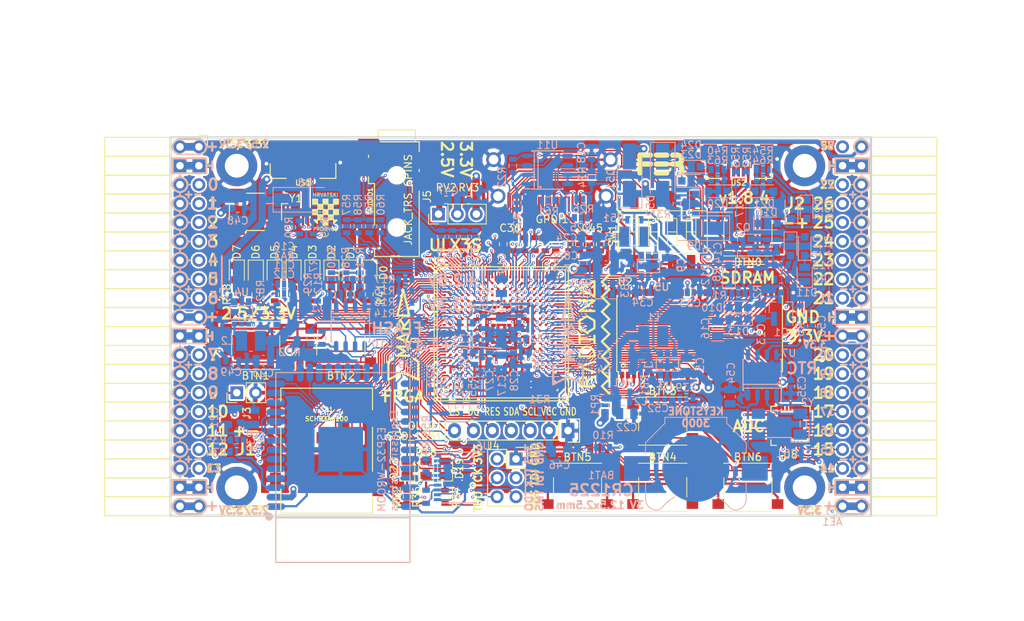
<source format=kicad_pcb>
(kicad_pcb (version 20171130) (host pcbnew 5.0.0-rc2-dev-unknown+dfsg1+20180318-2)

  (general
    (thickness 1.6)
    (drawings 484)
    (tracks 4892)
    (zones 0)
    (modules 206)
    (nets 316)
  )

  (page A4)
  (layers
    (0 F.Cu signal)
    (1 In1.Cu signal)
    (2 In2.Cu signal)
    (31 B.Cu signal)
    (32 B.Adhes user)
    (33 F.Adhes user)
    (34 B.Paste user)
    (35 F.Paste user)
    (36 B.SilkS user)
    (37 F.SilkS user)
    (38 B.Mask user)
    (39 F.Mask user)
    (40 Dwgs.User user)
    (41 Cmts.User user)
    (42 Eco1.User user)
    (43 Eco2.User user)
    (44 Edge.Cuts user)
    (45 Margin user)
    (46 B.CrtYd user)
    (47 F.CrtYd user)
    (48 B.Fab user hide)
    (49 F.Fab user)
  )

  (setup
    (last_trace_width 0.3)
    (trace_clearance 0.127)
    (zone_clearance 0.127)
    (zone_45_only no)
    (trace_min 0.127)
    (segment_width 0.2)
    (edge_width 0.2)
    (via_size 0.4)
    (via_drill 0.2)
    (via_min_size 0.4)
    (via_min_drill 0.2)
    (uvia_size 0.3)
    (uvia_drill 0.1)
    (uvias_allowed no)
    (uvia_min_size 0.2)
    (uvia_min_drill 0.1)
    (pcb_text_width 0.3)
    (pcb_text_size 1.5 1.5)
    (mod_edge_width 0.15)
    (mod_text_size 1 1)
    (mod_text_width 0.15)
    (pad_size 0.3 0.3)
    (pad_drill 0)
    (pad_to_mask_clearance 0.05)
    (aux_axis_origin 94.1 112.22)
    (grid_origin 93.48 113)
    (visible_elements 7FFFFFFF)
    (pcbplotparams
      (layerselection 0x310fc_ffffffff)
      (usegerberextensions true)
      (usegerberattributes false)
      (usegerberadvancedattributes false)
      (creategerberjobfile false)
      (excludeedgelayer true)
      (linewidth 0.100000)
      (plotframeref false)
      (viasonmask false)
      (mode 1)
      (useauxorigin false)
      (hpglpennumber 1)
      (hpglpenspeed 20)
      (hpglpendiameter 15)
      (psnegative false)
      (psa4output false)
      (plotreference true)
      (plotvalue true)
      (plotinvisibletext false)
      (padsonsilk false)
      (subtractmaskfromsilk false)
      (outputformat 1)
      (mirror false)
      (drillshape 0)
      (scaleselection 1)
      (outputdirectory plot))
  )

  (net 0 "")
  (net 1 GND)
  (net 2 +5V)
  (net 3 /gpio/IN5V)
  (net 4 /gpio/OUT5V)
  (net 5 +3V3)
  (net 6 BTN_D)
  (net 7 BTN_F1)
  (net 8 BTN_F2)
  (net 9 BTN_L)
  (net 10 BTN_R)
  (net 11 BTN_U)
  (net 12 /power/FB1)
  (net 13 +2V5)
  (net 14 /power/PWREN)
  (net 15 /power/FB3)
  (net 16 /power/FB2)
  (net 17 /power/VBAT)
  (net 18 JTAG_TDI)
  (net 19 JTAG_TCK)
  (net 20 JTAG_TMS)
  (net 21 JTAG_TDO)
  (net 22 /power/WAKEUPn)
  (net 23 /power/WKUP)
  (net 24 /power/SHUT)
  (net 25 /power/WAKE)
  (net 26 /power/HOLD)
  (net 27 /power/WKn)
  (net 28 /power/OSCI_32k)
  (net 29 /power/OSCO_32k)
  (net 30 SHUTDOWN)
  (net 31 /analog/AUDIO_L)
  (net 32 /analog/AUDIO_R)
  (net 33 GPDI_SDA)
  (net 34 GPDI_SCL)
  (net 35 /gpdi/VREF2)
  (net 36 SD_CMD)
  (net 37 SD_CLK)
  (net 38 SD_D0)
  (net 39 SD_D1)
  (net 40 USB5V)
  (net 41 GPDI_CEC)
  (net 42 nRESET)
  (net 43 FTDI_nDTR)
  (net 44 SDRAM_CKE)
  (net 45 SDRAM_A7)
  (net 46 SDRAM_D15)
  (net 47 SDRAM_BA1)
  (net 48 SDRAM_D7)
  (net 49 SDRAM_A6)
  (net 50 SDRAM_CLK)
  (net 51 SDRAM_D13)
  (net 52 SDRAM_BA0)
  (net 53 SDRAM_D6)
  (net 54 SDRAM_A5)
  (net 55 SDRAM_D14)
  (net 56 SDRAM_A11)
  (net 57 SDRAM_D12)
  (net 58 SDRAM_D5)
  (net 59 SDRAM_A4)
  (net 60 SDRAM_A10)
  (net 61 SDRAM_D11)
  (net 62 SDRAM_A3)
  (net 63 SDRAM_D4)
  (net 64 SDRAM_D10)
  (net 65 SDRAM_D9)
  (net 66 SDRAM_A9)
  (net 67 SDRAM_D3)
  (net 68 SDRAM_D8)
  (net 69 SDRAM_A8)
  (net 70 SDRAM_A2)
  (net 71 SDRAM_A1)
  (net 72 SDRAM_A0)
  (net 73 SDRAM_D2)
  (net 74 SDRAM_D1)
  (net 75 SDRAM_D0)
  (net 76 SDRAM_DQM0)
  (net 77 SDRAM_nCS)
  (net 78 SDRAM_nRAS)
  (net 79 SDRAM_DQM1)
  (net 80 SDRAM_nCAS)
  (net 81 SDRAM_nWE)
  (net 82 /flash/FLASH_nWP)
  (net 83 /flash/FLASH_nHOLD)
  (net 84 /flash/FLASH_MOSI)
  (net 85 /flash/FLASH_MISO)
  (net 86 /flash/FLASH_SCK)
  (net 87 /flash/FLASH_nCS)
  (net 88 /flash/FPGA_PROGRAMN)
  (net 89 /flash/FPGA_DONE)
  (net 90 /flash/FPGA_INITN)
  (net 91 OLED_RES)
  (net 92 OLED_DC)
  (net 93 OLED_CS)
  (net 94 WIFI_EN)
  (net 95 FTDI_nRTS)
  (net 96 FTDI_TXD)
  (net 97 FTDI_RXD)
  (net 98 WIFI_RXD)
  (net 99 WIFI_GPIO0)
  (net 100 WIFI_TXD)
  (net 101 USB_FTDI_D+)
  (net 102 USB_FTDI_D-)
  (net 103 SD_D3)
  (net 104 AUDIO_L3)
  (net 105 AUDIO_L2)
  (net 106 AUDIO_L1)
  (net 107 AUDIO_L0)
  (net 108 AUDIO_R3)
  (net 109 AUDIO_R2)
  (net 110 AUDIO_R1)
  (net 111 AUDIO_R0)
  (net 112 OLED_CLK)
  (net 113 OLED_MOSI)
  (net 114 LED0)
  (net 115 LED1)
  (net 116 LED2)
  (net 117 LED3)
  (net 118 LED4)
  (net 119 LED5)
  (net 120 LED6)
  (net 121 LED7)
  (net 122 BTN_PWRn)
  (net 123 FTDI_nTXLED)
  (net 124 FTDI_nSLEEP)
  (net 125 /blinkey/LED_PWREN)
  (net 126 /blinkey/LED_TXLED)
  (net 127 /sdcard/SD3V3)
  (net 128 SD_D2)
  (net 129 CLK_25MHz)
  (net 130 /blinkey/BTNPUL)
  (net 131 /blinkey/BTNPUR)
  (net 132 USB_FPGA_D+)
  (net 133 /power/FTDI_nSUSPEND)
  (net 134 /blinkey/ALED0)
  (net 135 /blinkey/ALED1)
  (net 136 /blinkey/ALED2)
  (net 137 /blinkey/ALED3)
  (net 138 /blinkey/ALED4)
  (net 139 /blinkey/ALED5)
  (net 140 /blinkey/ALED6)
  (net 141 /blinkey/ALED7)
  (net 142 /usb/FTD-)
  (net 143 /usb/FTD+)
  (net 144 ADC_MISO)
  (net 145 ADC_MOSI)
  (net 146 ADC_CSn)
  (net 147 ADC_SCLK)
  (net 148 SW3)
  (net 149 SW2)
  (net 150 SW1)
  (net 151 USB_FPGA_D-)
  (net 152 /usb/FPD+)
  (net 153 /usb/FPD-)
  (net 154 WIFI_GPIO16)
  (net 155 /usb/ANT_433MHz)
  (net 156 /power/PWRBTn)
  (net 157 PROG_DONE)
  (net 158 /power/P3V3)
  (net 159 /power/P2V5)
  (net 160 /power/L1)
  (net 161 /power/L3)
  (net 162 /power/L2)
  (net 163 FTDI_TXDEN)
  (net 164 SDRAM_A12)
  (net 165 /analog/AUDIO_V)
  (net 166 AUDIO_V3)
  (net 167 AUDIO_V2)
  (net 168 AUDIO_V1)
  (net 169 AUDIO_V0)
  (net 170 /blinkey/LED_WIFI)
  (net 171 /power/P1V1)
  (net 172 +1V1)
  (net 173 SW4)
  (net 174 /blinkey/SWPU)
  (net 175 /wifi/WIFIEN)
  (net 176 FT2V5)
  (net 177 GN0)
  (net 178 GP0)
  (net 179 GN1)
  (net 180 GP1)
  (net 181 GN2)
  (net 182 GP2)
  (net 183 GN3)
  (net 184 GP3)
  (net 185 GN4)
  (net 186 GP4)
  (net 187 GN5)
  (net 188 GP5)
  (net 189 GN6)
  (net 190 GP6)
  (net 191 GN14)
  (net 192 GP14)
  (net 193 GN15)
  (net 194 GP15)
  (net 195 GN16)
  (net 196 GP16)
  (net 197 GN17)
  (net 198 GP17)
  (net 199 GN18)
  (net 200 GP18)
  (net 201 GN19)
  (net 202 GP19)
  (net 203 GN20)
  (net 204 GP20)
  (net 205 GN21)
  (net 206 GP21)
  (net 207 GN22)
  (net 208 GP22)
  (net 209 GN23)
  (net 210 GP23)
  (net 211 GN24)
  (net 212 GP24)
  (net 213 GN25)
  (net 214 GP25)
  (net 215 GN26)
  (net 216 GP26)
  (net 217 GN27)
  (net 218 GP27)
  (net 219 GN7)
  (net 220 GP7)
  (net 221 GN8)
  (net 222 GP8)
  (net 223 GN9)
  (net 224 GP9)
  (net 225 GN10)
  (net 226 GP10)
  (net 227 GN11)
  (net 228 GP11)
  (net 229 GN12)
  (net 230 GP12)
  (net 231 GN13)
  (net 232 GP13)
  (net 233 WIFI_GPIO5)
  (net 234 WIFI_GPIO17)
  (net 235 USB_FPGA_PULL_D+)
  (net 236 USB_FPGA_PULL_D-)
  (net 237 "Net-(D23-Pad2)")
  (net 238 "Net-(D24-Pad1)")
  (net 239 "Net-(D25-Pad2)")
  (net 240 "Net-(D26-Pad1)")
  (net 241 /gpdi/GPDI_ETH+)
  (net 242 FPDI_ETH+)
  (net 243 /gpdi/GPDI_ETH-)
  (net 244 FPDI_ETH-)
  (net 245 /gpdi/GPDI_D2-)
  (net 246 FPDI_D2-)
  (net 247 /gpdi/GPDI_D1-)
  (net 248 FPDI_D1-)
  (net 249 /gpdi/GPDI_D0-)
  (net 250 FPDI_D0-)
  (net 251 /gpdi/GPDI_CLK-)
  (net 252 FPDI_CLK-)
  (net 253 /gpdi/GPDI_D2+)
  (net 254 FPDI_D2+)
  (net 255 /gpdi/GPDI_D1+)
  (net 256 FPDI_D1+)
  (net 257 /gpdi/GPDI_D0+)
  (net 258 FPDI_D0+)
  (net 259 /gpdi/GPDI_CLK+)
  (net 260 FPDI_CLK+)
  (net 261 FPDI_SDA)
  (net 262 FPDI_SCL)
  (net 263 /gpdi/FPDI_CEC)
  (net 264 2V5_3V3)
  (net 265 "Net-(AUDIO1-Pad5)")
  (net 266 "Net-(AUDIO1-Pad6)")
  (net 267 "Net-(U1-PadA15)")
  (net 268 "Net-(U1-PadC9)")
  (net 269 "Net-(U1-PadD9)")
  (net 270 "Net-(U1-PadD10)")
  (net 271 "Net-(U1-PadD11)")
  (net 272 "Net-(U1-PadD12)")
  (net 273 "Net-(U1-PadE6)")
  (net 274 "Net-(U1-PadE9)")
  (net 275 "Net-(U1-PadE10)")
  (net 276 "Net-(U1-PadE11)")
  (net 277 "Net-(U1-PadJ4)")
  (net 278 "Net-(U1-PadJ5)")
  (net 279 "Net-(U1-PadK5)")
  (net 280 "Net-(U1-PadL5)")
  (net 281 "Net-(U1-PadM4)")
  (net 282 "Net-(U1-PadM5)")
  (net 283 SD_CD)
  (net 284 SD_WP)
  (net 285 "Net-(U1-PadR3)")
  (net 286 "Net-(U1-PadT16)")
  (net 287 "Net-(U1-PadW4)")
  (net 288 "Net-(U1-PadW5)")
  (net 289 "Net-(U1-PadW8)")
  (net 290 "Net-(U1-PadW9)")
  (net 291 "Net-(U1-PadW13)")
  (net 292 "Net-(U1-PadW14)")
  (net 293 "Net-(U1-PadW17)")
  (net 294 "Net-(U1-PadW18)")
  (net 295 FTDI_nRXLED)
  (net 296 "Net-(U8-Pad12)")
  (net 297 "Net-(U8-Pad25)")
  (net 298 "Net-(U9-Pad32)")
  (net 299 "Net-(U9-Pad22)")
  (net 300 "Net-(U9-Pad21)")
  (net 301 "Net-(U9-Pad20)")
  (net 302 "Net-(U9-Pad19)")
  (net 303 "Net-(U9-Pad18)")
  (net 304 "Net-(U9-Pad17)")
  (net 305 "Net-(U9-Pad12)")
  (net 306 "Net-(U9-Pad5)")
  (net 307 "Net-(U9-Pad4)")
  (net 308 "Net-(US1-Pad4)")
  (net 309 "Net-(US2-Pad4)")
  (net 310 "Net-(Y2-Pad3)")
  (net 311 "Net-(Y2-Pad2)")
  (net 312 "Net-(U1-PadK16)")
  (net 313 "Net-(U1-PadK17)")
  (net 314 /usb/US2VBUS)
  (net 315 /power/SHD)

  (net_class Default "This is the default net class."
    (clearance 0.127)
    (trace_width 0.3)
    (via_dia 0.4)
    (via_drill 0.2)
    (uvia_dia 0.3)
    (uvia_drill 0.1)
    (add_net +1V1)
    (add_net +2V5)
    (add_net +3V3)
    (add_net +5V)
    (add_net /analog/AUDIO_L)
    (add_net /analog/AUDIO_R)
    (add_net /analog/AUDIO_V)
    (add_net /blinkey/ALED0)
    (add_net /blinkey/ALED1)
    (add_net /blinkey/ALED2)
    (add_net /blinkey/ALED3)
    (add_net /blinkey/ALED4)
    (add_net /blinkey/ALED5)
    (add_net /blinkey/ALED6)
    (add_net /blinkey/ALED7)
    (add_net /blinkey/BTNPUL)
    (add_net /blinkey/BTNPUR)
    (add_net /blinkey/LED_PWREN)
    (add_net /blinkey/LED_TXLED)
    (add_net /blinkey/LED_WIFI)
    (add_net /blinkey/SWPU)
    (add_net /gpdi/GPDI_CLK+)
    (add_net /gpdi/GPDI_CLK-)
    (add_net /gpdi/GPDI_D0+)
    (add_net /gpdi/GPDI_D0-)
    (add_net /gpdi/GPDI_D1+)
    (add_net /gpdi/GPDI_D1-)
    (add_net /gpdi/GPDI_D2+)
    (add_net /gpdi/GPDI_D2-)
    (add_net /gpdi/GPDI_ETH+)
    (add_net /gpdi/GPDI_ETH-)
    (add_net /gpdi/VREF2)
    (add_net /gpio/IN5V)
    (add_net /gpio/OUT5V)
    (add_net /power/FB1)
    (add_net /power/FB2)
    (add_net /power/FB3)
    (add_net /power/FTDI_nSUSPEND)
    (add_net /power/HOLD)
    (add_net /power/L1)
    (add_net /power/L2)
    (add_net /power/L3)
    (add_net /power/OSCI_32k)
    (add_net /power/OSCO_32k)
    (add_net /power/P1V1)
    (add_net /power/P2V5)
    (add_net /power/P3V3)
    (add_net /power/PWRBTn)
    (add_net /power/PWREN)
    (add_net /power/SHD)
    (add_net /power/SHUT)
    (add_net /power/VBAT)
    (add_net /power/WAKE)
    (add_net /power/WAKEUPn)
    (add_net /power/WKUP)
    (add_net /power/WKn)
    (add_net /sdcard/SD3V3)
    (add_net /usb/ANT_433MHz)
    (add_net /usb/FPD+)
    (add_net /usb/FPD-)
    (add_net /usb/FTD+)
    (add_net /usb/FTD-)
    (add_net /usb/US2VBUS)
    (add_net /wifi/WIFIEN)
    (add_net 2V5_3V3)
    (add_net FT2V5)
    (add_net FTDI_nRXLED)
    (add_net GND)
    (add_net "Net-(AUDIO1-Pad5)")
    (add_net "Net-(AUDIO1-Pad6)")
    (add_net "Net-(D23-Pad2)")
    (add_net "Net-(D24-Pad1)")
    (add_net "Net-(D25-Pad2)")
    (add_net "Net-(D26-Pad1)")
    (add_net "Net-(U1-PadA15)")
    (add_net "Net-(U1-PadC9)")
    (add_net "Net-(U1-PadD10)")
    (add_net "Net-(U1-PadD11)")
    (add_net "Net-(U1-PadD12)")
    (add_net "Net-(U1-PadD9)")
    (add_net "Net-(U1-PadE10)")
    (add_net "Net-(U1-PadE11)")
    (add_net "Net-(U1-PadE6)")
    (add_net "Net-(U1-PadE9)")
    (add_net "Net-(U1-PadJ4)")
    (add_net "Net-(U1-PadJ5)")
    (add_net "Net-(U1-PadK16)")
    (add_net "Net-(U1-PadK17)")
    (add_net "Net-(U1-PadK5)")
    (add_net "Net-(U1-PadL5)")
    (add_net "Net-(U1-PadM4)")
    (add_net "Net-(U1-PadM5)")
    (add_net "Net-(U1-PadR3)")
    (add_net "Net-(U1-PadT16)")
    (add_net "Net-(U1-PadW13)")
    (add_net "Net-(U1-PadW14)")
    (add_net "Net-(U1-PadW17)")
    (add_net "Net-(U1-PadW18)")
    (add_net "Net-(U1-PadW4)")
    (add_net "Net-(U1-PadW5)")
    (add_net "Net-(U1-PadW8)")
    (add_net "Net-(U1-PadW9)")
    (add_net "Net-(U8-Pad12)")
    (add_net "Net-(U8-Pad25)")
    (add_net "Net-(U9-Pad12)")
    (add_net "Net-(U9-Pad17)")
    (add_net "Net-(U9-Pad18)")
    (add_net "Net-(U9-Pad19)")
    (add_net "Net-(U9-Pad20)")
    (add_net "Net-(U9-Pad21)")
    (add_net "Net-(U9-Pad22)")
    (add_net "Net-(U9-Pad32)")
    (add_net "Net-(U9-Pad4)")
    (add_net "Net-(U9-Pad5)")
    (add_net "Net-(US1-Pad4)")
    (add_net "Net-(US2-Pad4)")
    (add_net "Net-(Y2-Pad2)")
    (add_net "Net-(Y2-Pad3)")
    (add_net SD_CD)
    (add_net SD_WP)
    (add_net USB5V)
  )

  (net_class BGA ""
    (clearance 0.127)
    (trace_width 0.19)
    (via_dia 0.4)
    (via_drill 0.2)
    (uvia_dia 0.3)
    (uvia_drill 0.1)
    (add_net /flash/FLASH_MISO)
    (add_net /flash/FLASH_MOSI)
    (add_net /flash/FLASH_SCK)
    (add_net /flash/FLASH_nCS)
    (add_net /flash/FLASH_nHOLD)
    (add_net /flash/FLASH_nWP)
    (add_net /flash/FPGA_DONE)
    (add_net /flash/FPGA_INITN)
    (add_net /flash/FPGA_PROGRAMN)
    (add_net /gpdi/FPDI_CEC)
    (add_net ADC_CSn)
    (add_net ADC_MISO)
    (add_net ADC_MOSI)
    (add_net ADC_SCLK)
    (add_net AUDIO_L0)
    (add_net AUDIO_L1)
    (add_net AUDIO_L2)
    (add_net AUDIO_L3)
    (add_net AUDIO_R0)
    (add_net AUDIO_R1)
    (add_net AUDIO_R2)
    (add_net AUDIO_R3)
    (add_net AUDIO_V0)
    (add_net AUDIO_V1)
    (add_net AUDIO_V2)
    (add_net AUDIO_V3)
    (add_net BTN_D)
    (add_net BTN_F1)
    (add_net BTN_F2)
    (add_net BTN_L)
    (add_net BTN_PWRn)
    (add_net BTN_R)
    (add_net BTN_U)
    (add_net CLK_25MHz)
    (add_net FPDI_CLK+)
    (add_net FPDI_CLK-)
    (add_net FPDI_D0+)
    (add_net FPDI_D0-)
    (add_net FPDI_D1+)
    (add_net FPDI_D1-)
    (add_net FPDI_D2+)
    (add_net FPDI_D2-)
    (add_net FPDI_ETH+)
    (add_net FPDI_ETH-)
    (add_net FPDI_SCL)
    (add_net FPDI_SDA)
    (add_net FTDI_RXD)
    (add_net FTDI_TXD)
    (add_net FTDI_TXDEN)
    (add_net FTDI_nDTR)
    (add_net FTDI_nRTS)
    (add_net FTDI_nSLEEP)
    (add_net FTDI_nTXLED)
    (add_net GN0)
    (add_net GN1)
    (add_net GN10)
    (add_net GN11)
    (add_net GN12)
    (add_net GN13)
    (add_net GN14)
    (add_net GN15)
    (add_net GN16)
    (add_net GN17)
    (add_net GN18)
    (add_net GN19)
    (add_net GN2)
    (add_net GN20)
    (add_net GN21)
    (add_net GN22)
    (add_net GN23)
    (add_net GN24)
    (add_net GN25)
    (add_net GN26)
    (add_net GN27)
    (add_net GN3)
    (add_net GN4)
    (add_net GN5)
    (add_net GN6)
    (add_net GN7)
    (add_net GN8)
    (add_net GN9)
    (add_net GP0)
    (add_net GP1)
    (add_net GP10)
    (add_net GP11)
    (add_net GP12)
    (add_net GP13)
    (add_net GP14)
    (add_net GP15)
    (add_net GP16)
    (add_net GP17)
    (add_net GP18)
    (add_net GP19)
    (add_net GP2)
    (add_net GP20)
    (add_net GP21)
    (add_net GP22)
    (add_net GP23)
    (add_net GP24)
    (add_net GP25)
    (add_net GP26)
    (add_net GP27)
    (add_net GP3)
    (add_net GP4)
    (add_net GP5)
    (add_net GP6)
    (add_net GP7)
    (add_net GP8)
    (add_net GP9)
    (add_net GPDI_CEC)
    (add_net GPDI_SCL)
    (add_net GPDI_SDA)
    (add_net JTAG_TCK)
    (add_net JTAG_TDI)
    (add_net JTAG_TDO)
    (add_net JTAG_TMS)
    (add_net LED0)
    (add_net LED1)
    (add_net LED2)
    (add_net LED3)
    (add_net LED4)
    (add_net LED5)
    (add_net LED6)
    (add_net LED7)
    (add_net OLED_CLK)
    (add_net OLED_CS)
    (add_net OLED_DC)
    (add_net OLED_MOSI)
    (add_net OLED_RES)
    (add_net PROG_DONE)
    (add_net SDRAM_A0)
    (add_net SDRAM_A1)
    (add_net SDRAM_A10)
    (add_net SDRAM_A11)
    (add_net SDRAM_A12)
    (add_net SDRAM_A2)
    (add_net SDRAM_A3)
    (add_net SDRAM_A4)
    (add_net SDRAM_A5)
    (add_net SDRAM_A6)
    (add_net SDRAM_A7)
    (add_net SDRAM_A8)
    (add_net SDRAM_A9)
    (add_net SDRAM_BA0)
    (add_net SDRAM_BA1)
    (add_net SDRAM_CKE)
    (add_net SDRAM_CLK)
    (add_net SDRAM_D0)
    (add_net SDRAM_D1)
    (add_net SDRAM_D10)
    (add_net SDRAM_D11)
    (add_net SDRAM_D12)
    (add_net SDRAM_D13)
    (add_net SDRAM_D14)
    (add_net SDRAM_D15)
    (add_net SDRAM_D2)
    (add_net SDRAM_D3)
    (add_net SDRAM_D4)
    (add_net SDRAM_D5)
    (add_net SDRAM_D6)
    (add_net SDRAM_D7)
    (add_net SDRAM_D8)
    (add_net SDRAM_D9)
    (add_net SDRAM_DQM0)
    (add_net SDRAM_DQM1)
    (add_net SDRAM_nCAS)
    (add_net SDRAM_nCS)
    (add_net SDRAM_nRAS)
    (add_net SDRAM_nWE)
    (add_net SD_CLK)
    (add_net SD_CMD)
    (add_net SD_D0)
    (add_net SD_D1)
    (add_net SD_D2)
    (add_net SD_D3)
    (add_net SHUTDOWN)
    (add_net SW1)
    (add_net SW2)
    (add_net SW3)
    (add_net SW4)
    (add_net USB_FPGA_D+)
    (add_net USB_FPGA_D-)
    (add_net USB_FPGA_PULL_D+)
    (add_net USB_FPGA_PULL_D-)
    (add_net USB_FTDI_D+)
    (add_net USB_FTDI_D-)
    (add_net WIFI_EN)
    (add_net WIFI_GPIO0)
    (add_net WIFI_GPIO16)
    (add_net WIFI_GPIO17)
    (add_net WIFI_GPIO5)
    (add_net WIFI_RXD)
    (add_net WIFI_TXD)
    (add_net nRESET)
  )

  (net_class Minimal ""
    (clearance 0.127)
    (trace_width 0.127)
    (via_dia 0.4)
    (via_drill 0.2)
    (uvia_dia 0.3)
    (uvia_drill 0.1)
  )

  (module L_1008_1210:L_1008_1210 (layer B.Cu) (tedit 5B019496) (tstamp 5B3925FB)
    (at 156.33 74.755 180)
    (descr "Inductor SMD 1008-1210 (2520-3225 Metric), square (rectangular) end terminal")
    (tags inductor)
    (path /58D51CAD/5A73CDB3)
    (attr smd)
    (fp_text reference L3 (at 3.16 -0.018 180) (layer B.SilkS)
      (effects (font (size 1 1) (thickness 0.15)) (justify mirror))
    )
    (fp_text value 2.2uH (at 0 -2.5 180) (layer B.Fab)
      (effects (font (size 1 1) (thickness 0.15)) (justify mirror))
    )
    (fp_text user %R (at 0 0 180) (layer B.Fab)
      (effects (font (size 0.8 0.8) (thickness 0.12)) (justify mirror))
    )
    (fp_line (start 2.29 -1.6) (end -2.29 -1.6) (layer B.CrtYd) (width 0.05))
    (fp_line (start 2.29 1.6) (end 2.29 -1.6) (layer B.CrtYd) (width 0.05))
    (fp_line (start -2.29 1.6) (end 2.29 1.6) (layer B.CrtYd) (width 0.05))
    (fp_line (start -2.29 -1.6) (end -2.29 1.6) (layer B.CrtYd) (width 0.05))
    (fp_line (start -0.2 -1.4) (end 0.2 -1.4) (layer B.SilkS) (width 0.12))
    (fp_line (start -0.2 1.4) (end 0.2 1.4) (layer B.SilkS) (width 0.12))
    (fp_line (start 1.6 -1.25) (end -1.6 -1.25) (layer B.Fab) (width 0.1))
    (fp_line (start 1.6 1.25) (end 1.6 -1.25) (layer B.Fab) (width 0.1))
    (fp_line (start -1.6 1.25) (end 1.6 1.25) (layer B.Fab) (width 0.1))
    (fp_line (start -1.6 -1.25) (end -1.6 1.25) (layer B.Fab) (width 0.1))
    (pad 2 smd rect (at 1.27 0 180) (size 1.5 2.7) (layers B.Cu B.Paste B.Mask)
      (net 158 /power/P3V3))
    (pad 1 smd rect (at -1.27 0 180) (size 1.5 2.7) (layers B.Cu B.Paste B.Mask)
      (net 161 /power/L3))
    (model ${KISYS3DMOD}/Inductor_SMD.3dshapes/L_1210_3225Metric.wrl
      (at (xyz 0 0 0))
      (scale (xyz 1 1 1))
      (rotate (xyz 0 0 0))
    )
  )

  (module L_1008_1210:L_1008_1210 (layer B.Cu) (tedit 5B019496) (tstamp 5B3925EB)
    (at 104.895 88.725)
    (descr "Inductor SMD 1008-1210 (2520-3225 Metric), square (rectangular) end terminal")
    (tags inductor)
    (path /58D51CAD/58D67BD8)
    (attr smd)
    (fp_text reference L2 (at -3.16 0.018) (layer B.SilkS)
      (effects (font (size 1 1) (thickness 0.15)) (justify mirror))
    )
    (fp_text value 2.2uH (at 0 -2.5) (layer B.Fab)
      (effects (font (size 1 1) (thickness 0.15)) (justify mirror))
    )
    (fp_text user %R (at 0 0) (layer B.Fab)
      (effects (font (size 0.8 0.8) (thickness 0.12)) (justify mirror))
    )
    (fp_line (start 2.29 -1.6) (end -2.29 -1.6) (layer B.CrtYd) (width 0.05))
    (fp_line (start 2.29 1.6) (end 2.29 -1.6) (layer B.CrtYd) (width 0.05))
    (fp_line (start -2.29 1.6) (end 2.29 1.6) (layer B.CrtYd) (width 0.05))
    (fp_line (start -2.29 -1.6) (end -2.29 1.6) (layer B.CrtYd) (width 0.05))
    (fp_line (start -0.2 -1.4) (end 0.2 -1.4) (layer B.SilkS) (width 0.12))
    (fp_line (start -0.2 1.4) (end 0.2 1.4) (layer B.SilkS) (width 0.12))
    (fp_line (start 1.6 -1.25) (end -1.6 -1.25) (layer B.Fab) (width 0.1))
    (fp_line (start 1.6 1.25) (end 1.6 -1.25) (layer B.Fab) (width 0.1))
    (fp_line (start -1.6 1.25) (end 1.6 1.25) (layer B.Fab) (width 0.1))
    (fp_line (start -1.6 -1.25) (end -1.6 1.25) (layer B.Fab) (width 0.1))
    (pad 2 smd rect (at 1.27 0) (size 1.5 2.7) (layers B.Cu B.Paste B.Mask)
      (net 159 /power/P2V5))
    (pad 1 smd rect (at -1.27 0) (size 1.5 2.7) (layers B.Cu B.Paste B.Mask)
      (net 162 /power/L2))
    (model ${KISYS3DMOD}/Inductor_SMD.3dshapes/L_1210_3225Metric.wrl
      (at (xyz 0 0 0))
      (scale (xyz 1 1 1))
      (rotate (xyz 0 0 0))
    )
  )

  (module L_1008_1210:L_1008_1210 (layer B.Cu) (tedit 5B019496) (tstamp 5B3925DB)
    (at 158.87 88.09 180)
    (descr "Inductor SMD 1008-1210 (2520-3225 Metric), square (rectangular) end terminal")
    (tags inductor)
    (path /58D51CAD/5A73C9EB)
    (attr smd)
    (fp_text reference L1 (at 0 2.5 180) (layer B.SilkS)
      (effects (font (size 1 1) (thickness 0.15)) (justify mirror))
    )
    (fp_text value 2.2uH (at 0 -2.5 180) (layer B.Fab)
      (effects (font (size 1 1) (thickness 0.15)) (justify mirror))
    )
    (fp_text user %R (at 0 0 180) (layer B.Fab)
      (effects (font (size 0.8 0.8) (thickness 0.12)) (justify mirror))
    )
    (fp_line (start 2.29 -1.6) (end -2.29 -1.6) (layer B.CrtYd) (width 0.05))
    (fp_line (start 2.29 1.6) (end 2.29 -1.6) (layer B.CrtYd) (width 0.05))
    (fp_line (start -2.29 1.6) (end 2.29 1.6) (layer B.CrtYd) (width 0.05))
    (fp_line (start -2.29 -1.6) (end -2.29 1.6) (layer B.CrtYd) (width 0.05))
    (fp_line (start -0.2 -1.4) (end 0.2 -1.4) (layer B.SilkS) (width 0.12))
    (fp_line (start -0.2 1.4) (end 0.2 1.4) (layer B.SilkS) (width 0.12))
    (fp_line (start 1.6 -1.25) (end -1.6 -1.25) (layer B.Fab) (width 0.1))
    (fp_line (start 1.6 1.25) (end 1.6 -1.25) (layer B.Fab) (width 0.1))
    (fp_line (start -1.6 1.25) (end 1.6 1.25) (layer B.Fab) (width 0.1))
    (fp_line (start -1.6 -1.25) (end -1.6 1.25) (layer B.Fab) (width 0.1))
    (pad 2 smd rect (at 1.27 0 180) (size 1.5 2.7) (layers B.Cu B.Paste B.Mask)
      (net 171 /power/P1V1))
    (pad 1 smd rect (at -1.27 0 180) (size 1.5 2.7) (layers B.Cu B.Paste B.Mask)
      (net 160 /power/L1))
    (model ${KISYS3DMOD}/Inductor_SMD.3dshapes/L_1210_3225Metric.wrl
      (at (xyz 0 0 0))
      (scale (xyz 1 1 1))
      (rotate (xyz 0 0 0))
    )
  )

  (module Socket_Strips:Socket_Strip_Angled_2x20 (layer F.Cu) (tedit 5A2B354F) (tstamp 58E6BE3D)
    (at 97.91 62.69 270)
    (descr "Through hole socket strip")
    (tags "socket strip")
    (path /56AC389C/58E6B835)
    (fp_text reference J1 (at 40.64 -6.35) (layer F.SilkS)
      (effects (font (size 1.5 1.5) (thickness 0.3)))
    )
    (fp_text value CONN_02X20 (at 0 -2.6 270) (layer F.Fab) hide
      (effects (font (size 1 1) (thickness 0.15)))
    )
    (fp_line (start -1.75 -1.35) (end -1.75 13.15) (layer F.CrtYd) (width 0.05))
    (fp_line (start 50.05 -1.35) (end 50.05 13.15) (layer F.CrtYd) (width 0.05))
    (fp_line (start -1.75 -1.35) (end 50.05 -1.35) (layer F.CrtYd) (width 0.05))
    (fp_line (start -1.75 13.15) (end 50.05 13.15) (layer F.CrtYd) (width 0.05))
    (fp_line (start 49.53 12.64) (end 49.53 3.81) (layer F.SilkS) (width 0.15))
    (fp_line (start 46.99 12.64) (end 49.53 12.64) (layer F.SilkS) (width 0.15))
    (fp_line (start 46.99 3.81) (end 49.53 3.81) (layer F.SilkS) (width 0.15))
    (fp_line (start 49.53 3.81) (end 49.53 12.64) (layer F.SilkS) (width 0.15))
    (fp_line (start 46.99 3.81) (end 46.99 12.64) (layer F.SilkS) (width 0.15))
    (fp_line (start 44.45 3.81) (end 46.99 3.81) (layer F.SilkS) (width 0.15))
    (fp_line (start 44.45 12.64) (end 46.99 12.64) (layer F.SilkS) (width 0.15))
    (fp_line (start 46.99 12.64) (end 46.99 3.81) (layer F.SilkS) (width 0.15))
    (fp_line (start 29.21 12.64) (end 29.21 3.81) (layer F.SilkS) (width 0.15))
    (fp_line (start 26.67 12.64) (end 29.21 12.64) (layer F.SilkS) (width 0.15))
    (fp_line (start 26.67 3.81) (end 29.21 3.81) (layer F.SilkS) (width 0.15))
    (fp_line (start 29.21 3.81) (end 29.21 12.64) (layer F.SilkS) (width 0.15))
    (fp_line (start 31.75 3.81) (end 31.75 12.64) (layer F.SilkS) (width 0.15))
    (fp_line (start 29.21 3.81) (end 31.75 3.81) (layer F.SilkS) (width 0.15))
    (fp_line (start 29.21 12.64) (end 31.75 12.64) (layer F.SilkS) (width 0.15))
    (fp_line (start 31.75 12.64) (end 31.75 3.81) (layer F.SilkS) (width 0.15))
    (fp_line (start 44.45 12.64) (end 44.45 3.81) (layer F.SilkS) (width 0.15))
    (fp_line (start 41.91 12.64) (end 44.45 12.64) (layer F.SilkS) (width 0.15))
    (fp_line (start 41.91 3.81) (end 44.45 3.81) (layer F.SilkS) (width 0.15))
    (fp_line (start 44.45 3.81) (end 44.45 12.64) (layer F.SilkS) (width 0.15))
    (fp_line (start 41.91 3.81) (end 41.91 12.64) (layer F.SilkS) (width 0.15))
    (fp_line (start 39.37 3.81) (end 41.91 3.81) (layer F.SilkS) (width 0.15))
    (fp_line (start 39.37 12.64) (end 41.91 12.64) (layer F.SilkS) (width 0.15))
    (fp_line (start 41.91 12.64) (end 41.91 3.81) (layer F.SilkS) (width 0.15))
    (fp_line (start 39.37 12.64) (end 39.37 3.81) (layer F.SilkS) (width 0.15))
    (fp_line (start 36.83 12.64) (end 39.37 12.64) (layer F.SilkS) (width 0.15))
    (fp_line (start 36.83 3.81) (end 39.37 3.81) (layer F.SilkS) (width 0.15))
    (fp_line (start 39.37 3.81) (end 39.37 12.64) (layer F.SilkS) (width 0.15))
    (fp_line (start 36.83 3.81) (end 36.83 12.64) (layer F.SilkS) (width 0.15))
    (fp_line (start 34.29 3.81) (end 36.83 3.81) (layer F.SilkS) (width 0.15))
    (fp_line (start 34.29 12.64) (end 36.83 12.64) (layer F.SilkS) (width 0.15))
    (fp_line (start 36.83 12.64) (end 36.83 3.81) (layer F.SilkS) (width 0.15))
    (fp_line (start 34.29 12.64) (end 34.29 3.81) (layer F.SilkS) (width 0.15))
    (fp_line (start 31.75 12.64) (end 34.29 12.64) (layer F.SilkS) (width 0.15))
    (fp_line (start 31.75 3.81) (end 34.29 3.81) (layer F.SilkS) (width 0.15))
    (fp_line (start 34.29 3.81) (end 34.29 12.64) (layer F.SilkS) (width 0.15))
    (fp_line (start 16.51 3.81) (end 16.51 12.64) (layer F.SilkS) (width 0.15))
    (fp_line (start 13.97 3.81) (end 16.51 3.81) (layer F.SilkS) (width 0.15))
    (fp_line (start 13.97 12.64) (end 16.51 12.64) (layer F.SilkS) (width 0.15))
    (fp_line (start 16.51 12.64) (end 16.51 3.81) (layer F.SilkS) (width 0.15))
    (fp_line (start 19.05 12.64) (end 19.05 3.81) (layer F.SilkS) (width 0.15))
    (fp_line (start 16.51 12.64) (end 19.05 12.64) (layer F.SilkS) (width 0.15))
    (fp_line (start 16.51 3.81) (end 19.05 3.81) (layer F.SilkS) (width 0.15))
    (fp_line (start 19.05 3.81) (end 19.05 12.64) (layer F.SilkS) (width 0.15))
    (fp_line (start 21.59 3.81) (end 21.59 12.64) (layer F.SilkS) (width 0.15))
    (fp_line (start 19.05 3.81) (end 21.59 3.81) (layer F.SilkS) (width 0.15))
    (fp_line (start 19.05 12.64) (end 21.59 12.64) (layer F.SilkS) (width 0.15))
    (fp_line (start 21.59 12.64) (end 21.59 3.81) (layer F.SilkS) (width 0.15))
    (fp_line (start 24.13 12.64) (end 24.13 3.81) (layer F.SilkS) (width 0.15))
    (fp_line (start 21.59 12.64) (end 24.13 12.64) (layer F.SilkS) (width 0.15))
    (fp_line (start 21.59 3.81) (end 24.13 3.81) (layer F.SilkS) (width 0.15))
    (fp_line (start 24.13 3.81) (end 24.13 12.64) (layer F.SilkS) (width 0.15))
    (fp_line (start 26.67 3.81) (end 26.67 12.64) (layer F.SilkS) (width 0.15))
    (fp_line (start 24.13 3.81) (end 26.67 3.81) (layer F.SilkS) (width 0.15))
    (fp_line (start 24.13 12.64) (end 26.67 12.64) (layer F.SilkS) (width 0.15))
    (fp_line (start 26.67 12.64) (end 26.67 3.81) (layer F.SilkS) (width 0.15))
    (fp_line (start 13.97 12.64) (end 13.97 3.81) (layer F.SilkS) (width 0.15))
    (fp_line (start 11.43 12.64) (end 13.97 12.64) (layer F.SilkS) (width 0.15))
    (fp_line (start 11.43 3.81) (end 13.97 3.81) (layer F.SilkS) (width 0.15))
    (fp_line (start 13.97 3.81) (end 13.97 12.64) (layer F.SilkS) (width 0.15))
    (fp_line (start 11.43 3.81) (end 11.43 12.64) (layer F.SilkS) (width 0.15))
    (fp_line (start 8.89 3.81) (end 11.43 3.81) (layer F.SilkS) (width 0.15))
    (fp_line (start 8.89 12.64) (end 11.43 12.64) (layer F.SilkS) (width 0.15))
    (fp_line (start 11.43 12.64) (end 11.43 3.81) (layer F.SilkS) (width 0.15))
    (fp_line (start 8.89 12.64) (end 8.89 3.81) (layer F.SilkS) (width 0.15))
    (fp_line (start 6.35 12.64) (end 8.89 12.64) (layer F.SilkS) (width 0.15))
    (fp_line (start 6.35 3.81) (end 8.89 3.81) (layer F.SilkS) (width 0.15))
    (fp_line (start 8.89 3.81) (end 8.89 12.64) (layer F.SilkS) (width 0.15))
    (fp_line (start 6.35 3.81) (end 6.35 12.64) (layer F.SilkS) (width 0.15))
    (fp_line (start 3.81 3.81) (end 6.35 3.81) (layer F.SilkS) (width 0.15))
    (fp_line (start 3.81 12.64) (end 6.35 12.64) (layer F.SilkS) (width 0.15))
    (fp_line (start 6.35 12.64) (end 6.35 3.81) (layer F.SilkS) (width 0.15))
    (fp_line (start 3.81 12.64) (end 3.81 3.81) (layer F.SilkS) (width 0.15))
    (fp_line (start 1.27 12.64) (end 3.81 12.64) (layer F.SilkS) (width 0.15))
    (fp_line (start 1.27 3.81) (end 3.81 3.81) (layer F.SilkS) (width 0.15))
    (fp_line (start 3.81 3.81) (end 3.81 12.64) (layer F.SilkS) (width 0.15))
    (fp_line (start 1.27 3.81) (end 1.27 12.64) (layer F.SilkS) (width 0.15))
    (fp_line (start -1.27 3.81) (end 1.27 3.81) (layer F.SilkS) (width 0.15))
    (fp_line (start 0 -1.15) (end -1.55 -1.15) (layer F.SilkS) (width 0.15))
    (fp_line (start -1.55 -1.15) (end -1.55 0) (layer F.SilkS) (width 0.15))
    (fp_line (start -1.27 3.81) (end -1.27 12.64) (layer F.SilkS) (width 0.15))
    (fp_line (start -1.27 12.64) (end 1.27 12.64) (layer F.SilkS) (width 0.15))
    (fp_line (start 1.27 12.64) (end 1.27 3.81) (layer F.SilkS) (width 0.15))
    (pad 1 thru_hole oval (at 0 0 270) (size 1.7272 1.7272) (drill 1.016) (layers *.Cu *.Mask)
      (net 264 2V5_3V3))
    (pad 2 thru_hole oval (at 0 2.54 270) (size 1.7272 1.7272) (drill 1.016) (layers *.Cu *.Mask)
      (net 264 2V5_3V3))
    (pad 3 thru_hole rect (at 2.54 0 270) (size 1.7272 1.7272) (drill 1.016) (layers *.Cu *.Mask)
      (net 1 GND))
    (pad 4 thru_hole rect (at 2.54 2.54 270) (size 1.7272 1.7272) (drill 1.016) (layers *.Cu *.Mask)
      (net 1 GND))
    (pad 5 thru_hole oval (at 5.08 0 270) (size 1.7272 1.7272) (drill 1.016) (layers *.Cu *.Mask)
      (net 177 GN0))
    (pad 6 thru_hole oval (at 5.08 2.54 270) (size 1.7272 1.7272) (drill 1.016) (layers *.Cu *.Mask)
      (net 178 GP0))
    (pad 7 thru_hole oval (at 7.62 0 270) (size 1.7272 1.7272) (drill 1.016) (layers *.Cu *.Mask)
      (net 179 GN1))
    (pad 8 thru_hole oval (at 7.62 2.54 270) (size 1.7272 1.7272) (drill 1.016) (layers *.Cu *.Mask)
      (net 180 GP1))
    (pad 9 thru_hole oval (at 10.16 0 270) (size 1.7272 1.7272) (drill 1.016) (layers *.Cu *.Mask)
      (net 181 GN2))
    (pad 10 thru_hole oval (at 10.16 2.54 270) (size 1.7272 1.7272) (drill 1.016) (layers *.Cu *.Mask)
      (net 182 GP2))
    (pad 11 thru_hole oval (at 12.7 0 270) (size 1.7272 1.7272) (drill 1.016) (layers *.Cu *.Mask)
      (net 183 GN3))
    (pad 12 thru_hole oval (at 12.7 2.54 270) (size 1.7272 1.7272) (drill 1.016) (layers *.Cu *.Mask)
      (net 184 GP3))
    (pad 13 thru_hole oval (at 15.24 0 270) (size 1.7272 1.7272) (drill 1.016) (layers *.Cu *.Mask)
      (net 185 GN4))
    (pad 14 thru_hole oval (at 15.24 2.54 270) (size 1.7272 1.7272) (drill 1.016) (layers *.Cu *.Mask)
      (net 186 GP4))
    (pad 15 thru_hole oval (at 17.78 0 270) (size 1.7272 1.7272) (drill 1.016) (layers *.Cu *.Mask)
      (net 187 GN5))
    (pad 16 thru_hole oval (at 17.78 2.54 270) (size 1.7272 1.7272) (drill 1.016) (layers *.Cu *.Mask)
      (net 188 GP5))
    (pad 17 thru_hole oval (at 20.32 0 270) (size 1.7272 1.7272) (drill 1.016) (layers *.Cu *.Mask)
      (net 189 GN6))
    (pad 18 thru_hole oval (at 20.32 2.54 270) (size 1.7272 1.7272) (drill 1.016) (layers *.Cu *.Mask)
      (net 190 GP6))
    (pad 19 thru_hole oval (at 22.86 0 270) (size 1.7272 1.7272) (drill 1.016) (layers *.Cu *.Mask)
      (net 264 2V5_3V3))
    (pad 20 thru_hole oval (at 22.86 2.54 270) (size 1.7272 1.7272) (drill 1.016) (layers *.Cu *.Mask)
      (net 264 2V5_3V3))
    (pad 21 thru_hole rect (at 25.4 0 270) (size 1.7272 1.7272) (drill 1.016) (layers *.Cu *.Mask)
      (net 1 GND))
    (pad 22 thru_hole rect (at 25.4 2.54 270) (size 1.7272 1.7272) (drill 1.016) (layers *.Cu *.Mask)
      (net 1 GND))
    (pad 23 thru_hole oval (at 27.94 0 270) (size 1.7272 1.7272) (drill 1.016) (layers *.Cu *.Mask)
      (net 219 GN7))
    (pad 24 thru_hole oval (at 27.94 2.54 270) (size 1.7272 1.7272) (drill 1.016) (layers *.Cu *.Mask)
      (net 220 GP7))
    (pad 25 thru_hole oval (at 30.48 0 270) (size 1.7272 1.7272) (drill 1.016) (layers *.Cu *.Mask)
      (net 221 GN8))
    (pad 26 thru_hole oval (at 30.48 2.54 270) (size 1.7272 1.7272) (drill 1.016) (layers *.Cu *.Mask)
      (net 222 GP8))
    (pad 27 thru_hole oval (at 33.02 0 270) (size 1.7272 1.7272) (drill 1.016) (layers *.Cu *.Mask)
      (net 223 GN9))
    (pad 28 thru_hole oval (at 33.02 2.54 270) (size 1.7272 1.7272) (drill 1.016) (layers *.Cu *.Mask)
      (net 224 GP9))
    (pad 29 thru_hole oval (at 35.56 0 270) (size 1.7272 1.7272) (drill 1.016) (layers *.Cu *.Mask)
      (net 225 GN10))
    (pad 30 thru_hole oval (at 35.56 2.54 270) (size 1.7272 1.7272) (drill 1.016) (layers *.Cu *.Mask)
      (net 226 GP10))
    (pad 31 thru_hole oval (at 38.1 0 270) (size 1.7272 1.7272) (drill 1.016) (layers *.Cu *.Mask)
      (net 227 GN11))
    (pad 32 thru_hole oval (at 38.1 2.54 270) (size 1.7272 1.7272) (drill 1.016) (layers *.Cu *.Mask)
      (net 228 GP11))
    (pad 33 thru_hole oval (at 40.64 0 270) (size 1.7272 1.7272) (drill 1.016) (layers *.Cu *.Mask)
      (net 229 GN12))
    (pad 34 thru_hole oval (at 40.64 2.54 270) (size 1.7272 1.7272) (drill 1.016) (layers *.Cu *.Mask)
      (net 230 GP12))
    (pad 35 thru_hole oval (at 43.18 0 270) (size 1.7272 1.7272) (drill 1.016) (layers *.Cu *.Mask)
      (net 231 GN13))
    (pad 36 thru_hole oval (at 43.18 2.54 270) (size 1.7272 1.7272) (drill 1.016) (layers *.Cu *.Mask)
      (net 232 GP13))
    (pad 37 thru_hole rect (at 45.72 0 270) (size 1.7272 1.7272) (drill 1.016) (layers *.Cu *.Mask)
      (net 1 GND))
    (pad 38 thru_hole rect (at 45.72 2.54 270) (size 1.7272 1.7272) (drill 1.016) (layers *.Cu *.Mask)
      (net 1 GND))
    (pad 39 thru_hole oval (at 48.26 0 270) (size 1.7272 1.7272) (drill 1.016) (layers *.Cu *.Mask)
      (net 264 2V5_3V3))
    (pad 40 thru_hole oval (at 48.26 2.54 270) (size 1.7272 1.7272) (drill 1.016) (layers *.Cu *.Mask)
      (net 264 2V5_3V3))
    (model Socket_Strips.3dshapes/Socket_Strip_Angled_2x20.wrl
      (offset (xyz 24.12999963760376 -1.269999980926514 0))
      (scale (xyz 1 1 1))
      (rotate (xyz 0 0 180))
    )
  )

  (module TSOT-25:TSOT-25 (layer B.Cu) (tedit 59CD7E8F) (tstamp 58D5976E)
    (at 160.775 91.9)
    (path /58D51CAD/5AF563F3)
    (attr smd)
    (fp_text reference U3 (at -0.295 2.9) (layer B.SilkS)
      (effects (font (size 1 1) (thickness 0.2)) (justify mirror))
    )
    (fp_text value TLV62569DBV (at 0 2.286) (layer B.Fab)
      (effects (font (size 0.4 0.4) (thickness 0.1)) (justify mirror))
    )
    (fp_circle (center -1 -0.4) (end -0.95 -0.5) (layer B.SilkS) (width 0.15))
    (fp_line (start -1.5 0.9) (end 1.5 0.9) (layer B.SilkS) (width 0.15))
    (fp_line (start 1.5 0.9) (end 1.5 -0.9) (layer B.SilkS) (width 0.15))
    (fp_line (start 1.5 -0.9) (end -1.5 -0.9) (layer B.SilkS) (width 0.15))
    (fp_line (start -1.5 -0.9) (end -1.5 0.9) (layer B.SilkS) (width 0.15))
    (pad 1 smd rect (at -0.95 -1.3) (size 0.7 1.2) (layers B.Cu B.Paste B.Mask)
      (net 14 /power/PWREN))
    (pad 2 smd rect (at 0 -1.3) (size 0.7 1.2) (layers B.Cu B.Paste B.Mask)
      (net 1 GND))
    (pad 3 smd rect (at 0.95 -1.3) (size 0.7 1.2) (layers B.Cu B.Paste B.Mask)
      (net 160 /power/L1))
    (pad 4 smd rect (at 0.95 1.3) (size 0.7 1.2) (layers B.Cu B.Paste B.Mask)
      (net 2 +5V))
    (pad 5 smd rect (at -0.95 1.3) (size 0.7 1.2) (layers B.Cu B.Paste B.Mask)
      (net 12 /power/FB1))
    (model ${KISYS3DMOD}/Package_TO_SOT_SMD.3dshapes/SOT-23-5.wrl
      (at (xyz 0 0 0))
      (scale (xyz 1 1 1))
      (rotate (xyz 0 0 -90))
    )
  )

  (module TSOT-25:TSOT-25 (layer B.Cu) (tedit 59CD7E82) (tstamp 58D599CD)
    (at 103.625 84.915 180)
    (path /58D51CAD/5AFCB5C1)
    (attr smd)
    (fp_text reference U4 (at 0 2.697 180) (layer B.SilkS)
      (effects (font (size 1 1) (thickness 0.2)) (justify mirror))
    )
    (fp_text value TLV62569DBV (at 0 2.443 180) (layer B.Fab)
      (effects (font (size 0.4 0.4) (thickness 0.1)) (justify mirror))
    )
    (fp_circle (center -1 -0.4) (end -0.95 -0.5) (layer B.SilkS) (width 0.15))
    (fp_line (start -1.5 0.9) (end 1.5 0.9) (layer B.SilkS) (width 0.15))
    (fp_line (start 1.5 0.9) (end 1.5 -0.9) (layer B.SilkS) (width 0.15))
    (fp_line (start 1.5 -0.9) (end -1.5 -0.9) (layer B.SilkS) (width 0.15))
    (fp_line (start -1.5 -0.9) (end -1.5 0.9) (layer B.SilkS) (width 0.15))
    (pad 1 smd rect (at -0.95 -1.3 180) (size 0.7 1.2) (layers B.Cu B.Paste B.Mask)
      (net 14 /power/PWREN))
    (pad 2 smd rect (at 0 -1.3 180) (size 0.7 1.2) (layers B.Cu B.Paste B.Mask)
      (net 1 GND))
    (pad 3 smd rect (at 0.95 -1.3 180) (size 0.7 1.2) (layers B.Cu B.Paste B.Mask)
      (net 162 /power/L2))
    (pad 4 smd rect (at 0.95 1.3 180) (size 0.7 1.2) (layers B.Cu B.Paste B.Mask)
      (net 2 +5V))
    (pad 5 smd rect (at -0.95 1.3 180) (size 0.7 1.2) (layers B.Cu B.Paste B.Mask)
      (net 16 /power/FB2))
    (model ${KISYS3DMOD}/Package_TO_SOT_SMD.3dshapes/SOT-23-5.wrl
      (at (xyz 0 0 0))
      (scale (xyz 1 1 1))
      (rotate (xyz 0 0 -90))
    )
  )

  (module TSOT-25:TSOT-25 (layer B.Cu) (tedit 59CD7D98) (tstamp 58D66E99)
    (at 158.235 78.692)
    (path /58D51CAD/5AFCC283)
    (attr smd)
    (fp_text reference U5 (at 1.793 2.812) (layer B.SilkS)
      (effects (font (size 1 1) (thickness 0.2)) (justify mirror))
    )
    (fp_text value TLV62569DBV (at 0 2.413) (layer B.Fab)
      (effects (font (size 0.4 0.4) (thickness 0.1)) (justify mirror))
    )
    (fp_circle (center -1 -0.4) (end -0.95 -0.5) (layer B.SilkS) (width 0.15))
    (fp_line (start -1.5 0.9) (end 1.5 0.9) (layer B.SilkS) (width 0.15))
    (fp_line (start 1.5 0.9) (end 1.5 -0.9) (layer B.SilkS) (width 0.15))
    (fp_line (start 1.5 -0.9) (end -1.5 -0.9) (layer B.SilkS) (width 0.15))
    (fp_line (start -1.5 -0.9) (end -1.5 0.9) (layer B.SilkS) (width 0.15))
    (pad 1 smd rect (at -0.95 -1.3) (size 0.7 1.2) (layers B.Cu B.Paste B.Mask)
      (net 14 /power/PWREN))
    (pad 2 smd rect (at 0 -1.3) (size 0.7 1.2) (layers B.Cu B.Paste B.Mask)
      (net 1 GND))
    (pad 3 smd rect (at 0.95 -1.3) (size 0.7 1.2) (layers B.Cu B.Paste B.Mask)
      (net 161 /power/L3))
    (pad 4 smd rect (at 0.95 1.3) (size 0.7 1.2) (layers B.Cu B.Paste B.Mask)
      (net 2 +5V))
    (pad 5 smd rect (at -0.95 1.3) (size 0.7 1.2) (layers B.Cu B.Paste B.Mask)
      (net 15 /power/FB3))
    (model ${KISYS3DMOD}/Package_TO_SOT_SMD.3dshapes/SOT-23-5.wrl
      (at (xyz 0 0 0))
      (scale (xyz 1 1 1))
      (rotate (xyz 0 0 -90))
    )
  )

  (module Socket_Strips:Socket_Strip_Angled_2x20 (layer F.Cu) (tedit 5A2B35BD) (tstamp 58E6BE69)
    (at 184.27 110.95 90)
    (descr "Through hole socket strip")
    (tags "socket strip")
    (path /56AC389C/58E6B7F6)
    (fp_text reference J2 (at 40.64 -6.35 180) (layer F.SilkS)
      (effects (font (size 1.5 1.5) (thickness 0.3)))
    )
    (fp_text value CONN_02X20 (at 0 -2.6 90) (layer F.Fab) hide
      (effects (font (size 1 1) (thickness 0.15)))
    )
    (fp_line (start -1.75 -1.35) (end -1.75 13.15) (layer F.CrtYd) (width 0.05))
    (fp_line (start 50.05 -1.35) (end 50.05 13.15) (layer F.CrtYd) (width 0.05))
    (fp_line (start -1.75 -1.35) (end 50.05 -1.35) (layer F.CrtYd) (width 0.05))
    (fp_line (start -1.75 13.15) (end 50.05 13.15) (layer F.CrtYd) (width 0.05))
    (fp_line (start 49.53 12.64) (end 49.53 3.81) (layer F.SilkS) (width 0.15))
    (fp_line (start 46.99 12.64) (end 49.53 12.64) (layer F.SilkS) (width 0.15))
    (fp_line (start 46.99 3.81) (end 49.53 3.81) (layer F.SilkS) (width 0.15))
    (fp_line (start 49.53 3.81) (end 49.53 12.64) (layer F.SilkS) (width 0.15))
    (fp_line (start 46.99 3.81) (end 46.99 12.64) (layer F.SilkS) (width 0.15))
    (fp_line (start 44.45 3.81) (end 46.99 3.81) (layer F.SilkS) (width 0.15))
    (fp_line (start 44.45 12.64) (end 46.99 12.64) (layer F.SilkS) (width 0.15))
    (fp_line (start 46.99 12.64) (end 46.99 3.81) (layer F.SilkS) (width 0.15))
    (fp_line (start 29.21 12.64) (end 29.21 3.81) (layer F.SilkS) (width 0.15))
    (fp_line (start 26.67 12.64) (end 29.21 12.64) (layer F.SilkS) (width 0.15))
    (fp_line (start 26.67 3.81) (end 29.21 3.81) (layer F.SilkS) (width 0.15))
    (fp_line (start 29.21 3.81) (end 29.21 12.64) (layer F.SilkS) (width 0.15))
    (fp_line (start 31.75 3.81) (end 31.75 12.64) (layer F.SilkS) (width 0.15))
    (fp_line (start 29.21 3.81) (end 31.75 3.81) (layer F.SilkS) (width 0.15))
    (fp_line (start 29.21 12.64) (end 31.75 12.64) (layer F.SilkS) (width 0.15))
    (fp_line (start 31.75 12.64) (end 31.75 3.81) (layer F.SilkS) (width 0.15))
    (fp_line (start 44.45 12.64) (end 44.45 3.81) (layer F.SilkS) (width 0.15))
    (fp_line (start 41.91 12.64) (end 44.45 12.64) (layer F.SilkS) (width 0.15))
    (fp_line (start 41.91 3.81) (end 44.45 3.81) (layer F.SilkS) (width 0.15))
    (fp_line (start 44.45 3.81) (end 44.45 12.64) (layer F.SilkS) (width 0.15))
    (fp_line (start 41.91 3.81) (end 41.91 12.64) (layer F.SilkS) (width 0.15))
    (fp_line (start 39.37 3.81) (end 41.91 3.81) (layer F.SilkS) (width 0.15))
    (fp_line (start 39.37 12.64) (end 41.91 12.64) (layer F.SilkS) (width 0.15))
    (fp_line (start 41.91 12.64) (end 41.91 3.81) (layer F.SilkS) (width 0.15))
    (fp_line (start 39.37 12.64) (end 39.37 3.81) (layer F.SilkS) (width 0.15))
    (fp_line (start 36.83 12.64) (end 39.37 12.64) (layer F.SilkS) (width 0.15))
    (fp_line (start 36.83 3.81) (end 39.37 3.81) (layer F.SilkS) (width 0.15))
    (fp_line (start 39.37 3.81) (end 39.37 12.64) (layer F.SilkS) (width 0.15))
    (fp_line (start 36.83 3.81) (end 36.83 12.64) (layer F.SilkS) (width 0.15))
    (fp_line (start 34.29 3.81) (end 36.83 3.81) (layer F.SilkS) (width 0.15))
    (fp_line (start 34.29 12.64) (end 36.83 12.64) (layer F.SilkS) (width 0.15))
    (fp_line (start 36.83 12.64) (end 36.83 3.81) (layer F.SilkS) (width 0.15))
    (fp_line (start 34.29 12.64) (end 34.29 3.81) (layer F.SilkS) (width 0.15))
    (fp_line (start 31.75 12.64) (end 34.29 12.64) (layer F.SilkS) (width 0.15))
    (fp_line (start 31.75 3.81) (end 34.29 3.81) (layer F.SilkS) (width 0.15))
    (fp_line (start 34.29 3.81) (end 34.29 12.64) (layer F.SilkS) (width 0.15))
    (fp_line (start 16.51 3.81) (end 16.51 12.64) (layer F.SilkS) (width 0.15))
    (fp_line (start 13.97 3.81) (end 16.51 3.81) (layer F.SilkS) (width 0.15))
    (fp_line (start 13.97 12.64) (end 16.51 12.64) (layer F.SilkS) (width 0.15))
    (fp_line (start 16.51 12.64) (end 16.51 3.81) (layer F.SilkS) (width 0.15))
    (fp_line (start 19.05 12.64) (end 19.05 3.81) (layer F.SilkS) (width 0.15))
    (fp_line (start 16.51 12.64) (end 19.05 12.64) (layer F.SilkS) (width 0.15))
    (fp_line (start 16.51 3.81) (end 19.05 3.81) (layer F.SilkS) (width 0.15))
    (fp_line (start 19.05 3.81) (end 19.05 12.64) (layer F.SilkS) (width 0.15))
    (fp_line (start 21.59 3.81) (end 21.59 12.64) (layer F.SilkS) (width 0.15))
    (fp_line (start 19.05 3.81) (end 21.59 3.81) (layer F.SilkS) (width 0.15))
    (fp_line (start 19.05 12.64) (end 21.59 12.64) (layer F.SilkS) (width 0.15))
    (fp_line (start 21.59 12.64) (end 21.59 3.81) (layer F.SilkS) (width 0.15))
    (fp_line (start 24.13 12.64) (end 24.13 3.81) (layer F.SilkS) (width 0.15))
    (fp_line (start 21.59 12.64) (end 24.13 12.64) (layer F.SilkS) (width 0.15))
    (fp_line (start 21.59 3.81) (end 24.13 3.81) (layer F.SilkS) (width 0.15))
    (fp_line (start 24.13 3.81) (end 24.13 12.64) (layer F.SilkS) (width 0.15))
    (fp_line (start 26.67 3.81) (end 26.67 12.64) (layer F.SilkS) (width 0.15))
    (fp_line (start 24.13 3.81) (end 26.67 3.81) (layer F.SilkS) (width 0.15))
    (fp_line (start 24.13 12.64) (end 26.67 12.64) (layer F.SilkS) (width 0.15))
    (fp_line (start 26.67 12.64) (end 26.67 3.81) (layer F.SilkS) (width 0.15))
    (fp_line (start 13.97 12.64) (end 13.97 3.81) (layer F.SilkS) (width 0.15))
    (fp_line (start 11.43 12.64) (end 13.97 12.64) (layer F.SilkS) (width 0.15))
    (fp_line (start 11.43 3.81) (end 13.97 3.81) (layer F.SilkS) (width 0.15))
    (fp_line (start 13.97 3.81) (end 13.97 12.64) (layer F.SilkS) (width 0.15))
    (fp_line (start 11.43 3.81) (end 11.43 12.64) (layer F.SilkS) (width 0.15))
    (fp_line (start 8.89 3.81) (end 11.43 3.81) (layer F.SilkS) (width 0.15))
    (fp_line (start 8.89 12.64) (end 11.43 12.64) (layer F.SilkS) (width 0.15))
    (fp_line (start 11.43 12.64) (end 11.43 3.81) (layer F.SilkS) (width 0.15))
    (fp_line (start 8.89 12.64) (end 8.89 3.81) (layer F.SilkS) (width 0.15))
    (fp_line (start 6.35 12.64) (end 8.89 12.64) (layer F.SilkS) (width 0.15))
    (fp_line (start 6.35 3.81) (end 8.89 3.81) (layer F.SilkS) (width 0.15))
    (fp_line (start 8.89 3.81) (end 8.89 12.64) (layer F.SilkS) (width 0.15))
    (fp_line (start 6.35 3.81) (end 6.35 12.64) (layer F.SilkS) (width 0.15))
    (fp_line (start 3.81 3.81) (end 6.35 3.81) (layer F.SilkS) (width 0.15))
    (fp_line (start 3.81 12.64) (end 6.35 12.64) (layer F.SilkS) (width 0.15))
    (fp_line (start 6.35 12.64) (end 6.35 3.81) (layer F.SilkS) (width 0.15))
    (fp_line (start 3.81 12.64) (end 3.81 3.81) (layer F.SilkS) (width 0.15))
    (fp_line (start 1.27 12.64) (end 3.81 12.64) (layer F.SilkS) (width 0.15))
    (fp_line (start 1.27 3.81) (end 3.81 3.81) (layer F.SilkS) (width 0.15))
    (fp_line (start 3.81 3.81) (end 3.81 12.64) (layer F.SilkS) (width 0.15))
    (fp_line (start 1.27 3.81) (end 1.27 12.64) (layer F.SilkS) (width 0.15))
    (fp_line (start -1.27 3.81) (end 1.27 3.81) (layer F.SilkS) (width 0.15))
    (fp_line (start 0 -1.15) (end -1.55 -1.15) (layer F.SilkS) (width 0.15))
    (fp_line (start -1.55 -1.15) (end -1.55 0) (layer F.SilkS) (width 0.15))
    (fp_line (start -1.27 3.81) (end -1.27 12.64) (layer F.SilkS) (width 0.15))
    (fp_line (start -1.27 12.64) (end 1.27 12.64) (layer F.SilkS) (width 0.15))
    (fp_line (start 1.27 12.64) (end 1.27 3.81) (layer F.SilkS) (width 0.15))
    (pad 1 thru_hole oval (at 0 0 90) (size 1.7272 1.7272) (drill 1.016) (layers *.Cu *.Mask)
      (net 5 +3V3))
    (pad 2 thru_hole oval (at 0 2.54 90) (size 1.7272 1.7272) (drill 1.016) (layers *.Cu *.Mask)
      (net 5 +3V3))
    (pad 3 thru_hole rect (at 2.54 0 90) (size 1.7272 1.7272) (drill 1.016) (layers *.Cu *.Mask)
      (net 1 GND))
    (pad 4 thru_hole rect (at 2.54 2.54 90) (size 1.7272 1.7272) (drill 1.016) (layers *.Cu *.Mask)
      (net 1 GND))
    (pad 5 thru_hole oval (at 5.08 0 90) (size 1.7272 1.7272) (drill 1.016) (layers *.Cu *.Mask)
      (net 191 GN14))
    (pad 6 thru_hole oval (at 5.08 2.54 90) (size 1.7272 1.7272) (drill 1.016) (layers *.Cu *.Mask)
      (net 192 GP14))
    (pad 7 thru_hole oval (at 7.62 0 90) (size 1.7272 1.7272) (drill 1.016) (layers *.Cu *.Mask)
      (net 193 GN15))
    (pad 8 thru_hole oval (at 7.62 2.54 90) (size 1.7272 1.7272) (drill 1.016) (layers *.Cu *.Mask)
      (net 194 GP15))
    (pad 9 thru_hole oval (at 10.16 0 90) (size 1.7272 1.7272) (drill 1.016) (layers *.Cu *.Mask)
      (net 195 GN16))
    (pad 10 thru_hole oval (at 10.16 2.54 90) (size 1.7272 1.7272) (drill 1.016) (layers *.Cu *.Mask)
      (net 196 GP16))
    (pad 11 thru_hole oval (at 12.7 0 90) (size 1.7272 1.7272) (drill 1.016) (layers *.Cu *.Mask)
      (net 197 GN17))
    (pad 12 thru_hole oval (at 12.7 2.54 90) (size 1.7272 1.7272) (drill 1.016) (layers *.Cu *.Mask)
      (net 198 GP17))
    (pad 13 thru_hole oval (at 15.24 0 90) (size 1.7272 1.7272) (drill 1.016) (layers *.Cu *.Mask)
      (net 199 GN18))
    (pad 14 thru_hole oval (at 15.24 2.54 90) (size 1.7272 1.7272) (drill 1.016) (layers *.Cu *.Mask)
      (net 200 GP18))
    (pad 15 thru_hole oval (at 17.78 0 90) (size 1.7272 1.7272) (drill 1.016) (layers *.Cu *.Mask)
      (net 201 GN19))
    (pad 16 thru_hole oval (at 17.78 2.54 90) (size 1.7272 1.7272) (drill 1.016) (layers *.Cu *.Mask)
      (net 202 GP19))
    (pad 17 thru_hole oval (at 20.32 0 90) (size 1.7272 1.7272) (drill 1.016) (layers *.Cu *.Mask)
      (net 203 GN20))
    (pad 18 thru_hole oval (at 20.32 2.54 90) (size 1.7272 1.7272) (drill 1.016) (layers *.Cu *.Mask)
      (net 204 GP20))
    (pad 19 thru_hole oval (at 22.86 0 90) (size 1.7272 1.7272) (drill 1.016) (layers *.Cu *.Mask)
      (net 5 +3V3))
    (pad 20 thru_hole oval (at 22.86 2.54 90) (size 1.7272 1.7272) (drill 1.016) (layers *.Cu *.Mask)
      (net 5 +3V3))
    (pad 21 thru_hole rect (at 25.4 0 90) (size 1.7272 1.7272) (drill 1.016) (layers *.Cu *.Mask)
      (net 1 GND))
    (pad 22 thru_hole rect (at 25.4 2.54 90) (size 1.7272 1.7272) (drill 1.016) (layers *.Cu *.Mask)
      (net 1 GND))
    (pad 23 thru_hole oval (at 27.94 0 90) (size 1.7272 1.7272) (drill 1.016) (layers *.Cu *.Mask)
      (net 205 GN21))
    (pad 24 thru_hole oval (at 27.94 2.54 90) (size 1.7272 1.7272) (drill 1.016) (layers *.Cu *.Mask)
      (net 206 GP21))
    (pad 25 thru_hole oval (at 30.48 0 90) (size 1.7272 1.7272) (drill 1.016) (layers *.Cu *.Mask)
      (net 207 GN22))
    (pad 26 thru_hole oval (at 30.48 2.54 90) (size 1.7272 1.7272) (drill 1.016) (layers *.Cu *.Mask)
      (net 208 GP22))
    (pad 27 thru_hole oval (at 33.02 0 90) (size 1.7272 1.7272) (drill 1.016) (layers *.Cu *.Mask)
      (net 209 GN23))
    (pad 28 thru_hole oval (at 33.02 2.54 90) (size 1.7272 1.7272) (drill 1.016) (layers *.Cu *.Mask)
      (net 210 GP23))
    (pad 29 thru_hole oval (at 35.56 0 90) (size 1.7272 1.7272) (drill 1.016) (layers *.Cu *.Mask)
      (net 211 GN24))
    (pad 30 thru_hole oval (at 35.56 2.54 90) (size 1.7272 1.7272) (drill 1.016) (layers *.Cu *.Mask)
      (net 212 GP24))
    (pad 31 thru_hole oval (at 38.1 0 90) (size 1.7272 1.7272) (drill 1.016) (layers *.Cu *.Mask)
      (net 213 GN25))
    (pad 32 thru_hole oval (at 38.1 2.54 90) (size 1.7272 1.7272) (drill 1.016) (layers *.Cu *.Mask)
      (net 214 GP25))
    (pad 33 thru_hole oval (at 40.64 0 90) (size 1.7272 1.7272) (drill 1.016) (layers *.Cu *.Mask)
      (net 215 GN26))
    (pad 34 thru_hole oval (at 40.64 2.54 90) (size 1.7272 1.7272) (drill 1.016) (layers *.Cu *.Mask)
      (net 216 GP26))
    (pad 35 thru_hole oval (at 43.18 0 90) (size 1.7272 1.7272) (drill 1.016) (layers *.Cu *.Mask)
      (net 217 GN27))
    (pad 36 thru_hole oval (at 43.18 2.54 90) (size 1.7272 1.7272) (drill 1.016) (layers *.Cu *.Mask)
      (net 218 GP27))
    (pad 37 thru_hole rect (at 45.72 0 90) (size 1.7272 1.7272) (drill 1.016) (layers *.Cu *.Mask)
      (net 1 GND))
    (pad 38 thru_hole rect (at 45.72 2.54 90) (size 1.7272 1.7272) (drill 1.016) (layers *.Cu *.Mask)
      (net 1 GND))
    (pad 39 thru_hole oval (at 48.26 0 90) (size 1.7272 1.7272) (drill 1.016) (layers *.Cu *.Mask)
      (net 3 /gpio/IN5V))
    (pad 40 thru_hole oval (at 48.26 2.54 90) (size 1.7272 1.7272) (drill 1.016) (layers *.Cu *.Mask)
      (net 4 /gpio/OUT5V))
    (model Socket_Strips.3dshapes/Socket_Strip_Angled_2x20.wrl
      (offset (xyz 24.12999963760376 -1.269999980926514 0))
      (scale (xyz 1 1 1))
      (rotate (xyz 0 0 180))
    )
  )

  (module Mounting_Holes:MountingHole_3.2mm_M3_ISO14580_Pad (layer F.Cu) (tedit 59CCC8F3) (tstamp 58E6B6EC)
    (at 102.99 108.41)
    (descr "Mounting Hole 3.2mm, M3, ISO14580")
    (tags "mounting hole 3.2mm m3 iso14580")
    (path /58E6B981)
    (fp_text reference H1 (at 0 -3.75) (layer F.SilkS) hide
      (effects (font (size 1 1) (thickness 0.15)))
    )
    (fp_text value HOLE (at 0 3.75) (layer F.Fab) hide
      (effects (font (size 1 1) (thickness 0.15)))
    )
    (fp_circle (center 0 0) (end 2.75 0) (layer Cmts.User) (width 0.15))
    (fp_circle (center 0 0) (end 3 0) (layer F.CrtYd) (width 0.05))
    (pad 1 thru_hole circle (at 0 0) (size 5.5 5.5) (drill 3.2) (layers *.Cu *.Mask)
      (net 1 GND))
  )

  (module Mounting_Holes:MountingHole_3.2mm_M3_ISO14580_Pad (layer F.Cu) (tedit 59CCC804) (tstamp 58E6B6F1)
    (at 179.19 108.41)
    (descr "Mounting Hole 3.2mm, M3, ISO14580")
    (tags "mounting hole 3.2mm m3 iso14580")
    (path /58E6BACE)
    (fp_text reference H2 (at 0 -3.75) (layer F.SilkS) hide
      (effects (font (size 1 1) (thickness 0.15)))
    )
    (fp_text value HOLE (at 0 3.75) (layer F.Fab) hide
      (effects (font (size 1 1) (thickness 0.15)))
    )
    (fp_circle (center 0 0) (end 2.75 0) (layer Cmts.User) (width 0.15))
    (fp_circle (center 0 0) (end 3 0) (layer F.CrtYd) (width 0.05))
    (pad 1 thru_hole circle (at 0 0) (size 5.5 5.5) (drill 3.2) (layers *.Cu *.Mask)
      (net 1 GND))
  )

  (module Mounting_Holes:MountingHole_3.2mm_M3_ISO14580_Pad (layer F.Cu) (tedit 59CCC847) (tstamp 58E6B6F6)
    (at 179.19 65.23)
    (descr "Mounting Hole 3.2mm, M3, ISO14580")
    (tags "mounting hole 3.2mm m3 iso14580")
    (path /58E6BAEF)
    (fp_text reference H3 (at 0 -3.75) (layer F.SilkS) hide
      (effects (font (size 1 1) (thickness 0.15)))
    )
    (fp_text value HOLE (at 0 3.75) (layer F.Fab) hide
      (effects (font (size 1 1) (thickness 0.15)))
    )
    (fp_circle (center 0 0) (end 2.75 0) (layer Cmts.User) (width 0.15))
    (fp_circle (center 0 0) (end 3 0) (layer F.CrtYd) (width 0.05))
    (pad 1 thru_hole circle (at 0 0) (size 5.5 5.5) (drill 3.2) (layers *.Cu *.Mask)
      (net 1 GND))
  )

  (module Mounting_Holes:MountingHole_3.2mm_M3_ISO14580_Pad (layer F.Cu) (tedit 59CCC5C4) (tstamp 58E6B6FB)
    (at 102.99 65.23)
    (descr "Mounting Hole 3.2mm, M3, ISO14580")
    (tags "mounting hole 3.2mm m3 iso14580")
    (path /58E6BBE9)
    (fp_text reference H4 (at 0 -3.75) (layer F.SilkS) hide
      (effects (font (size 1 1) (thickness 0.15)))
    )
    (fp_text value HOLE (at 0 3.75) (layer F.Fab) hide
      (effects (font (size 1 1) (thickness 0.15)))
    )
    (fp_circle (center 0 0) (end 2.75 0) (layer Cmts.User) (width 0.15))
    (fp_circle (center 0 0) (end 3 0) (layer F.CrtYd) (width 0.05))
    (pad 1 thru_hole circle (at 0 0) (size 5.5 5.5) (drill 3.2) (layers *.Cu *.Mask)
      (net 1 GND))
  )

  (module Housings_SSOP:SSOP-20_4.4x6.5mm_Pitch0.65mm (layer B.Cu) (tedit 57AFAF80) (tstamp 58EB6259)
    (at 132.835 107.14 180)
    (descr "SSOP20: plastic shrink small outline package; 20 leads; body width 4.4 mm; (see NXP SSOP-TSSOP-VSO-REFLOW.pdf and sot266-1_po.pdf)")
    (tags "SSOP 0.65")
    (path /58D6BF46/58EB61C6)
    (attr smd)
    (fp_text reference U6 (at -3.175 4.318 180) (layer B.SilkS)
      (effects (font (size 1 1) (thickness 0.15)) (justify mirror))
    )
    (fp_text value FT231XS (at 0 -4.3 180) (layer B.Fab)
      (effects (font (size 1 1) (thickness 0.15)) (justify mirror))
    )
    (fp_line (start -1.2 3.25) (end 2.2 3.25) (layer B.Fab) (width 0.15))
    (fp_line (start 2.2 3.25) (end 2.2 -3.25) (layer B.Fab) (width 0.15))
    (fp_line (start 2.2 -3.25) (end -2.2 -3.25) (layer B.Fab) (width 0.15))
    (fp_line (start -2.2 -3.25) (end -2.2 2.25) (layer B.Fab) (width 0.15))
    (fp_line (start -2.2 2.25) (end -1.2 3.25) (layer B.Fab) (width 0.15))
    (fp_line (start -3.65 3.55) (end -3.65 -3.55) (layer B.CrtYd) (width 0.05))
    (fp_line (start 3.65 3.55) (end 3.65 -3.55) (layer B.CrtYd) (width 0.05))
    (fp_line (start -3.65 3.55) (end 3.65 3.55) (layer B.CrtYd) (width 0.05))
    (fp_line (start -3.65 -3.55) (end 3.65 -3.55) (layer B.CrtYd) (width 0.05))
    (fp_line (start 2.325 3.45) (end 2.325 3.35) (layer B.SilkS) (width 0.15))
    (fp_line (start 2.325 -3.375) (end 2.325 -3.35) (layer B.SilkS) (width 0.15))
    (fp_line (start -2.325 -3.375) (end -2.325 -3.35) (layer B.SilkS) (width 0.15))
    (fp_line (start -3.4 3.45) (end 2.325 3.45) (layer B.SilkS) (width 0.15))
    (fp_line (start -2.325 -3.375) (end 2.325 -3.375) (layer B.SilkS) (width 0.15))
    (pad 1 smd rect (at -2.9 2.925 180) (size 1 0.4) (layers B.Cu B.Paste B.Mask)
      (net 43 FTDI_nDTR))
    (pad 2 smd rect (at -2.9 2.275 180) (size 1 0.4) (layers B.Cu B.Paste B.Mask)
      (net 95 FTDI_nRTS))
    (pad 3 smd rect (at -2.9 1.625 180) (size 1 0.4) (layers B.Cu B.Paste B.Mask)
      (net 176 FT2V5))
    (pad 4 smd rect (at -2.9 0.975 180) (size 1 0.4) (layers B.Cu B.Paste B.Mask)
      (net 97 FTDI_RXD))
    (pad 5 smd rect (at -2.9 0.325 180) (size 1 0.4) (layers B.Cu B.Paste B.Mask)
      (net 18 JTAG_TDI))
    (pad 6 smd rect (at -2.9 -0.325 180) (size 1 0.4) (layers B.Cu B.Paste B.Mask)
      (net 1 GND))
    (pad 7 smd rect (at -2.9 -0.975 180) (size 1 0.4) (layers B.Cu B.Paste B.Mask)
      (net 19 JTAG_TCK))
    (pad 8 smd rect (at -2.9 -1.625 180) (size 1 0.4) (layers B.Cu B.Paste B.Mask)
      (net 20 JTAG_TMS))
    (pad 9 smd rect (at -2.9 -2.275 180) (size 1 0.4) (layers B.Cu B.Paste B.Mask)
      (net 21 JTAG_TDO))
    (pad 10 smd rect (at -2.9 -2.925 180) (size 1 0.4) (layers B.Cu B.Paste B.Mask)
      (net 123 FTDI_nTXLED))
    (pad 11 smd rect (at 2.9 -2.925 180) (size 1 0.4) (layers B.Cu B.Paste B.Mask)
      (net 101 USB_FTDI_D+))
    (pad 12 smd rect (at 2.9 -2.275 180) (size 1 0.4) (layers B.Cu B.Paste B.Mask)
      (net 102 USB_FTDI_D-))
    (pad 13 smd rect (at 2.9 -1.625 180) (size 1 0.4) (layers B.Cu B.Paste B.Mask)
      (net 176 FT2V5))
    (pad 14 smd rect (at 2.9 -0.975 180) (size 1 0.4) (layers B.Cu B.Paste B.Mask)
      (net 42 nRESET))
    (pad 15 smd rect (at 2.9 -0.325 180) (size 1 0.4) (layers B.Cu B.Paste B.Mask)
      (net 40 USB5V))
    (pad 16 smd rect (at 2.9 0.325 180) (size 1 0.4) (layers B.Cu B.Paste B.Mask)
      (net 1 GND))
    (pad 17 smd rect (at 2.9 0.975 180) (size 1 0.4) (layers B.Cu B.Paste B.Mask)
      (net 295 FTDI_nRXLED))
    (pad 18 smd rect (at 2.9 1.625 180) (size 1 0.4) (layers B.Cu B.Paste B.Mask)
      (net 163 FTDI_TXDEN))
    (pad 19 smd rect (at 2.9 2.275 180) (size 1 0.4) (layers B.Cu B.Paste B.Mask)
      (net 124 FTDI_nSLEEP))
    (pad 20 smd rect (at 2.9 2.925 180) (size 1 0.4) (layers B.Cu B.Paste B.Mask)
      (net 96 FTDI_TXD))
    (model ${KISYS3DMOD}/Package_SO.3dshapes/SSOP-20_4.4x6.5mm_P0.65mm.wrl
      (at (xyz 0 0 0))
      (scale (xyz 1 1 1))
      (rotate (xyz 0 0 0))
    )
  )

  (module usb_otg:USB-MICRO-B-FCI-10118192-0001LF (layer F.Cu) (tedit 5912DB1A) (tstamp 58D81F93)
    (at 111.88 63.325 180)
    (path /58D6BF46/58D6C840)
    (attr smd)
    (fp_text reference US1 (at 0 -4.2 180) (layer F.SilkS)
      (effects (font (size 0.7 0.7) (thickness 0.15)))
    )
    (fp_text value MICRO_USB (at 0 0 180) (layer F.SilkS) hide
      (effects (font (size 1 1) (thickness 0.15)))
    )
    (fp_text user %R (at 0 -4.826 180) (layer F.Fab)
      (effects (font (size 1.5 1.5) (thickness 0.15)))
    )
    (fp_line (start -5 2.4) (end -5 -3.6) (layer F.Fab) (width 0.1))
    (fp_line (start 5 2.4) (end -5 2.4) (layer F.Fab) (width 0.1))
    (fp_line (start 5 -3.6) (end 5 2.4) (layer F.Fab) (width 0.1))
    (fp_line (start -5 -3.6) (end 5 -3.6) (layer F.Fab) (width 0.1))
    (fp_line (start 6 1.45) (end -6 1.45) (layer Dwgs.User) (width 0.05))
    (fp_line (start -4.4 -1.6) (end -4.4 -3.6) (layer F.SilkS) (width 0.15))
    (fp_line (start -4.4 -3.6) (end -2.25 -3.6) (layer F.SilkS) (width 0.15))
    (fp_line (start 2.25 -3.6) (end 4.4 -3.6) (layer F.SilkS) (width 0.15))
    (fp_line (start 4.4 -3.6) (end 4.4 -1.65) (layer F.SilkS) (width 0.15))
    (fp_line (start -4 1.45) (end -3.5 1.45) (layer Cmts.User) (width 0.05))
    (fp_line (start 4 1.45) (end 3.5 1.45) (layer Cmts.User) (width 0.05))
    (fp_line (start 4.25 2.4) (end 4.25 3) (layer F.CrtYd) (width 0.05))
    (fp_line (start 4.25 3) (end -4.25 3) (layer F.CrtYd) (width 0.05))
    (fp_line (start -4.25 3) (end -4.25 2.4) (layer F.CrtYd) (width 0.05))
    (fp_line (start 5 -3.6) (end 5 2.4) (layer F.CrtYd) (width 0.05))
    (fp_line (start 5 2.4) (end -5 2.4) (layer F.CrtYd) (width 0.05))
    (fp_line (start 5 -3.6) (end -5 -3.6) (layer F.CrtYd) (width 0.05))
    (fp_line (start -5 -3.6) (end -5 2.4) (layer F.CrtYd) (width 0.05))
    (pad 6 smd rect (at -3.1 -2.55 180) (size 2.1 1.6) (layers F.Cu F.Paste F.Mask)
      (net 1 GND))
    (pad 6 smd rect (at 3.1 -2.55 180) (size 2.1 1.6) (layers F.Cu F.Paste F.Mask)
      (net 1 GND))
    (pad 6 smd rect (at -1.2 0 180) (size 1.9 1.9) (layers F.Cu F.Paste F.Mask)
      (net 1 GND))
    (pad 6 smd rect (at 1.2 0 180) (size 1.9 1.9) (layers F.Cu F.Paste F.Mask)
      (net 1 GND))
    (pad 1 smd rect (at -1.3 -2.675 180) (size 0.4 1.35) (layers F.Cu F.Paste F.Mask)
      (net 40 USB5V))
    (pad 2 smd rect (at -0.65 -2.675 180) (size 0.4 1.35) (layers F.Cu F.Paste F.Mask)
      (net 142 /usb/FTD-))
    (pad 3 smd rect (at 0 -2.675 180) (size 0.4 1.35) (layers F.Cu F.Paste F.Mask)
      (net 143 /usb/FTD+))
    (pad 4 smd rect (at 0.65 -2.675 180) (size 0.4 1.35) (layers F.Cu F.Paste F.Mask)
      (net 308 "Net-(US1-Pad4)"))
    (pad 5 smd rect (at 1.3 -2.675 180) (size 0.4 1.35) (layers F.Cu F.Paste F.Mask)
      (net 1 GND))
    (pad 6 smd rect (at -3.8 0 180) (size 1.8 1.9) (layers F.Cu F.Paste F.Mask)
      (net 1 GND))
    (pad 6 smd rect (at 3.8 0 180) (size 1.8 1.9) (layers F.Cu F.Paste F.Mask)
      (net 1 GND))
    (model ${KISYS3DMOD}/Connector_USB.3dshapes/USB_Micro-B_Molex_47346-0001.wrl
      (offset (xyz 0 1.2 0))
      (scale (xyz 1 1 1))
      (rotate (xyz 0 0 0))
    )
  )

  (module usb_otg:USB-MICRO-B-FCI-10118192-0001LF (layer F.Cu) (tedit 5912DB1A) (tstamp 58D81FA1)
    (at 170.3 63.325 180)
    (path /58D6BF46/58D6C841)
    (attr smd)
    (fp_text reference US2 (at 0 -4.2 180) (layer F.SilkS)
      (effects (font (size 0.7 0.7) (thickness 0.15)))
    )
    (fp_text value MICRO_USB (at 0 0 180) (layer F.SilkS) hide
      (effects (font (size 1 1) (thickness 0.15)))
    )
    (fp_text user %R (at 0 -4.826 180) (layer F.Fab)
      (effects (font (size 1.5 1.5) (thickness 0.15)))
    )
    (fp_line (start -5 2.4) (end -5 -3.6) (layer F.Fab) (width 0.1))
    (fp_line (start 5 2.4) (end -5 2.4) (layer F.Fab) (width 0.1))
    (fp_line (start 5 -3.6) (end 5 2.4) (layer F.Fab) (width 0.1))
    (fp_line (start -5 -3.6) (end 5 -3.6) (layer F.Fab) (width 0.1))
    (fp_line (start 6 1.45) (end -6 1.45) (layer Dwgs.User) (width 0.05))
    (fp_line (start -4.4 -1.6) (end -4.4 -3.6) (layer F.SilkS) (width 0.15))
    (fp_line (start -4.4 -3.6) (end -2.25 -3.6) (layer F.SilkS) (width 0.15))
    (fp_line (start 2.25 -3.6) (end 4.4 -3.6) (layer F.SilkS) (width 0.15))
    (fp_line (start 4.4 -3.6) (end 4.4 -1.65) (layer F.SilkS) (width 0.15))
    (fp_line (start -4 1.45) (end -3.5 1.45) (layer Cmts.User) (width 0.05))
    (fp_line (start 4 1.45) (end 3.5 1.45) (layer Cmts.User) (width 0.05))
    (fp_line (start 4.25 2.4) (end 4.25 3) (layer F.CrtYd) (width 0.05))
    (fp_line (start 4.25 3) (end -4.25 3) (layer F.CrtYd) (width 0.05))
    (fp_line (start -4.25 3) (end -4.25 2.4) (layer F.CrtYd) (width 0.05))
    (fp_line (start 5 -3.6) (end 5 2.4) (layer F.CrtYd) (width 0.05))
    (fp_line (start 5 2.4) (end -5 2.4) (layer F.CrtYd) (width 0.05))
    (fp_line (start 5 -3.6) (end -5 -3.6) (layer F.CrtYd) (width 0.05))
    (fp_line (start -5 -3.6) (end -5 2.4) (layer F.CrtYd) (width 0.05))
    (pad 6 smd rect (at -3.1 -2.55 180) (size 2.1 1.6) (layers F.Cu F.Paste F.Mask)
      (net 1 GND))
    (pad 6 smd rect (at 3.1 -2.55 180) (size 2.1 1.6) (layers F.Cu F.Paste F.Mask)
      (net 1 GND))
    (pad 6 smd rect (at -1.2 0 180) (size 1.9 1.9) (layers F.Cu F.Paste F.Mask)
      (net 1 GND))
    (pad 6 smd rect (at 1.2 0 180) (size 1.9 1.9) (layers F.Cu F.Paste F.Mask)
      (net 1 GND))
    (pad 1 smd rect (at -1.3 -2.675 180) (size 0.4 1.35) (layers F.Cu F.Paste F.Mask)
      (net 314 /usb/US2VBUS))
    (pad 2 smd rect (at -0.65 -2.675 180) (size 0.4 1.35) (layers F.Cu F.Paste F.Mask)
      (net 153 /usb/FPD-))
    (pad 3 smd rect (at 0 -2.675 180) (size 0.4 1.35) (layers F.Cu F.Paste F.Mask)
      (net 152 /usb/FPD+))
    (pad 4 smd rect (at 0.65 -2.675 180) (size 0.4 1.35) (layers F.Cu F.Paste F.Mask)
      (net 309 "Net-(US2-Pad4)"))
    (pad 5 smd rect (at 1.3 -2.675 180) (size 0.4 1.35) (layers F.Cu F.Paste F.Mask)
      (net 1 GND))
    (pad 6 smd rect (at -3.8 0 180) (size 1.8 1.9) (layers F.Cu F.Paste F.Mask)
      (net 1 GND))
    (pad 6 smd rect (at 3.8 0 180) (size 1.8 1.9) (layers F.Cu F.Paste F.Mask)
      (net 1 GND))
    (model ${KISYS3DMOD}/Connector_USB.3dshapes/USB_Micro-B_Molex_47346-0001.wrl
      (offset (xyz 0 1.2 0))
      (scale (xyz 1 1 1))
      (rotate (xyz 0 0 0))
    )
  )

  (module Socket_Strips:Socket_Strip_Straight_2x03 (layer F.Cu) (tedit 59CCC771) (tstamp 591E0B9B)
    (at 140.455 104.6 270)
    (descr "Through hole socket strip")
    (tags "socket strip")
    (path /58D6BF46/591E0E6A)
    (fp_text reference J4 (at -1.778 3.048) (layer F.SilkS)
      (effects (font (size 1 1) (thickness 0.15)))
    )
    (fp_text value CONN_02X03 (at 0 -3.1 270) (layer F.Fab) hide
      (effects (font (size 1 1) (thickness 0.15)))
    )
    (fp_line (start 6.35 -1.27) (end 1.27 -1.27) (layer F.SilkS) (width 0.15))
    (fp_line (start -1.55 -1.55) (end 0 -1.55) (layer F.SilkS) (width 0.15))
    (fp_line (start -1.75 -1.75) (end -1.75 4.3) (layer F.CrtYd) (width 0.05))
    (fp_line (start 6.85 -1.75) (end 6.85 4.3) (layer F.CrtYd) (width 0.05))
    (fp_line (start -1.75 -1.75) (end 6.85 -1.75) (layer F.CrtYd) (width 0.05))
    (fp_line (start -1.75 4.3) (end 6.85 4.3) (layer F.CrtYd) (width 0.05))
    (fp_line (start -1.27 1.27) (end 1.27 1.27) (layer F.SilkS) (width 0.15))
    (fp_line (start 1.27 1.27) (end 1.27 -1.27) (layer F.SilkS) (width 0.15))
    (fp_line (start 6.35 -1.27) (end 6.35 3.81) (layer F.SilkS) (width 0.15))
    (fp_line (start 6.35 3.81) (end 1.27 3.81) (layer F.SilkS) (width 0.15))
    (fp_line (start -1.55 -1.55) (end -1.55 0) (layer F.SilkS) (width 0.15))
    (fp_line (start -1.27 3.81) (end -1.27 1.27) (layer F.SilkS) (width 0.15))
    (fp_line (start 1.27 3.81) (end -1.27 3.81) (layer F.SilkS) (width 0.15))
    (pad 1 thru_hole rect (at 0 0 270) (size 1.7272 1.7272) (drill 1.016) (layers *.Cu *.Mask)
      (net 1 GND))
    (pad 2 thru_hole oval (at 0 2.54 270) (size 1.7272 1.7272) (drill 1.016) (layers *.Cu *.Mask)
      (net 5 +3V3))
    (pad 3 thru_hole oval (at 2.54 0 270) (size 1.7272 1.7272) (drill 1.016) (layers *.Cu *.Mask)
      (net 18 JTAG_TDI))
    (pad 4 thru_hole oval (at 2.54 2.54 270) (size 1.7272 1.7272) (drill 1.016) (layers *.Cu *.Mask)
      (net 19 JTAG_TCK))
    (pad 5 thru_hole oval (at 5.08 0 270) (size 1.7272 1.7272) (drill 1.016) (layers *.Cu *.Mask)
      (net 20 JTAG_TMS))
    (pad 6 thru_hole oval (at 5.08 2.54 270) (size 1.7272 1.7272) (drill 1.016) (layers *.Cu *.Mask)
      (net 21 JTAG_TDO))
    (model Socket_Strips.3dshapes/Socket_Strip_Straight_2x03.wrl
      (offset (xyz 2.539999961853027 -1.269999980926514 0))
      (scale (xyz 1 1 1))
      (rotate (xyz 0 0 180))
    )
  )

  (module Housings_DFN_QFN:QFN-28-1EP_5x5mm_Pitch0.5mm (layer F.Cu) (tedit 54130A77) (tstamp 595A3DDC)
    (at 177.285 100.155 180)
    (descr "28-Lead Plastic Quad Flat, No Lead Package (MQ) - 5x5x0.9 mm Body [QFN or VQFN]; (see Microchip Packaging Specification 00000049BS.pdf)")
    (tags "QFN 0.5")
    (path /58D82BD0/595A6DC1)
    (attr smd)
    (fp_text reference U8 (at 0 -3.875 180) (layer F.SilkS)
      (effects (font (size 1 1) (thickness 0.15)))
    )
    (fp_text value MAX11125 (at 0 3.875 180) (layer F.Fab)
      (effects (font (size 1 1) (thickness 0.15)))
    )
    (fp_line (start -1.5 -2.5) (end 2.5 -2.5) (layer F.Fab) (width 0.15))
    (fp_line (start 2.5 -2.5) (end 2.5 2.5) (layer F.Fab) (width 0.15))
    (fp_line (start 2.5 2.5) (end -2.5 2.5) (layer F.Fab) (width 0.15))
    (fp_line (start -2.5 2.5) (end -2.5 -1.5) (layer F.Fab) (width 0.15))
    (fp_line (start -2.5 -1.5) (end -1.5 -2.5) (layer F.Fab) (width 0.15))
    (fp_line (start -3.15 -3.15) (end -3.15 3.15) (layer F.CrtYd) (width 0.05))
    (fp_line (start 3.15 -3.15) (end 3.15 3.15) (layer F.CrtYd) (width 0.05))
    (fp_line (start -3.15 -3.15) (end 3.15 -3.15) (layer F.CrtYd) (width 0.05))
    (fp_line (start -3.15 3.15) (end 3.15 3.15) (layer F.CrtYd) (width 0.05))
    (fp_line (start 2.625 -2.625) (end 2.625 -1.875) (layer F.SilkS) (width 0.15))
    (fp_line (start -2.625 2.625) (end -2.625 1.875) (layer F.SilkS) (width 0.15))
    (fp_line (start 2.625 2.625) (end 2.625 1.875) (layer F.SilkS) (width 0.15))
    (fp_line (start -2.625 -2.625) (end -1.875 -2.625) (layer F.SilkS) (width 0.15))
    (fp_line (start -2.625 2.625) (end -1.875 2.625) (layer F.SilkS) (width 0.15))
    (fp_line (start 2.625 2.625) (end 1.875 2.625) (layer F.SilkS) (width 0.15))
    (fp_line (start 2.625 -2.625) (end 1.875 -2.625) (layer F.SilkS) (width 0.15))
    (pad 1 smd oval (at -2.45 -1.5 180) (size 0.85 0.3) (layers F.Cu F.Paste F.Mask)
      (net 194 GP15))
    (pad 2 smd oval (at -2.45 -1 180) (size 0.85 0.3) (layers F.Cu F.Paste F.Mask)
      (net 195 GN16))
    (pad 3 smd oval (at -2.45 -0.5 180) (size 0.85 0.3) (layers F.Cu F.Paste F.Mask)
      (net 196 GP16))
    (pad 4 smd oval (at -2.45 0 180) (size 0.85 0.3) (layers F.Cu F.Paste F.Mask)
      (net 197 GN17))
    (pad 5 smd oval (at -2.45 0.5 180) (size 0.85 0.3) (layers F.Cu F.Paste F.Mask)
      (net 198 GP17))
    (pad 6 smd oval (at -2.45 1 180) (size 0.85 0.3) (layers F.Cu F.Paste F.Mask)
      (net 1 GND))
    (pad 7 smd oval (at -2.45 1.5 180) (size 0.85 0.3) (layers F.Cu F.Paste F.Mask)
      (net 1 GND))
    (pad 8 smd oval (at -1.5 2.45 270) (size 0.85 0.3) (layers F.Cu F.Paste F.Mask)
      (net 1 GND))
    (pad 9 smd oval (at -1 2.45 270) (size 0.85 0.3) (layers F.Cu F.Paste F.Mask)
      (net 1 GND))
    (pad 10 smd oval (at -0.5 2.45 270) (size 0.85 0.3) (layers F.Cu F.Paste F.Mask)
      (net 1 GND))
    (pad 11 smd oval (at 0 2.45 270) (size 0.85 0.3) (layers F.Cu F.Paste F.Mask)
      (net 1 GND))
    (pad 12 smd oval (at 0.5 2.45 270) (size 0.85 0.3) (layers F.Cu F.Paste F.Mask)
      (net 296 "Net-(U8-Pad12)"))
    (pad 13 smd oval (at 1 2.45 270) (size 0.85 0.3) (layers F.Cu F.Paste F.Mask)
      (net 1 GND))
    (pad 14 smd oval (at 1.5 2.45 270) (size 0.85 0.3) (layers F.Cu F.Paste F.Mask)
      (net 1 GND))
    (pad 15 smd oval (at 2.45 1.5 180) (size 0.85 0.3) (layers F.Cu F.Paste F.Mask)
      (net 5 +3V3))
    (pad 16 smd oval (at 2.45 1 180) (size 0.85 0.3) (layers F.Cu F.Paste F.Mask)
      (net 1 GND))
    (pad 17 smd oval (at 2.45 0.5 180) (size 0.85 0.3) (layers F.Cu F.Paste F.Mask)
      (net 5 +3V3))
    (pad 18 smd oval (at 2.45 0 180) (size 0.85 0.3) (layers F.Cu F.Paste F.Mask)
      (net 5 +3V3))
    (pad 19 smd oval (at 2.45 -0.5 180) (size 0.85 0.3) (layers F.Cu F.Paste F.Mask)
      (net 147 ADC_SCLK))
    (pad 20 smd oval (at 2.45 -1 180) (size 0.85 0.3) (layers F.Cu F.Paste F.Mask)
      (net 146 ADC_CSn))
    (pad 21 smd oval (at 2.45 -1.5 180) (size 0.85 0.3) (layers F.Cu F.Paste F.Mask)
      (net 145 ADC_MOSI))
    (pad 22 smd oval (at 1.5 -2.45 270) (size 0.85 0.3) (layers F.Cu F.Paste F.Mask)
      (net 1 GND))
    (pad 23 smd oval (at 1 -2.45 270) (size 0.85 0.3) (layers F.Cu F.Paste F.Mask)
      (net 5 +3V3))
    (pad 24 smd oval (at 0.5 -2.45 270) (size 0.85 0.3) (layers F.Cu F.Paste F.Mask)
      (net 144 ADC_MISO))
    (pad 25 smd oval (at 0 -2.45 270) (size 0.85 0.3) (layers F.Cu F.Paste F.Mask)
      (net 297 "Net-(U8-Pad25)"))
    (pad 26 smd oval (at -0.5 -2.45 270) (size 0.85 0.3) (layers F.Cu F.Paste F.Mask)
      (net 191 GN14))
    (pad 27 smd oval (at -1 -2.45 270) (size 0.85 0.3) (layers F.Cu F.Paste F.Mask)
      (net 192 GP14))
    (pad 28 smd oval (at -1.5 -2.45 270) (size 0.85 0.3) (layers F.Cu F.Paste F.Mask)
      (net 193 GN15))
    (pad 29 smd rect (at 0.8375 0.8375 180) (size 1.675 1.675) (layers F.Cu F.Paste F.Mask)
      (net 1 GND) (solder_paste_margin_ratio -0.2))
    (pad 29 smd rect (at 0.8375 -0.8375 180) (size 1.675 1.675) (layers F.Cu F.Paste F.Mask)
      (net 1 GND) (solder_paste_margin_ratio -0.2))
    (pad 29 smd rect (at -0.8375 0.8375 180) (size 1.675 1.675) (layers F.Cu F.Paste F.Mask)
      (net 1 GND) (solder_paste_margin_ratio -0.2))
    (pad 29 smd rect (at -0.8375 -0.8375 180) (size 1.675 1.675) (layers F.Cu F.Paste F.Mask)
      (net 1 GND) (solder_paste_margin_ratio -0.2))
    (model ${KISYS3DMOD}/Package_DFN_QFN.3dshapes/QFN-28-1EP_5x5mm_P0.5mm_EP3.35x3.35mm.wrl
      (at (xyz 0 0 0))
      (scale (xyz 1 1 1))
      (rotate (xyz 0 0 0))
    )
  )

  (module oled:oled_13xx (layer F.Cu) (tedit 59CCD489) (tstamp 58F0DA19)
    (at 139.82 100.79 180)
    (descr "SPI OLED 0.96\"")
    (tags "SPI OLED socket strip")
    (path /58D6547C/58E6D4AC)
    (fp_text reference OLED1 (at 11.557 0.635 180) (layer F.SilkS)
      (effects (font (size 1 1) (thickness 0.15)))
    )
    (fp_text value SSD_1331 (at 12.954 -0.762 180) (layer F.SilkS)
      (effects (font (size 1 1) (thickness 0.15)))
    )
    (fp_text user CS (at 7.62 2.54 180) (layer F.SilkS)
      (effects (font (size 1 0.75) (thickness 0.15)))
    )
    (fp_text user DC (at 5.08 2.54 180) (layer F.SilkS)
      (effects (font (size 1 0.75) (thickness 0.15)))
    )
    (fp_text user RES (at 2.54 2.54 180) (layer F.SilkS)
      (effects (font (size 1 0.75) (thickness 0.15)))
    )
    (fp_text user SDA (at 0 2.54 180) (layer F.SilkS)
      (effects (font (size 1 0.75) (thickness 0.15)))
    )
    (fp_text user SCL (at -2.54 2.54 180) (layer F.SilkS)
      (effects (font (size 1 0.75) (thickness 0.15)))
    )
    (fp_text user VCC (at -5.08 2.54 180) (layer F.SilkS)
      (effects (font (size 1 0.75) (thickness 0.15)))
    )
    (fp_text user GND (at -7.62 2.54 180) (layer F.SilkS)
      (effects (font (size 1 0.75) (thickness 0.15)))
    )
    (fp_circle (center -12.065 27.305) (end -12.065 25.4) (layer F.Fab) (width 0.15))
    (fp_circle (center 12.065 27.305) (end 12.065 29.21) (layer F.Fab) (width 0.15))
    (fp_circle (center 12.065 0.635) (end 12.065 -1.27) (layer F.Fab) (width 0.15))
    (fp_circle (center -12.065 0.635) (end -12.065 -1.27) (layer F.Fab) (width 0.15))
    (fp_text user 0.96" (at 16.764 14.732 270) (layer F.Fab) hide
      (effects (font (size 2 2) (thickness 0.15)))
    )
    (fp_text user "OLED DISPLAY" (at 0 2.286) (layer F.Fab)
      (effects (font (size 2 2) (thickness 0.15)))
    )
    (fp_line (start -13.97 22.86) (end -13.97 3.81) (layer F.Fab) (width 0.15))
    (fp_line (start 13.97 22.86) (end -13.97 22.86) (layer F.Fab) (width 0.15))
    (fp_line (start 13.97 3.81) (end 13.97 22.86) (layer F.Fab) (width 0.15))
    (fp_line (start -13.97 3.81) (end 13.97 3.81) (layer F.Fab) (width 0.15))
    (fp_line (start -15.24 30.48) (end -15.24 -2.54) (layer F.Fab) (width 0.15))
    (fp_line (start 15.24 30.48) (end -15.24 30.48) (layer F.Fab) (width 0.15))
    (fp_line (start 15.24 -2.54) (end 15.24 30.48) (layer F.Fab) (width 0.15))
    (fp_line (start -15.24 -2.54) (end 15.24 -2.54) (layer F.Fab) (width 0.15))
    (fp_line (start -9.37 -1.75) (end -9.37 1.75) (layer F.CrtYd) (width 0.05))
    (fp_line (start 9.38 -1.75) (end 9.38 1.75) (layer F.CrtYd) (width 0.05))
    (fp_line (start -9.37 -1.75) (end 9.38 -1.75) (layer F.CrtYd) (width 0.05))
    (fp_line (start -9.37 1.75) (end 9.38 1.75) (layer F.CrtYd) (width 0.05))
    (fp_line (start -6.35 1.27) (end 8.89 1.27) (layer F.SilkS) (width 0.15))
    (fp_line (start 8.89 1.27) (end 8.89 -1.27) (layer F.SilkS) (width 0.15))
    (fp_line (start 8.89 -1.27) (end -6.35 -1.27) (layer F.SilkS) (width 0.15))
    (fp_line (start -9.17 1.55) (end -7.62 1.55) (layer F.SilkS) (width 0.15))
    (fp_line (start -6.35 1.27) (end -6.35 -1.27) (layer F.SilkS) (width 0.15))
    (fp_line (start -7.62 -1.55) (end -9.17 -1.55) (layer F.SilkS) (width 0.15))
    (fp_line (start -9.17 -1.55) (end -9.17 1.55) (layer F.SilkS) (width 0.15))
    (pad 1 thru_hole rect (at -7.62 0 180) (size 1.7272 2.032) (drill 1.016) (layers *.Cu *.Mask)
      (net 1 GND))
    (pad 2 thru_hole oval (at -5.08 0 180) (size 1.7272 2.032) (drill 1.016) (layers *.Cu *.Mask)
      (net 5 +3V3))
    (pad 3 thru_hole oval (at -2.54 0 180) (size 1.7272 2.032) (drill 1.016) (layers *.Cu *.Mask)
      (net 112 OLED_CLK))
    (pad 4 thru_hole oval (at 0 0 180) (size 1.7272 2.032) (drill 1.016) (layers *.Cu *.Mask)
      (net 113 OLED_MOSI))
    (pad 5 thru_hole oval (at 2.54 0 180) (size 1.7272 2.032) (drill 1.016) (layers *.Cu *.Mask)
      (net 91 OLED_RES))
    (pad 6 thru_hole oval (at 5.08 0 180) (size 1.7272 2.032) (drill 1.016) (layers *.Cu *.Mask)
      (net 92 OLED_DC))
    (pad 7 thru_hole oval (at 7.62 0 180) (size 1.7272 2.032) (drill 1.016) (layers *.Cu *.Mask)
      (net 93 OLED_CS))
    (model ./footprints/oled/oled.3dshapes/oled.wrl_hidden
      (at (xyz 0 0 0))
      (scale (xyz 0.3937 0.3937 0.3937))
      (rotate (xyz 0 0 180))
    )
  )

  (module Buttons_Switches_SMD:SW_SPST_PTS645 (layer F.Cu) (tedit 58724A80) (tstamp 59D283EC)
    (at 171.57 74.12 180)
    (descr "C&K Components SPST SMD PTS645 Series 6mm Tact Switch")
    (tags "SPST Button Switch")
    (path /58D51CAD/58E83FE0)
    (attr smd)
    (fp_text reference BTN0 (at 0 -4.05 180) (layer F.SilkS)
      (effects (font (size 1 1) (thickness 0.15)))
    )
    (fp_text value PTS645 (at 0 4.15 180) (layer F.Fab)
      (effects (font (size 1 1) (thickness 0.15)))
    )
    (fp_text user %R (at 0 -4.05 180) (layer F.Fab)
      (effects (font (size 1 1) (thickness 0.15)))
    )
    (fp_line (start -3 -3) (end -3 3) (layer F.Fab) (width 0.1))
    (fp_line (start -3 3) (end 3 3) (layer F.Fab) (width 0.1))
    (fp_line (start 3 3) (end 3 -3) (layer F.Fab) (width 0.1))
    (fp_line (start 3 -3) (end -3 -3) (layer F.Fab) (width 0.1))
    (fp_line (start 5.05 3.4) (end 5.05 -3.4) (layer F.CrtYd) (width 0.05))
    (fp_line (start -5.05 -3.4) (end -5.05 3.4) (layer F.CrtYd) (width 0.05))
    (fp_line (start -5.05 3.4) (end 5.05 3.4) (layer F.CrtYd) (width 0.05))
    (fp_line (start -5.05 -3.4) (end 5.05 -3.4) (layer F.CrtYd) (width 0.05))
    (fp_line (start 3.23 -3.23) (end 3.23 -3.2) (layer F.SilkS) (width 0.12))
    (fp_line (start 3.23 3.23) (end 3.23 3.2) (layer F.SilkS) (width 0.12))
    (fp_line (start -3.23 3.23) (end -3.23 3.2) (layer F.SilkS) (width 0.12))
    (fp_line (start -3.23 -3.2) (end -3.23 -3.23) (layer F.SilkS) (width 0.12))
    (fp_line (start 3.23 -1.3) (end 3.23 1.3) (layer F.SilkS) (width 0.12))
    (fp_line (start -3.23 -3.23) (end 3.23 -3.23) (layer F.SilkS) (width 0.12))
    (fp_line (start -3.23 -1.3) (end -3.23 1.3) (layer F.SilkS) (width 0.12))
    (fp_line (start -3.23 3.23) (end 3.23 3.23) (layer F.SilkS) (width 0.12))
    (fp_circle (center 0 0) (end 1.75 -0.05) (layer F.Fab) (width 0.1))
    (pad 2 smd rect (at -3.98 2.25 180) (size 1.55 1.3) (layers F.Cu F.Paste F.Mask)
      (net 1 GND))
    (pad 1 smd rect (at -3.98 -2.25 180) (size 1.55 1.3) (layers F.Cu F.Paste F.Mask)
      (net 156 /power/PWRBTn))
    (pad 1 smd rect (at 3.98 -2.25 180) (size 1.55 1.3) (layers F.Cu F.Paste F.Mask)
      (net 156 /power/PWRBTn))
    (pad 2 smd rect (at 3.98 2.25 180) (size 1.55 1.3) (layers F.Cu F.Paste F.Mask)
      (net 1 GND))
    (model ${KIPRJMOD}/footprints/pushbutton/PTS645.3dshapes/PTS645.wrl
      (at (xyz 0 0 0))
      (scale (xyz 1 1 1))
      (rotate (xyz 0 0 0))
    )
  )

  (module Buttons_Switches_SMD:SW_SPST_PTS645 (layer F.Cu) (tedit 58724A80) (tstamp 59D28405)
    (at 105.53 89.36)
    (descr "C&K Components SPST SMD PTS645 Series 6mm Tact Switch")
    (tags "SPST Button Switch")
    (path /58D6547C/58D66056)
    (attr smd)
    (fp_text reference BTN1 (at 0 4.064) (layer F.SilkS)
      (effects (font (size 1 1) (thickness 0.15)))
    )
    (fp_text value PTS645 (at 0 4.15) (layer F.Fab)
      (effects (font (size 1 1) (thickness 0.15)))
    )
    (fp_text user %R (at 0 -4.05) (layer F.Fab)
      (effects (font (size 1 1) (thickness 0.15)))
    )
    (fp_line (start -3 -3) (end -3 3) (layer F.Fab) (width 0.1))
    (fp_line (start -3 3) (end 3 3) (layer F.Fab) (width 0.1))
    (fp_line (start 3 3) (end 3 -3) (layer F.Fab) (width 0.1))
    (fp_line (start 3 -3) (end -3 -3) (layer F.Fab) (width 0.1))
    (fp_line (start 5.05 3.4) (end 5.05 -3.4) (layer F.CrtYd) (width 0.05))
    (fp_line (start -5.05 -3.4) (end -5.05 3.4) (layer F.CrtYd) (width 0.05))
    (fp_line (start -5.05 3.4) (end 5.05 3.4) (layer F.CrtYd) (width 0.05))
    (fp_line (start -5.05 -3.4) (end 5.05 -3.4) (layer F.CrtYd) (width 0.05))
    (fp_line (start 3.23 -3.23) (end 3.23 -3.2) (layer F.SilkS) (width 0.12))
    (fp_line (start 3.23 3.23) (end 3.23 3.2) (layer F.SilkS) (width 0.12))
    (fp_line (start -3.23 3.23) (end -3.23 3.2) (layer F.SilkS) (width 0.12))
    (fp_line (start -3.23 -3.2) (end -3.23 -3.23) (layer F.SilkS) (width 0.12))
    (fp_line (start 3.23 -1.3) (end 3.23 1.3) (layer F.SilkS) (width 0.12))
    (fp_line (start -3.23 -3.23) (end 3.23 -3.23) (layer F.SilkS) (width 0.12))
    (fp_line (start -3.23 -1.3) (end -3.23 1.3) (layer F.SilkS) (width 0.12))
    (fp_line (start -3.23 3.23) (end 3.23 3.23) (layer F.SilkS) (width 0.12))
    (fp_circle (center 0 0) (end 1.75 -0.05) (layer F.Fab) (width 0.1))
    (pad 2 smd rect (at -3.98 2.25) (size 1.55 1.3) (layers F.Cu F.Paste F.Mask)
      (net 7 BTN_F1))
    (pad 1 smd rect (at -3.98 -2.25) (size 1.55 1.3) (layers F.Cu F.Paste F.Mask)
      (net 130 /blinkey/BTNPUL))
    (pad 1 smd rect (at 3.98 -2.25) (size 1.55 1.3) (layers F.Cu F.Paste F.Mask)
      (net 130 /blinkey/BTNPUL))
    (pad 2 smd rect (at 3.98 2.25) (size 1.55 1.3) (layers F.Cu F.Paste F.Mask)
      (net 7 BTN_F1))
    (model ${KIPRJMOD}/footprints/pushbutton/PTS645.3dshapes/PTS645.wrl
      (at (xyz 0 0 0))
      (scale (xyz 1 1 1))
      (rotate (xyz 0 0 0))
    )
  )

  (module Buttons_Switches_SMD:SW_SPST_PTS645 (layer F.Cu) (tedit 5AF00B19) (tstamp 5AF00CAC)
    (at 116.96 89.36)
    (descr "C&K Components SPST SMD PTS645 Series 6mm Tact Switch")
    (tags "SPST Button Switch")
    (path /58D6547C/5A556C72)
    (attr smd)
    (fp_text reference BTN2 (at 0 4.064) (layer F.SilkS)
      (effects (font (size 1 1) (thickness 0.15)))
    )
    (fp_text value PTS645 (at 0 4.15) (layer F.Fab)
      (effects (font (size 1 1) (thickness 0.15)))
    )
    (fp_text user %R (at 0 -4.05) (layer F.Fab)
      (effects (font (size 1 1) (thickness 0.15)))
    )
    (fp_line (start -3 -3) (end -3 3) (layer F.Fab) (width 0.1))
    (fp_line (start -3 3) (end 3 3) (layer F.Fab) (width 0.1))
    (fp_line (start 3 3) (end 3 -3) (layer F.Fab) (width 0.1))
    (fp_line (start 3 -3) (end -3 -3) (layer F.Fab) (width 0.1))
    (fp_line (start 5.05 3.4) (end 5.05 -3.4) (layer F.CrtYd) (width 0.05))
    (fp_line (start -5.05 -3.4) (end -5.05 3.4) (layer F.CrtYd) (width 0.05))
    (fp_line (start -5.05 3.4) (end 5.05 3.4) (layer F.CrtYd) (width 0.05))
    (fp_line (start -5.05 -3.4) (end 5.05 -3.4) (layer F.CrtYd) (width 0.05))
    (fp_line (start 3.23 -3.23) (end 3.23 -3.2) (layer F.SilkS) (width 0.12))
    (fp_line (start 3.23 3.23) (end 3.23 3.2) (layer F.SilkS) (width 0.12))
    (fp_line (start -3.23 3.23) (end -3.23 3.2) (layer F.SilkS) (width 0.12))
    (fp_line (start -3.23 -3.2) (end -3.23 -3.23) (layer F.SilkS) (width 0.12))
    (fp_line (start 3.23 -1.3) (end 3.23 1.3) (layer F.SilkS) (width 0.12))
    (fp_line (start -3.23 -3.23) (end 3.23 -3.23) (layer F.SilkS) (width 0.12))
    (fp_line (start -3.23 -1.3) (end -3.23 1.3) (layer F.SilkS) (width 0.12))
    (fp_line (start -3.23 3.23) (end 3.23 3.23) (layer F.SilkS) (width 0.12))
    (fp_circle (center 0 0) (end 1.75 -0.05) (layer F.Fab) (width 0.1))
    (pad 2 smd rect (at -3.98 2.25) (size 1.55 1.3) (layers F.Cu F.Paste F.Mask)
      (net 8 BTN_F2))
    (pad 1 smd rect (at -3.98 -2.25) (size 1.55 1.3) (layers F.Cu F.Paste F.Mask)
      (net 130 /blinkey/BTNPUL))
    (pad 1 smd rect (at 3.98 -2.25) (size 1.55 1.3) (layers F.Cu F.Paste F.Mask)
      (net 130 /blinkey/BTNPUL))
    (pad 2 smd rect (at 3.98 2.25) (size 1.55 1.3) (layers F.Cu F.Paste F.Mask)
      (net 8 BTN_F2))
    (model ${KIPRJMOD}/footprints/pushbutton/PTS645.3dshapes/PTS645.wrl
      (at (xyz 0 0 0))
      (scale (xyz 1 1 1))
      (rotate (xyz 0 0 0))
    )
  )

  (module Buttons_Switches_SMD:SW_SPST_PTS645 (layer F.Cu) (tedit 58724A80) (tstamp 59D28437)
    (at 160.14 99.52)
    (descr "C&K Components SPST SMD PTS645 Series 6mm Tact Switch")
    (tags "SPST Button Switch")
    (path /58D6547C/5A556E0A)
    (attr smd)
    (fp_text reference BTN3 (at 0 -4.05) (layer F.SilkS)
      (effects (font (size 1 1) (thickness 0.15)))
    )
    (fp_text value PTS645 (at 0 4.15) (layer F.Fab)
      (effects (font (size 1 1) (thickness 0.15)))
    )
    (fp_text user %R (at 0 -4.05) (layer F.Fab)
      (effects (font (size 1 1) (thickness 0.15)))
    )
    (fp_line (start -3 -3) (end -3 3) (layer F.Fab) (width 0.1))
    (fp_line (start -3 3) (end 3 3) (layer F.Fab) (width 0.1))
    (fp_line (start 3 3) (end 3 -3) (layer F.Fab) (width 0.1))
    (fp_line (start 3 -3) (end -3 -3) (layer F.Fab) (width 0.1))
    (fp_line (start 5.05 3.4) (end 5.05 -3.4) (layer F.CrtYd) (width 0.05))
    (fp_line (start -5.05 -3.4) (end -5.05 3.4) (layer F.CrtYd) (width 0.05))
    (fp_line (start -5.05 3.4) (end 5.05 3.4) (layer F.CrtYd) (width 0.05))
    (fp_line (start -5.05 -3.4) (end 5.05 -3.4) (layer F.CrtYd) (width 0.05))
    (fp_line (start 3.23 -3.23) (end 3.23 -3.2) (layer F.SilkS) (width 0.12))
    (fp_line (start 3.23 3.23) (end 3.23 3.2) (layer F.SilkS) (width 0.12))
    (fp_line (start -3.23 3.23) (end -3.23 3.2) (layer F.SilkS) (width 0.12))
    (fp_line (start -3.23 -3.2) (end -3.23 -3.23) (layer F.SilkS) (width 0.12))
    (fp_line (start 3.23 -1.3) (end 3.23 1.3) (layer F.SilkS) (width 0.12))
    (fp_line (start -3.23 -3.23) (end 3.23 -3.23) (layer F.SilkS) (width 0.12))
    (fp_line (start -3.23 -1.3) (end -3.23 1.3) (layer F.SilkS) (width 0.12))
    (fp_line (start -3.23 3.23) (end 3.23 3.23) (layer F.SilkS) (width 0.12))
    (fp_circle (center 0 0) (end 1.75 -0.05) (layer F.Fab) (width 0.1))
    (pad 2 smd rect (at -3.98 2.25) (size 1.55 1.3) (layers F.Cu F.Paste F.Mask)
      (net 11 BTN_U))
    (pad 1 smd rect (at -3.98 -2.25) (size 1.55 1.3) (layers F.Cu F.Paste F.Mask)
      (net 131 /blinkey/BTNPUR))
    (pad 1 smd rect (at 3.98 -2.25) (size 1.55 1.3) (layers F.Cu F.Paste F.Mask)
      (net 131 /blinkey/BTNPUR))
    (pad 2 smd rect (at 3.98 2.25) (size 1.55 1.3) (layers F.Cu F.Paste F.Mask)
      (net 11 BTN_U))
    (model ${KIPRJMOD}/footprints/pushbutton/PTS645.3dshapes/PTS645.wrl
      (at (xyz 0 0 0))
      (scale (xyz 1 1 1))
      (rotate (xyz 0 0 0))
    )
  )

  (module Buttons_Switches_SMD:SW_SPST_PTS645 (layer F.Cu) (tedit 58724A80) (tstamp 59D28450)
    (at 160.14 108.41 180)
    (descr "C&K Components SPST SMD PTS645 Series 6mm Tact Switch")
    (tags "SPST Button Switch")
    (path /58D6547C/5A556FAC)
    (attr smd)
    (fp_text reference BTN4 (at 0 4.064 180) (layer F.SilkS)
      (effects (font (size 1 1) (thickness 0.15)))
    )
    (fp_text value PTS645 (at 0 4.15 180) (layer F.Fab)
      (effects (font (size 1 1) (thickness 0.15)))
    )
    (fp_text user %R (at 0 -4.05 180) (layer F.Fab)
      (effects (font (size 1 1) (thickness 0.15)))
    )
    (fp_line (start -3 -3) (end -3 3) (layer F.Fab) (width 0.1))
    (fp_line (start -3 3) (end 3 3) (layer F.Fab) (width 0.1))
    (fp_line (start 3 3) (end 3 -3) (layer F.Fab) (width 0.1))
    (fp_line (start 3 -3) (end -3 -3) (layer F.Fab) (width 0.1))
    (fp_line (start 5.05 3.4) (end 5.05 -3.4) (layer F.CrtYd) (width 0.05))
    (fp_line (start -5.05 -3.4) (end -5.05 3.4) (layer F.CrtYd) (width 0.05))
    (fp_line (start -5.05 3.4) (end 5.05 3.4) (layer F.CrtYd) (width 0.05))
    (fp_line (start -5.05 -3.4) (end 5.05 -3.4) (layer F.CrtYd) (width 0.05))
    (fp_line (start 3.23 -3.23) (end 3.23 -3.2) (layer F.SilkS) (width 0.12))
    (fp_line (start 3.23 3.23) (end 3.23 3.2) (layer F.SilkS) (width 0.12))
    (fp_line (start -3.23 3.23) (end -3.23 3.2) (layer F.SilkS) (width 0.12))
    (fp_line (start -3.23 -3.2) (end -3.23 -3.23) (layer F.SilkS) (width 0.12))
    (fp_line (start 3.23 -1.3) (end 3.23 1.3) (layer F.SilkS) (width 0.12))
    (fp_line (start -3.23 -3.23) (end 3.23 -3.23) (layer F.SilkS) (width 0.12))
    (fp_line (start -3.23 -1.3) (end -3.23 1.3) (layer F.SilkS) (width 0.12))
    (fp_line (start -3.23 3.23) (end 3.23 3.23) (layer F.SilkS) (width 0.12))
    (fp_circle (center 0 0) (end 1.75 -0.05) (layer F.Fab) (width 0.1))
    (pad 2 smd rect (at -3.98 2.25 180) (size 1.55 1.3) (layers F.Cu F.Paste F.Mask)
      (net 6 BTN_D))
    (pad 1 smd rect (at -3.98 -2.25 180) (size 1.55 1.3) (layers F.Cu F.Paste F.Mask)
      (net 131 /blinkey/BTNPUR))
    (pad 1 smd rect (at 3.98 -2.25 180) (size 1.55 1.3) (layers F.Cu F.Paste F.Mask)
      (net 131 /blinkey/BTNPUR))
    (pad 2 smd rect (at 3.98 2.25 180) (size 1.55 1.3) (layers F.Cu F.Paste F.Mask)
      (net 6 BTN_D))
    (model ${KIPRJMOD}/footprints/pushbutton/PTS645.3dshapes/PTS645.wrl
      (at (xyz 0 0 0))
      (scale (xyz 1 1 1))
      (rotate (xyz 0 0 0))
    )
  )

  (module Buttons_Switches_SMD:SW_SPST_PTS645 (layer F.Cu) (tedit 58724A80) (tstamp 59D28469)
    (at 148.71 108.41 180)
    (descr "C&K Components SPST SMD PTS645 Series 6mm Tact Switch")
    (tags "SPST Button Switch")
    (path /58D6547C/5A557167)
    (attr smd)
    (fp_text reference BTN5 (at 0 4.064 180) (layer F.SilkS)
      (effects (font (size 1 1) (thickness 0.15)))
    )
    (fp_text value PTS645 (at 0 4.15 180) (layer F.Fab)
      (effects (font (size 1 1) (thickness 0.15)))
    )
    (fp_text user %R (at 0 -4.05 180) (layer F.Fab)
      (effects (font (size 1 1) (thickness 0.15)))
    )
    (fp_line (start -3 -3) (end -3 3) (layer F.Fab) (width 0.1))
    (fp_line (start -3 3) (end 3 3) (layer F.Fab) (width 0.1))
    (fp_line (start 3 3) (end 3 -3) (layer F.Fab) (width 0.1))
    (fp_line (start 3 -3) (end -3 -3) (layer F.Fab) (width 0.1))
    (fp_line (start 5.05 3.4) (end 5.05 -3.4) (layer F.CrtYd) (width 0.05))
    (fp_line (start -5.05 -3.4) (end -5.05 3.4) (layer F.CrtYd) (width 0.05))
    (fp_line (start -5.05 3.4) (end 5.05 3.4) (layer F.CrtYd) (width 0.05))
    (fp_line (start -5.05 -3.4) (end 5.05 -3.4) (layer F.CrtYd) (width 0.05))
    (fp_line (start 3.23 -3.23) (end 3.23 -3.2) (layer F.SilkS) (width 0.12))
    (fp_line (start 3.23 3.23) (end 3.23 3.2) (layer F.SilkS) (width 0.12))
    (fp_line (start -3.23 3.23) (end -3.23 3.2) (layer F.SilkS) (width 0.12))
    (fp_line (start -3.23 -3.2) (end -3.23 -3.23) (layer F.SilkS) (width 0.12))
    (fp_line (start 3.23 -1.3) (end 3.23 1.3) (layer F.SilkS) (width 0.12))
    (fp_line (start -3.23 -3.23) (end 3.23 -3.23) (layer F.SilkS) (width 0.12))
    (fp_line (start -3.23 -1.3) (end -3.23 1.3) (layer F.SilkS) (width 0.12))
    (fp_line (start -3.23 3.23) (end 3.23 3.23) (layer F.SilkS) (width 0.12))
    (fp_circle (center 0 0) (end 1.75 -0.05) (layer F.Fab) (width 0.1))
    (pad 2 smd rect (at -3.98 2.25 180) (size 1.55 1.3) (layers F.Cu F.Paste F.Mask)
      (net 9 BTN_L))
    (pad 1 smd rect (at -3.98 -2.25 180) (size 1.55 1.3) (layers F.Cu F.Paste F.Mask)
      (net 131 /blinkey/BTNPUR))
    (pad 1 smd rect (at 3.98 -2.25 180) (size 1.55 1.3) (layers F.Cu F.Paste F.Mask)
      (net 131 /blinkey/BTNPUR))
    (pad 2 smd rect (at 3.98 2.25 180) (size 1.55 1.3) (layers F.Cu F.Paste F.Mask)
      (net 9 BTN_L))
    (model ${KIPRJMOD}/footprints/pushbutton/PTS645.3dshapes/PTS645.wrl
      (at (xyz 0 0 0))
      (scale (xyz 1 1 1))
      (rotate (xyz 0 0 0))
    )
  )

  (module Buttons_Switches_SMD:SW_SPST_PTS645 (layer F.Cu) (tedit 58724A80) (tstamp 59D28482)
    (at 171.57 108.41 180)
    (descr "C&K Components SPST SMD PTS645 Series 6mm Tact Switch")
    (tags "SPST Button Switch")
    (path /58D6547C/5A557341)
    (attr smd)
    (fp_text reference BTN6 (at 0 4.064 180) (layer F.SilkS)
      (effects (font (size 1 1) (thickness 0.15)))
    )
    (fp_text value PTS645 (at 0 4.15 180) (layer F.Fab)
      (effects (font (size 1 1) (thickness 0.15)))
    )
    (fp_text user %R (at 0 -4.05 180) (layer F.Fab)
      (effects (font (size 1 1) (thickness 0.15)))
    )
    (fp_line (start -3 -3) (end -3 3) (layer F.Fab) (width 0.1))
    (fp_line (start -3 3) (end 3 3) (layer F.Fab) (width 0.1))
    (fp_line (start 3 3) (end 3 -3) (layer F.Fab) (width 0.1))
    (fp_line (start 3 -3) (end -3 -3) (layer F.Fab) (width 0.1))
    (fp_line (start 5.05 3.4) (end 5.05 -3.4) (layer F.CrtYd) (width 0.05))
    (fp_line (start -5.05 -3.4) (end -5.05 3.4) (layer F.CrtYd) (width 0.05))
    (fp_line (start -5.05 3.4) (end 5.05 3.4) (layer F.CrtYd) (width 0.05))
    (fp_line (start -5.05 -3.4) (end 5.05 -3.4) (layer F.CrtYd) (width 0.05))
    (fp_line (start 3.23 -3.23) (end 3.23 -3.2) (layer F.SilkS) (width 0.12))
    (fp_line (start 3.23 3.23) (end 3.23 3.2) (layer F.SilkS) (width 0.12))
    (fp_line (start -3.23 3.23) (end -3.23 3.2) (layer F.SilkS) (width 0.12))
    (fp_line (start -3.23 -3.2) (end -3.23 -3.23) (layer F.SilkS) (width 0.12))
    (fp_line (start 3.23 -1.3) (end 3.23 1.3) (layer F.SilkS) (width 0.12))
    (fp_line (start -3.23 -3.23) (end 3.23 -3.23) (layer F.SilkS) (width 0.12))
    (fp_line (start -3.23 -1.3) (end -3.23 1.3) (layer F.SilkS) (width 0.12))
    (fp_line (start -3.23 3.23) (end 3.23 3.23) (layer F.SilkS) (width 0.12))
    (fp_circle (center 0 0) (end 1.75 -0.05) (layer F.Fab) (width 0.1))
    (pad 2 smd rect (at -3.98 2.25 180) (size 1.55 1.3) (layers F.Cu F.Paste F.Mask)
      (net 10 BTN_R))
    (pad 1 smd rect (at -3.98 -2.25 180) (size 1.55 1.3) (layers F.Cu F.Paste F.Mask)
      (net 131 /blinkey/BTNPUR))
    (pad 1 smd rect (at 3.98 -2.25 180) (size 1.55 1.3) (layers F.Cu F.Paste F.Mask)
      (net 131 /blinkey/BTNPUR))
    (pad 2 smd rect (at 3.98 2.25 180) (size 1.55 1.3) (layers F.Cu F.Paste F.Mask)
      (net 10 BTN_R))
    (model ${KIPRJMOD}/footprints/pushbutton/PTS645.3dshapes/PTS645.wrl
      (at (xyz 0 0 0))
      (scale (xyz 1 1 1))
      (rotate (xyz 0 0 0))
    )
  )

  (module Buttons_Switches_SMD:SW_DIP_x4_W8.61mm_Slide_LowProfile (layer F.Cu) (tedit 586545EC) (tstamp 59D2CA96)
    (at 160.14 74.12 90)
    (descr "4x-dip-switch, Slide, row spacing 8.61 mm (338 mils), SMD, LowProfile")
    (tags "DIP Switch Slide 8.61mm 338mil SMD LowProfile")
    (path /58D6547C/595B94DC)
    (attr smd)
    (fp_text reference SW1 (at -0.508 -6.731 270) (layer F.SilkS)
      (effects (font (size 1 1) (thickness 0.15)))
    )
    (fp_text value DIPSW (at 0 6.98 90) (layer F.Fab)
      (effects (font (size 1 1) (thickness 0.15)))
    )
    (fp_line (start -2.34 -5.86) (end 3.34 -5.86) (layer F.Fab) (width 0.1))
    (fp_line (start 3.34 -5.86) (end 3.34 5.86) (layer F.Fab) (width 0.1))
    (fp_line (start 3.34 5.86) (end -3.34 5.86) (layer F.Fab) (width 0.1))
    (fp_line (start -3.34 5.86) (end -3.34 -4.86) (layer F.Fab) (width 0.1))
    (fp_line (start -3.34 -4.86) (end -2.34 -5.86) (layer F.Fab) (width 0.1))
    (fp_line (start -1.81 -4.445) (end -1.81 -3.175) (layer F.Fab) (width 0.1))
    (fp_line (start -1.81 -3.175) (end 1.81 -3.175) (layer F.Fab) (width 0.1))
    (fp_line (start 1.81 -3.175) (end 1.81 -4.445) (layer F.Fab) (width 0.1))
    (fp_line (start 1.81 -4.445) (end -1.81 -4.445) (layer F.Fab) (width 0.1))
    (fp_line (start 0 -4.445) (end 0 -3.175) (layer F.Fab) (width 0.1))
    (fp_line (start -1.81 -1.905) (end -1.81 -0.635) (layer F.Fab) (width 0.1))
    (fp_line (start -1.81 -0.635) (end 1.81 -0.635) (layer F.Fab) (width 0.1))
    (fp_line (start 1.81 -0.635) (end 1.81 -1.905) (layer F.Fab) (width 0.1))
    (fp_line (start 1.81 -1.905) (end -1.81 -1.905) (layer F.Fab) (width 0.1))
    (fp_line (start 0 -1.905) (end 0 -0.635) (layer F.Fab) (width 0.1))
    (fp_line (start -1.81 0.635) (end -1.81 1.905) (layer F.Fab) (width 0.1))
    (fp_line (start -1.81 1.905) (end 1.81 1.905) (layer F.Fab) (width 0.1))
    (fp_line (start 1.81 1.905) (end 1.81 0.635) (layer F.Fab) (width 0.1))
    (fp_line (start 1.81 0.635) (end -1.81 0.635) (layer F.Fab) (width 0.1))
    (fp_line (start 0 0.635) (end 0 1.905) (layer F.Fab) (width 0.1))
    (fp_line (start -1.81 3.175) (end -1.81 4.445) (layer F.Fab) (width 0.1))
    (fp_line (start -1.81 4.445) (end 1.81 4.445) (layer F.Fab) (width 0.1))
    (fp_line (start 1.81 4.445) (end 1.81 3.175) (layer F.Fab) (width 0.1))
    (fp_line (start 1.81 3.175) (end -1.81 3.175) (layer F.Fab) (width 0.1))
    (fp_line (start 0 3.175) (end 0 4.445) (layer F.Fab) (width 0.1))
    (fp_line (start -2.845 -5.98) (end 2.845 -5.98) (layer F.SilkS) (width 0.12))
    (fp_line (start 2.845 -5.98) (end 2.845 5.98) (layer F.SilkS) (width 0.12))
    (fp_line (start 2.845 5.98) (end -2.845 5.98) (layer F.SilkS) (width 0.12))
    (fp_line (start -2.845 5.98) (end -2.845 -2.54) (layer F.SilkS) (width 0.12))
    (fp_line (start -1.81 -4.445) (end -1.81 -3.175) (layer F.SilkS) (width 0.12))
    (fp_line (start -1.81 -3.175) (end 1.81 -3.175) (layer F.SilkS) (width 0.12))
    (fp_line (start 1.81 -3.175) (end 1.81 -4.445) (layer F.SilkS) (width 0.12))
    (fp_line (start 1.81 -4.445) (end -1.81 -4.445) (layer F.SilkS) (width 0.12))
    (fp_line (start 0 -4.445) (end 0 -3.175) (layer F.SilkS) (width 0.12))
    (fp_line (start -1.81 -1.905) (end -1.81 -0.635) (layer F.SilkS) (width 0.12))
    (fp_line (start -1.81 -0.635) (end 1.81 -0.635) (layer F.SilkS) (width 0.12))
    (fp_line (start 1.81 -0.635) (end 1.81 -1.905) (layer F.SilkS) (width 0.12))
    (fp_line (start 1.81 -1.905) (end -1.81 -1.905) (layer F.SilkS) (width 0.12))
    (fp_line (start 0 -1.905) (end 0 -0.635) (layer F.SilkS) (width 0.12))
    (fp_line (start -1.81 0.635) (end -1.81 1.905) (layer F.SilkS) (width 0.12))
    (fp_line (start -1.81 1.905) (end 1.81 1.905) (layer F.SilkS) (width 0.12))
    (fp_line (start 1.81 1.905) (end 1.81 0.635) (layer F.SilkS) (width 0.12))
    (fp_line (start 1.81 0.635) (end -1.81 0.635) (layer F.SilkS) (width 0.12))
    (fp_line (start 0 0.635) (end 0 1.905) (layer F.SilkS) (width 0.12))
    (fp_line (start -1.81 3.175) (end -1.81 4.445) (layer F.SilkS) (width 0.12))
    (fp_line (start -1.81 4.445) (end 1.81 4.445) (layer F.SilkS) (width 0.12))
    (fp_line (start 1.81 4.445) (end 1.81 3.175) (layer F.SilkS) (width 0.12))
    (fp_line (start 1.81 3.175) (end -1.81 3.175) (layer F.SilkS) (width 0.12))
    (fp_line (start 0 3.175) (end 0 4.445) (layer F.SilkS) (width 0.12))
    (fp_line (start -5.8 -6.3) (end -5.8 6.3) (layer F.CrtYd) (width 0.05))
    (fp_line (start -5.8 6.3) (end 5.8 6.3) (layer F.CrtYd) (width 0.05))
    (fp_line (start 5.8 6.3) (end 5.8 -6.3) (layer F.CrtYd) (width 0.05))
    (fp_line (start 5.8 -6.3) (end -5.8 -6.3) (layer F.CrtYd) (width 0.05))
    (pad 1 smd rect (at -4.305 -3.81 90) (size 2.44 1.12) (layers F.Cu F.Mask)
      (net 174 /blinkey/SWPU))
    (pad 5 smd rect (at 4.305 3.81 90) (size 2.44 1.12) (layers F.Cu F.Mask)
      (net 173 SW4))
    (pad 2 smd rect (at -4.305 -1.27 90) (size 2.44 1.12) (layers F.Cu F.Mask)
      (net 174 /blinkey/SWPU))
    (pad 6 smd rect (at 4.305 1.27 90) (size 2.44 1.12) (layers F.Cu F.Mask)
      (net 148 SW3))
    (pad 3 smd rect (at -4.305 1.27 90) (size 2.44 1.12) (layers F.Cu F.Mask)
      (net 174 /blinkey/SWPU))
    (pad 7 smd rect (at 4.305 -1.27 90) (size 2.44 1.12) (layers F.Cu F.Mask)
      (net 149 SW2))
    (pad 4 smd rect (at -4.305 3.81 90) (size 2.44 1.12) (layers F.Cu F.Mask)
      (net 174 /blinkey/SWPU))
    (pad 8 smd rect (at 4.305 -3.81 90) (size 2.44 1.12) (layers F.Cu F.Mask)
      (net 150 SW1))
    (model ./footprints/dipswitch/dipswitch_smd.3dshapes/dipswitch_smd.wrl
      (at (xyz 0 0 0))
      (scale (xyz 0.3937 0.3937 0.3937))
      (rotate (xyz 0 0 90))
    )
  )

  (module lfe5bg381:BGA-381_pitch0.8mm_dia0.4mm (layer F.Cu) (tedit 59D4B869) (tstamp 58D8D57E)
    (at 138.48 87.8)
    (path /56AC389C/5A0783C9)
    (attr smd)
    (fp_text reference U1 (at -8.2 -9.8) (layer F.SilkS)
      (effects (font (size 1 1) (thickness 0.15)))
    )
    (fp_text value LFE5U-85F-6BG381C (at 0.07 -11.902) (layer F.Fab)
      (effects (font (size 1 1) (thickness 0.15)))
    )
    (fp_line (start -7.6 -7.6) (end -7.4 -7.6) (layer F.SilkS) (width 0.15))
    (fp_line (start -7.6 -7.4) (end -7.6 -7.6) (layer F.SilkS) (width 0.15))
    (fp_line (start 7.6 -7.6) (end 7.6 -7.4) (layer F.SilkS) (width 0.15))
    (fp_line (start 7.4 -7.6) (end 7.6 -7.6) (layer F.SilkS) (width 0.15))
    (fp_line (start 7.6 7.6) (end 7.6 7.4) (layer F.SilkS) (width 0.15))
    (fp_line (start 7.4 7.6) (end 7.6 7.6) (layer F.SilkS) (width 0.15))
    (fp_line (start -7.6 7.6) (end -7.4 7.6) (layer F.SilkS) (width 0.15))
    (fp_line (start -7.6 7.4) (end -7.6 7.6) (layer F.SilkS) (width 0.15))
    (fp_line (start -8.2 -9) (end -9 -8.2) (layer F.SilkS) (width 0.15))
    (fp_line (start -9 9) (end -9 -9) (layer F.SilkS) (width 0.15))
    (fp_line (start 9 9) (end -9 9) (layer F.SilkS) (width 0.15))
    (fp_line (start 9 -9) (end 9 9) (layer F.SilkS) (width 0.15))
    (fp_line (start -9 -9) (end 9 -9) (layer F.SilkS) (width 0.15))
    (fp_line (start -8.6 8.6) (end -8.6 -8.6) (layer F.SilkS) (width 0.15))
    (fp_line (start 8.6 8.6) (end -8.6 8.6) (layer F.SilkS) (width 0.15))
    (fp_line (start 8.6 -8.6) (end 8.6 8.6) (layer F.SilkS) (width 0.15))
    (fp_line (start -8.6 -8.6) (end 8.6 -8.6) (layer F.SilkS) (width 0.15))
    (pad A2 smd circle (at -6.8 -7.6) (size 0.35 0.35) (layers F.Cu F.Paste F.Mask)
      (net 224 GP9) (solder_mask_margin 0.04))
    (pad A3 smd circle (at -6 -7.6) (size 0.35 0.35) (layers F.Cu F.Paste F.Mask)
      (net 111 AUDIO_R0) (solder_mask_margin 0.04))
    (pad A4 smd circle (at -5.2 -7.6) (size 0.35 0.35) (layers F.Cu F.Paste F.Mask)
      (net 222 GP8) (solder_mask_margin 0.04))
    (pad A5 smd circle (at -4.4 -7.6) (size 0.35 0.35) (layers F.Cu F.Paste F.Mask)
      (net 221 GN8) (solder_mask_margin 0.04))
    (pad A6 smd circle (at -3.6 -7.6) (size 0.35 0.35) (layers F.Cu F.Paste F.Mask)
      (net 220 GP7) (solder_mask_margin 0.04))
    (pad A7 smd circle (at -2.8 -7.6) (size 0.35 0.35) (layers F.Cu F.Paste F.Mask)
      (net 186 GP4) (solder_mask_margin 0.04))
    (pad A8 smd circle (at -2 -7.6) (size 0.35 0.35) (layers F.Cu F.Paste F.Mask)
      (net 185 GN4) (solder_mask_margin 0.04))
    (pad A9 smd circle (at -1.2 -7.6) (size 0.35 0.35) (layers F.Cu F.Paste F.Mask)
      (net 182 GP2) (solder_mask_margin 0.04))
    (pad A10 smd circle (at -0.4 -7.6) (size 0.35 0.35) (layers F.Cu F.Paste F.Mask)
      (net 180 GP1) (solder_mask_margin 0.04))
    (pad A11 smd circle (at 0.4 -7.6) (size 0.35 0.35) (layers F.Cu F.Paste F.Mask)
      (net 179 GN1) (solder_mask_margin 0.04))
    (pad A12 smd circle (at 1.2 -7.6) (size 0.35 0.35) (layers F.Cu F.Paste F.Mask)
      (net 254 FPDI_D2+) (solder_mask_margin 0.04))
    (pad A13 smd circle (at 2 -7.6) (size 0.35 0.35) (layers F.Cu F.Paste F.Mask)
      (net 246 FPDI_D2-) (solder_mask_margin 0.04))
    (pad A14 smd circle (at 2.8 -7.6) (size 0.35 0.35) (layers F.Cu F.Paste F.Mask)
      (net 256 FPDI_D1+) (solder_mask_margin 0.04))
    (pad A15 smd circle (at 3.6 -7.6) (size 0.35 0.35) (layers F.Cu F.Paste F.Mask)
      (net 267 "Net-(U1-PadA15)") (solder_mask_margin 0.04))
    (pad A16 smd circle (at 4.4 -7.6) (size 0.35 0.35) (layers F.Cu F.Paste F.Mask)
      (net 258 FPDI_D0+) (solder_mask_margin 0.04))
    (pad A17 smd circle (at 5.2 -7.6) (size 0.35 0.35) (layers F.Cu F.Paste F.Mask)
      (net 260 FPDI_CLK+) (solder_mask_margin 0.04))
    (pad A18 smd circle (at 6 -7.6) (size 0.35 0.35) (layers F.Cu F.Paste F.Mask)
      (net 263 /gpdi/FPDI_CEC) (solder_mask_margin 0.04))
    (pad A19 smd circle (at 6.8 -7.6) (size 0.35 0.35) (layers F.Cu F.Paste F.Mask)
      (net 242 FPDI_ETH+) (solder_mask_margin 0.04))
    (pad B1 smd circle (at -7.6 -6.8) (size 0.35 0.35) (layers F.Cu F.Paste F.Mask)
      (net 223 GN9) (solder_mask_margin 0.04))
    (pad B2 smd circle (at -6.8 -6.8) (size 0.35 0.35) (layers F.Cu F.Paste F.Mask)
      (net 114 LED0) (solder_mask_margin 0.04))
    (pad B3 smd circle (at -6 -6.8) (size 0.35 0.35) (layers F.Cu F.Paste F.Mask)
      (net 104 AUDIO_L3) (solder_mask_margin 0.04))
    (pad B4 smd circle (at -5.2 -6.8) (size 0.35 0.35) (layers F.Cu F.Paste F.Mask)
      (net 225 GN10) (solder_mask_margin 0.04))
    (pad B5 smd circle (at -4.4 -6.8) (size 0.35 0.35) (layers F.Cu F.Paste F.Mask)
      (net 110 AUDIO_R1) (solder_mask_margin 0.04))
    (pad B6 smd circle (at -3.6 -6.8) (size 0.35 0.35) (layers F.Cu F.Paste F.Mask)
      (net 219 GN7) (solder_mask_margin 0.04))
    (pad B7 smd circle (at -2.8 -6.8) (size 0.35 0.35) (layers F.Cu F.Paste F.Mask)
      (net 1 GND) (solder_mask_margin 0.04))
    (pad B8 smd circle (at -2 -6.8) (size 0.35 0.35) (layers F.Cu F.Paste F.Mask)
      (net 187 GN5) (solder_mask_margin 0.04))
    (pad B9 smd circle (at -1.2 -6.8) (size 0.35 0.35) (layers F.Cu F.Paste F.Mask)
      (net 184 GP3) (solder_mask_margin 0.04))
    (pad B10 smd circle (at -0.4 -6.8) (size 0.35 0.35) (layers F.Cu F.Paste F.Mask)
      (net 181 GN2) (solder_mask_margin 0.04))
    (pad B11 smd circle (at 0.4 -6.8) (size 0.35 0.35) (layers F.Cu F.Paste F.Mask)
      (net 178 GP0) (solder_mask_margin 0.04))
    (pad B12 smd circle (at 1.2 -6.8) (size 0.35 0.35) (layers F.Cu F.Paste F.Mask)
      (net 235 USB_FPGA_PULL_D+) (solder_mask_margin 0.04))
    (pad B13 smd circle (at 2 -6.8) (size 0.35 0.35) (layers F.Cu F.Paste F.Mask)
      (net 216 GP26) (solder_mask_margin 0.04))
    (pad B14 smd circle (at 2.8 -6.8) (size 0.35 0.35) (layers F.Cu F.Paste F.Mask)
      (net 1 GND) (solder_mask_margin 0.04))
    (pad B15 smd circle (at 3.6 -6.8) (size 0.35 0.35) (layers F.Cu F.Paste F.Mask)
      (net 208 GP22) (solder_mask_margin 0.04))
    (pad B16 smd circle (at 4.4 -6.8) (size 0.35 0.35) (layers F.Cu F.Paste F.Mask)
      (net 250 FPDI_D0-) (solder_mask_margin 0.04))
    (pad B17 smd circle (at 5.2 -6.8) (size 0.35 0.35) (layers F.Cu F.Paste F.Mask)
      (net 210 GP23) (solder_mask_margin 0.04))
    (pad B18 smd circle (at 6 -6.8) (size 0.35 0.35) (layers F.Cu F.Paste F.Mask)
      (net 252 FPDI_CLK-) (solder_mask_margin 0.04))
    (pad B19 smd circle (at 6.8 -6.8) (size 0.35 0.35) (layers F.Cu F.Paste F.Mask)
      (net 261 FPDI_SDA) (solder_mask_margin 0.04))
    (pad B20 smd circle (at 7.6 -6.8) (size 0.35 0.35) (layers F.Cu F.Paste F.Mask)
      (net 244 FPDI_ETH-) (solder_mask_margin 0.04))
    (pad C1 smd circle (at -7.6 -6) (size 0.35 0.35) (layers F.Cu F.Paste F.Mask)
      (net 116 LED2) (solder_mask_margin 0.04))
    (pad C2 smd circle (at -6.8 -6) (size 0.35 0.35) (layers F.Cu F.Paste F.Mask)
      (net 115 LED1) (solder_mask_margin 0.04))
    (pad C3 smd circle (at -6 -6) (size 0.35 0.35) (layers F.Cu F.Paste F.Mask)
      (net 105 AUDIO_L2) (solder_mask_margin 0.04))
    (pad C4 smd circle (at -5.2 -6) (size 0.35 0.35) (layers F.Cu F.Paste F.Mask)
      (net 226 GP10) (solder_mask_margin 0.04))
    (pad C5 smd circle (at -4.4 -6) (size 0.35 0.35) (layers F.Cu F.Paste F.Mask)
      (net 108 AUDIO_R3) (solder_mask_margin 0.04))
    (pad C6 smd circle (at -3.6 -6) (size 0.35 0.35) (layers F.Cu F.Paste F.Mask)
      (net 190 GP6) (solder_mask_margin 0.04))
    (pad C7 smd circle (at -2.8 -6) (size 0.35 0.35) (layers F.Cu F.Paste F.Mask)
      (net 189 GN6) (solder_mask_margin 0.04))
    (pad C8 smd circle (at -2 -6) (size 0.35 0.35) (layers F.Cu F.Paste F.Mask)
      (net 188 GP5) (solder_mask_margin 0.04))
    (pad C9 smd circle (at -1.2 -6) (size 0.35 0.35) (layers F.Cu F.Paste F.Mask)
      (net 268 "Net-(U1-PadC9)") (solder_mask_margin 0.04))
    (pad C10 smd circle (at -0.4 -6) (size 0.35 0.35) (layers F.Cu F.Paste F.Mask)
      (net 183 GN3) (solder_mask_margin 0.04))
    (pad C11 smd circle (at 0.4 -6) (size 0.35 0.35) (layers F.Cu F.Paste F.Mask)
      (net 177 GN0) (solder_mask_margin 0.04))
    (pad C12 smd circle (at 1.2 -6) (size 0.35 0.35) (layers F.Cu F.Paste F.Mask)
      (net 236 USB_FPGA_PULL_D-) (solder_mask_margin 0.04))
    (pad C13 smd circle (at 2 -6) (size 0.35 0.35) (layers F.Cu F.Paste F.Mask)
      (net 215 GN26) (solder_mask_margin 0.04))
    (pad C14 smd circle (at 2.8 -6) (size 0.35 0.35) (layers F.Cu F.Paste F.Mask)
      (net 248 FPDI_D1-) (solder_mask_margin 0.04))
    (pad C15 smd circle (at 3.6 -6) (size 0.35 0.35) (layers F.Cu F.Paste F.Mask)
      (net 207 GN22) (solder_mask_margin 0.04))
    (pad C16 smd circle (at 4.4 -6) (size 0.35 0.35) (layers F.Cu F.Paste F.Mask)
      (net 212 GP24) (solder_mask_margin 0.04))
    (pad C17 smd circle (at 5.2 -6) (size 0.35 0.35) (layers F.Cu F.Paste F.Mask)
      (net 209 GN23) (solder_mask_margin 0.04))
    (pad C18 smd circle (at 6 -6) (size 0.35 0.35) (layers F.Cu F.Paste F.Mask)
      (net 206 GP21) (solder_mask_margin 0.04))
    (pad C19 smd circle (at 6.8 -6) (size 0.35 0.35) (layers F.Cu F.Paste F.Mask)
      (net 1 GND) (solder_mask_margin 0.04))
    (pad C20 smd circle (at 7.6 -6) (size 0.35 0.35) (layers F.Cu F.Paste F.Mask)
      (net 61 SDRAM_D11) (solder_mask_margin 0.04))
    (pad D1 smd circle (at -7.6 -5.2) (size 0.35 0.35) (layers F.Cu F.Paste F.Mask)
      (net 118 LED4) (solder_mask_margin 0.04))
    (pad D2 smd circle (at -6.8 -5.2) (size 0.35 0.35) (layers F.Cu F.Paste F.Mask)
      (net 117 LED3) (solder_mask_margin 0.04))
    (pad D3 smd circle (at -6 -5.2) (size 0.35 0.35) (layers F.Cu F.Paste F.Mask)
      (net 106 AUDIO_L1) (solder_mask_margin 0.04))
    (pad D4 smd circle (at -5.2 -5.2) (size 0.35 0.35) (layers F.Cu F.Paste F.Mask)
      (net 1 GND) (solder_mask_margin 0.04))
    (pad D5 smd circle (at -4.4 -5.2) (size 0.35 0.35) (layers F.Cu F.Paste F.Mask)
      (net 109 AUDIO_R2) (solder_mask_margin 0.04))
    (pad D6 smd circle (at -3.6 -5.2) (size 0.35 0.35) (layers F.Cu F.Paste F.Mask)
      (net 122 BTN_PWRn) (solder_mask_margin 0.04))
    (pad D7 smd circle (at -2.8 -5.2) (size 0.35 0.35) (layers F.Cu F.Paste F.Mask)
      (net 148 SW3) (solder_mask_margin 0.04))
    (pad D8 smd circle (at -2 -5.2) (size 0.35 0.35) (layers F.Cu F.Paste F.Mask)
      (net 149 SW2) (solder_mask_margin 0.04))
    (pad D9 smd circle (at -1.2 -5.2) (size 0.35 0.35) (layers F.Cu F.Paste F.Mask)
      (net 269 "Net-(U1-PadD9)") (solder_mask_margin 0.04))
    (pad D10 smd circle (at -0.4 -5.2) (size 0.35 0.35) (layers F.Cu F.Paste F.Mask)
      (net 270 "Net-(U1-PadD10)") (solder_mask_margin 0.04))
    (pad D11 smd circle (at 0.4 -5.2) (size 0.35 0.35) (layers F.Cu F.Paste F.Mask)
      (net 271 "Net-(U1-PadD11)") (solder_mask_margin 0.04))
    (pad D12 smd circle (at 1.2 -5.2) (size 0.35 0.35) (layers F.Cu F.Paste F.Mask)
      (net 272 "Net-(U1-PadD12)") (solder_mask_margin 0.04))
    (pad D13 smd circle (at 2 -5.2) (size 0.35 0.35) (layers F.Cu F.Paste F.Mask)
      (net 218 GP27) (solder_mask_margin 0.04))
    (pad D14 smd circle (at 2.8 -5.2) (size 0.35 0.35) (layers F.Cu F.Paste F.Mask)
      (net 214 GP25) (solder_mask_margin 0.04))
    (pad D15 smd circle (at 3.6 -5.2) (size 0.35 0.35) (layers F.Cu F.Paste F.Mask)
      (net 132 USB_FPGA_D+) (solder_mask_margin 0.04))
    (pad D16 smd circle (at 4.4 -5.2) (size 0.35 0.35) (layers F.Cu F.Paste F.Mask)
      (net 211 GN24) (solder_mask_margin 0.04))
    (pad D17 smd circle (at 5.2 -5.2) (size 0.35 0.35) (layers F.Cu F.Paste F.Mask)
      (net 205 GN21) (solder_mask_margin 0.04))
    (pad D18 smd circle (at 6 -5.2) (size 0.35 0.35) (layers F.Cu F.Paste F.Mask)
      (net 204 GP20) (solder_mask_margin 0.04))
    (pad D19 smd circle (at 6.8 -5.2) (size 0.35 0.35) (layers F.Cu F.Paste F.Mask)
      (net 64 SDRAM_D10) (solder_mask_margin 0.04))
    (pad D20 smd circle (at 7.6 -5.2) (size 0.35 0.35) (layers F.Cu F.Paste F.Mask)
      (net 65 SDRAM_D9) (solder_mask_margin 0.04))
    (pad E1 smd circle (at -7.6 -4.4) (size 0.35 0.35) (layers F.Cu F.Paste F.Mask)
      (net 120 LED6) (solder_mask_margin 0.04))
    (pad E2 smd circle (at -6.8 -4.4) (size 0.35 0.35) (layers F.Cu F.Paste F.Mask)
      (net 119 LED5) (solder_mask_margin 0.04))
    (pad E3 smd circle (at -6 -4.4) (size 0.35 0.35) (layers F.Cu F.Paste F.Mask)
      (net 227 GN11) (solder_mask_margin 0.04))
    (pad E4 smd circle (at -5.2 -4.4) (size 0.35 0.35) (layers F.Cu F.Paste F.Mask)
      (net 107 AUDIO_L0) (solder_mask_margin 0.04))
    (pad E5 smd circle (at -4.4 -4.4) (size 0.35 0.35) (layers F.Cu F.Paste F.Mask)
      (net 166 AUDIO_V3) (solder_mask_margin 0.04))
    (pad E6 smd circle (at -3.6 -4.4) (size 0.35 0.35) (layers F.Cu F.Paste F.Mask)
      (net 273 "Net-(U1-PadE6)") (solder_mask_margin 0.04))
    (pad E7 smd circle (at -2.8 -4.4) (size 0.35 0.35) (layers F.Cu F.Paste F.Mask)
      (net 173 SW4) (solder_mask_margin 0.04))
    (pad E8 smd circle (at -2 -4.4) (size 0.35 0.35) (layers F.Cu F.Paste F.Mask)
      (net 150 SW1) (solder_mask_margin 0.04))
    (pad E9 smd circle (at -1.2 -4.4) (size 0.35 0.35) (layers F.Cu F.Paste F.Mask)
      (net 274 "Net-(U1-PadE9)") (solder_mask_margin 0.04))
    (pad E10 smd circle (at -0.4 -4.4) (size 0.35 0.35) (layers F.Cu F.Paste F.Mask)
      (net 275 "Net-(U1-PadE10)") (solder_mask_margin 0.04))
    (pad E11 smd circle (at 0.4 -4.4) (size 0.35 0.35) (layers F.Cu F.Paste F.Mask)
      (net 276 "Net-(U1-PadE11)") (solder_mask_margin 0.04))
    (pad E12 smd circle (at 1.2 -4.4) (size 0.35 0.35) (layers F.Cu F.Paste F.Mask)
      (net 262 FPDI_SCL) (solder_mask_margin 0.04))
    (pad E13 smd circle (at 2 -4.4) (size 0.35 0.35) (layers F.Cu F.Paste F.Mask)
      (net 217 GN27) (solder_mask_margin 0.04))
    (pad E14 smd circle (at 2.8 -4.4) (size 0.35 0.35) (layers F.Cu F.Paste F.Mask)
      (net 213 GN25) (solder_mask_margin 0.04))
    (pad E15 smd circle (at 3.6 -4.4) (size 0.35 0.35) (layers F.Cu F.Paste F.Mask)
      (net 151 USB_FPGA_D-) (solder_mask_margin 0.04))
    (pad E16 smd circle (at 4.4 -4.4) (size 0.35 0.35) (layers F.Cu F.Paste F.Mask)
      (net 132 USB_FPGA_D+) (solder_mask_margin 0.04))
    (pad E17 smd circle (at 5.2 -4.4) (size 0.35 0.35) (layers F.Cu F.Paste F.Mask)
      (net 203 GN20) (solder_mask_margin 0.04))
    (pad E18 smd circle (at 6 -4.4) (size 0.35 0.35) (layers F.Cu F.Paste F.Mask)
      (net 57 SDRAM_D12) (solder_mask_margin 0.04))
    (pad E19 smd circle (at 6.8 -4.4) (size 0.35 0.35) (layers F.Cu F.Paste F.Mask)
      (net 68 SDRAM_D8) (solder_mask_margin 0.04))
    (pad E20 smd circle (at 7.6 -4.4) (size 0.35 0.35) (layers F.Cu F.Paste F.Mask)
      (net 79 SDRAM_DQM1) (solder_mask_margin 0.04))
    (pad F1 smd circle (at -7.6 -3.6) (size 0.35 0.35) (layers F.Cu F.Paste F.Mask)
      (net 94 WIFI_EN) (solder_mask_margin 0.04))
    (pad F2 smd circle (at -6.8 -3.6) (size 0.35 0.35) (layers F.Cu F.Paste F.Mask)
      (net 168 AUDIO_V1) (solder_mask_margin 0.04))
    (pad F3 smd circle (at -6 -3.6) (size 0.35 0.35) (layers F.Cu F.Paste F.Mask)
      (net 229 GN12) (solder_mask_margin 0.04))
    (pad F4 smd circle (at -5.2 -3.6) (size 0.35 0.35) (layers F.Cu F.Paste F.Mask)
      (net 228 GP11) (solder_mask_margin 0.04))
    (pad F5 smd circle (at -4.4 -3.6) (size 0.35 0.35) (layers F.Cu F.Paste F.Mask)
      (net 167 AUDIO_V2) (solder_mask_margin 0.04))
    (pad F6 smd circle (at -3.6 -3.6) (size 0.35 0.35) (layers F.Cu F.Paste F.Mask)
      (net 13 +2V5) (solder_mask_margin 0.04))
    (pad F7 smd circle (at -2.8 -3.6) (size 0.35 0.35) (layers F.Cu F.Paste F.Mask)
      (net 1 GND) (solder_mask_margin 0.04))
    (pad F8 smd circle (at -2 -3.6) (size 0.35 0.35) (layers F.Cu F.Paste F.Mask)
      (net 1 GND) (solder_mask_margin 0.04))
    (pad F9 smd circle (at -1.2 -3.6) (size 0.35 0.35) (layers F.Cu F.Paste F.Mask)
      (net 264 2V5_3V3) (solder_mask_margin 0.04))
    (pad F10 smd circle (at -0.4 -3.6) (size 0.35 0.35) (layers F.Cu F.Paste F.Mask)
      (net 264 2V5_3V3) (solder_mask_margin 0.04))
    (pad F11 smd circle (at 0.4 -3.6) (size 0.35 0.35) (layers F.Cu F.Paste F.Mask)
      (net 5 +3V3) (solder_mask_margin 0.04))
    (pad F12 smd circle (at 1.2 -3.6) (size 0.35 0.35) (layers F.Cu F.Paste F.Mask)
      (net 5 +3V3) (solder_mask_margin 0.04))
    (pad F13 smd circle (at 2 -3.6) (size 0.35 0.35) (layers F.Cu F.Paste F.Mask)
      (net 1 GND) (solder_mask_margin 0.04))
    (pad F14 smd circle (at 2.8 -3.6) (size 0.35 0.35) (layers F.Cu F.Paste F.Mask)
      (net 1 GND) (solder_mask_margin 0.04))
    (pad F15 smd circle (at 3.6 -3.6) (size 0.35 0.35) (layers F.Cu F.Paste F.Mask)
      (net 13 +2V5) (solder_mask_margin 0.04))
    (pad F16 smd circle (at 4.4 -3.6) (size 0.35 0.35) (layers F.Cu F.Paste F.Mask)
      (net 151 USB_FPGA_D-) (solder_mask_margin 0.04))
    (pad F17 smd circle (at 5.2 -3.6) (size 0.35 0.35) (layers F.Cu F.Paste F.Mask)
      (net 202 GP19) (solder_mask_margin 0.04))
    (pad F18 smd circle (at 6 -3.6) (size 0.35 0.35) (layers F.Cu F.Paste F.Mask)
      (net 51 SDRAM_D13) (solder_mask_margin 0.04))
    (pad F19 smd circle (at 6.8 -3.6) (size 0.35 0.35) (layers F.Cu F.Paste F.Mask)
      (net 50 SDRAM_CLK) (solder_mask_margin 0.04))
    (pad F20 smd circle (at 7.6 -3.6) (size 0.35 0.35) (layers F.Cu F.Paste F.Mask)
      (net 44 SDRAM_CKE) (solder_mask_margin 0.04))
    (pad G1 smd circle (at -7.6 -2.8) (size 0.35 0.35) (layers F.Cu F.Paste F.Mask)
      (net 155 /usb/ANT_433MHz) (solder_mask_margin 0.04))
    (pad G2 smd circle (at -6.8 -2.8) (size 0.35 0.35) (layers F.Cu F.Paste F.Mask)
      (net 129 CLK_25MHz) (solder_mask_margin 0.04))
    (pad G3 smd circle (at -6 -2.8) (size 0.35 0.35) (layers F.Cu F.Paste F.Mask)
      (net 230 GP12) (solder_mask_margin 0.04))
    (pad G4 smd circle (at -5.2 -2.8) (size 0.35 0.35) (layers F.Cu F.Paste F.Mask)
      (net 1 GND) (solder_mask_margin 0.04))
    (pad G5 smd circle (at -4.4 -2.8) (size 0.35 0.35) (layers F.Cu F.Paste F.Mask)
      (net 231 GN13) (solder_mask_margin 0.04))
    (pad G6 smd circle (at -3.6 -2.8) (size 0.35 0.35) (layers F.Cu F.Paste F.Mask)
      (net 1 GND) (solder_mask_margin 0.04))
    (pad G7 smd circle (at -2.8 -2.8) (size 0.35 0.35) (layers F.Cu F.Paste F.Mask)
      (net 1 GND) (solder_mask_margin 0.04))
    (pad G8 smd circle (at -2 -2.8) (size 0.35 0.35) (layers F.Cu F.Paste F.Mask)
      (net 1 GND) (solder_mask_margin 0.04))
    (pad G9 smd circle (at -1.2 -2.8) (size 0.35 0.35) (layers F.Cu F.Paste F.Mask)
      (net 1 GND) (solder_mask_margin 0.04))
    (pad G10 smd circle (at -0.4 -2.8) (size 0.35 0.35) (layers F.Cu F.Paste F.Mask)
      (net 1 GND) (solder_mask_margin 0.04))
    (pad G11 smd circle (at 0.4 -2.8) (size 0.35 0.35) (layers F.Cu F.Paste F.Mask)
      (net 1 GND) (solder_mask_margin 0.04))
    (pad G12 smd circle (at 1.2 -2.8) (size 0.35 0.35) (layers F.Cu F.Paste F.Mask)
      (net 1 GND) (solder_mask_margin 0.04))
    (pad G13 smd circle (at 2 -2.8) (size 0.35 0.35) (layers F.Cu F.Paste F.Mask)
      (net 1 GND) (solder_mask_margin 0.04))
    (pad G14 smd circle (at 2.8 -2.8) (size 0.35 0.35) (layers F.Cu F.Paste F.Mask)
      (net 1 GND) (solder_mask_margin 0.04))
    (pad G15 smd circle (at 3.6 -2.8) (size 0.35 0.35) (layers F.Cu F.Paste F.Mask)
      (net 1 GND) (solder_mask_margin 0.04))
    (pad G16 smd circle (at 4.4 -2.8) (size 0.35 0.35) (layers F.Cu F.Paste F.Mask)
      (net 30 SHUTDOWN) (solder_mask_margin 0.04))
    (pad G17 smd circle (at 5.2 -2.8) (size 0.35 0.35) (layers F.Cu F.Paste F.Mask)
      (net 1 GND) (solder_mask_margin 0.04))
    (pad G18 smd circle (at 6 -2.8) (size 0.35 0.35) (layers F.Cu F.Paste F.Mask)
      (net 201 GN19) (solder_mask_margin 0.04))
    (pad G19 smd circle (at 6.8 -2.8) (size 0.35 0.35) (layers F.Cu F.Paste F.Mask)
      (net 164 SDRAM_A12) (solder_mask_margin 0.04))
    (pad G20 smd circle (at 7.6 -2.8) (size 0.35 0.35) (layers F.Cu F.Paste F.Mask)
      (net 56 SDRAM_A11) (solder_mask_margin 0.04))
    (pad H1 smd circle (at -7.6 -2) (size 0.35 0.35) (layers F.Cu F.Paste F.Mask)
      (net 103 SD_D3) (solder_mask_margin 0.04))
    (pad H2 smd circle (at -6.8 -2) (size 0.35 0.35) (layers F.Cu F.Paste F.Mask)
      (net 37 SD_CLK) (solder_mask_margin 0.04))
    (pad H3 smd circle (at -6 -2) (size 0.35 0.35) (layers F.Cu F.Paste F.Mask)
      (net 121 LED7) (solder_mask_margin 0.04))
    (pad H4 smd circle (at -5.2 -2) (size 0.35 0.35) (layers F.Cu F.Paste F.Mask)
      (net 232 GP13) (solder_mask_margin 0.04))
    (pad H5 smd circle (at -4.4 -2) (size 0.35 0.35) (layers F.Cu F.Paste F.Mask)
      (net 169 AUDIO_V0) (solder_mask_margin 0.04))
    (pad H6 smd circle (at -3.6 -2) (size 0.35 0.35) (layers F.Cu F.Paste F.Mask)
      (net 264 2V5_3V3) (solder_mask_margin 0.04))
    (pad H7 smd circle (at -2.8 -2) (size 0.35 0.35) (layers F.Cu F.Paste F.Mask)
      (net 264 2V5_3V3) (solder_mask_margin 0.04))
    (pad H8 smd circle (at -2 -2) (size 0.35 0.35) (layers F.Cu F.Paste F.Mask)
      (net 172 +1V1) (solder_mask_margin 0.04))
    (pad H9 smd circle (at -1.2 -2) (size 0.35 0.35) (layers F.Cu F.Paste F.Mask)
      (net 172 +1V1) (solder_mask_margin 0.04))
    (pad H10 smd circle (at -0.4 -2) (size 0.35 0.35) (layers F.Cu F.Paste F.Mask)
      (net 172 +1V1) (solder_mask_margin 0.04))
    (pad H11 smd circle (at 0.4 -2) (size 0.35 0.35) (layers F.Cu F.Paste F.Mask)
      (net 172 +1V1) (solder_mask_margin 0.04))
    (pad H12 smd circle (at 1.2 -2) (size 0.35 0.35) (layers F.Cu F.Paste F.Mask)
      (net 172 +1V1) (solder_mask_margin 0.04))
    (pad H13 smd circle (at 2 -2) (size 0.35 0.35) (layers F.Cu F.Paste F.Mask)
      (net 172 +1V1) (solder_mask_margin 0.04))
    (pad H14 smd circle (at 2.8 -2) (size 0.35 0.35) (layers F.Cu F.Paste F.Mask)
      (net 5 +3V3) (solder_mask_margin 0.04))
    (pad H15 smd circle (at 3.6 -2) (size 0.35 0.35) (layers F.Cu F.Paste F.Mask)
      (net 5 +3V3) (solder_mask_margin 0.04))
    (pad H16 smd circle (at 4.4 -2) (size 0.35 0.35) (layers F.Cu F.Paste F.Mask)
      (net 10 BTN_R) (solder_mask_margin 0.04))
    (pad H17 smd circle (at 5.2 -2) (size 0.35 0.35) (layers F.Cu F.Paste F.Mask)
      (net 199 GN18) (solder_mask_margin 0.04))
    (pad H18 smd circle (at 6 -2) (size 0.35 0.35) (layers F.Cu F.Paste F.Mask)
      (net 200 GP18) (solder_mask_margin 0.04))
    (pad H19 smd circle (at 6.8 -2) (size 0.35 0.35) (layers F.Cu F.Paste F.Mask)
      (net 1 GND) (solder_mask_margin 0.04))
    (pad H20 smd circle (at 7.6 -2) (size 0.35 0.35) (layers F.Cu F.Paste F.Mask)
      (net 66 SDRAM_A9) (solder_mask_margin 0.04))
    (pad J1 smd circle (at -7.6 -1.2) (size 0.35 0.35) (layers F.Cu F.Paste F.Mask)
      (net 128 SD_D2) (solder_mask_margin 0.04))
    (pad J2 smd circle (at -6.8 -1.2) (size 0.35 0.35) (layers F.Cu F.Paste F.Mask)
      (net 1 GND) (solder_mask_margin 0.04))
    (pad J3 smd circle (at -6 -1.2) (size 0.35 0.35) (layers F.Cu F.Paste F.Mask)
      (net 36 SD_CMD) (solder_mask_margin 0.04))
    (pad J4 smd circle (at -5.2 -1.2) (size 0.35 0.35) (layers F.Cu F.Paste F.Mask)
      (net 277 "Net-(U1-PadJ4)") (solder_mask_margin 0.04))
    (pad J5 smd circle (at -4.4 -1.2) (size 0.35 0.35) (layers F.Cu F.Paste F.Mask)
      (net 278 "Net-(U1-PadJ5)") (solder_mask_margin 0.04))
    (pad J6 smd circle (at -3.6 -1.2) (size 0.35 0.35) (layers F.Cu F.Paste F.Mask)
      (net 264 2V5_3V3) (solder_mask_margin 0.04))
    (pad J7 smd circle (at -2.8 -1.2) (size 0.35 0.35) (layers F.Cu F.Paste F.Mask)
      (net 1 GND) (solder_mask_margin 0.04))
    (pad J8 smd circle (at -2 -1.2) (size 0.35 0.35) (layers F.Cu F.Paste F.Mask)
      (net 172 +1V1) (solder_mask_margin 0.04))
    (pad J9 smd circle (at -1.2 -1.2) (size 0.35 0.35) (layers F.Cu F.Paste F.Mask)
      (net 1 GND) (solder_mask_margin 0.04))
    (pad J10 smd circle (at -0.4 -1.2) (size 0.35 0.35) (layers F.Cu F.Paste F.Mask)
      (net 1 GND) (solder_mask_margin 0.04))
    (pad J11 smd circle (at 0.4 -1.2) (size 0.35 0.35) (layers F.Cu F.Paste F.Mask)
      (net 1 GND) (solder_mask_margin 0.04))
    (pad J12 smd circle (at 1.2 -1.2) (size 0.35 0.35) (layers F.Cu F.Paste F.Mask)
      (net 1 GND) (solder_mask_margin 0.04))
    (pad J13 smd circle (at 2 -1.2) (size 0.35 0.35) (layers F.Cu F.Paste F.Mask)
      (net 172 +1V1) (solder_mask_margin 0.04))
    (pad J14 smd circle (at 2.8 -1.2) (size 0.35 0.35) (layers F.Cu F.Paste F.Mask)
      (net 1 GND) (solder_mask_margin 0.04))
    (pad J15 smd circle (at 3.6 -1.2) (size 0.35 0.35) (layers F.Cu F.Paste F.Mask)
      (net 5 +3V3) (solder_mask_margin 0.04))
    (pad J16 smd circle (at 4.4 -1.2) (size 0.35 0.35) (layers F.Cu F.Paste F.Mask)
      (net 75 SDRAM_D0) (solder_mask_margin 0.04))
    (pad J17 smd circle (at 5.2 -1.2) (size 0.35 0.35) (layers F.Cu F.Paste F.Mask)
      (net 46 SDRAM_D15) (solder_mask_margin 0.04))
    (pad J18 smd circle (at 6 -1.2) (size 0.35 0.35) (layers F.Cu F.Paste F.Mask)
      (net 55 SDRAM_D14) (solder_mask_margin 0.04))
    (pad J19 smd circle (at 6.8 -1.2) (size 0.35 0.35) (layers F.Cu F.Paste F.Mask)
      (net 69 SDRAM_A8) (solder_mask_margin 0.04))
    (pad J20 smd circle (at 7.6 -1.2) (size 0.35 0.35) (layers F.Cu F.Paste F.Mask)
      (net 45 SDRAM_A7) (solder_mask_margin 0.04))
    (pad K1 smd circle (at -7.6 -0.4) (size 0.35 0.35) (layers F.Cu F.Paste F.Mask)
      (net 39 SD_D1) (solder_mask_margin 0.04))
    (pad K2 smd circle (at -6.8 -0.4) (size 0.35 0.35) (layers F.Cu F.Paste F.Mask)
      (net 38 SD_D0) (solder_mask_margin 0.04))
    (pad K3 smd circle (at -6 -0.4) (size 0.35 0.35) (layers F.Cu F.Paste F.Mask)
      (net 98 WIFI_RXD) (solder_mask_margin 0.04))
    (pad K4 smd circle (at -5.2 -0.4) (size 0.35 0.35) (layers F.Cu F.Paste F.Mask)
      (net 100 WIFI_TXD) (solder_mask_margin 0.04))
    (pad K5 smd circle (at -4.4 -0.4) (size 0.35 0.35) (layers F.Cu F.Paste F.Mask)
      (net 279 "Net-(U1-PadK5)") (solder_mask_margin 0.04))
    (pad K6 smd circle (at -3.6 -0.4) (size 0.35 0.35) (layers F.Cu F.Paste F.Mask)
      (net 1 GND) (solder_mask_margin 0.04))
    (pad K7 smd circle (at -2.8 -0.4) (size 0.35 0.35) (layers F.Cu F.Paste F.Mask)
      (net 1 GND) (solder_mask_margin 0.04))
    (pad K8 smd circle (at -2 -0.4) (size 0.35 0.35) (layers F.Cu F.Paste F.Mask)
      (net 172 +1V1) (solder_mask_margin 0.04))
    (pad K9 smd circle (at -1.2 -0.4) (size 0.35 0.35) (layers F.Cu F.Paste F.Mask)
      (net 1 GND) (solder_mask_margin 0.04))
    (pad K10 smd circle (at -0.4 -0.4) (size 0.35 0.35) (layers F.Cu F.Paste F.Mask)
      (net 1 GND) (solder_mask_margin 0.04))
    (pad K11 smd circle (at 0.4 -0.4) (size 0.35 0.35) (layers F.Cu F.Paste F.Mask)
      (net 1 GND) (solder_mask_margin 0.04))
    (pad K12 smd circle (at 1.2 -0.4) (size 0.35 0.35) (layers F.Cu F.Paste F.Mask)
      (net 1 GND) (solder_mask_margin 0.04))
    (pad K13 smd circle (at 2 -0.4) (size 0.35 0.35) (layers F.Cu F.Paste F.Mask)
      (net 172 +1V1) (solder_mask_margin 0.04))
    (pad K14 smd circle (at 2.8 -0.4) (size 0.35 0.35) (layers F.Cu F.Paste F.Mask)
      (net 1 GND) (solder_mask_margin 0.04))
    (pad K15 smd circle (at 3.6 -0.4) (size 0.35 0.35) (layers F.Cu F.Paste F.Mask)
      (net 1 GND) (solder_mask_margin 0.04))
    (pad K16 smd circle (at 4.4 -0.4) (size 0.35 0.35) (layers F.Cu F.Paste F.Mask)
      (net 312 "Net-(U1-PadK16)") (solder_mask_margin 0.04))
    (pad K17 smd circle (at 5.2 -0.4) (size 0.35 0.35) (layers F.Cu F.Paste F.Mask)
      (net 313 "Net-(U1-PadK17)") (solder_mask_margin 0.04))
    (pad K18 smd circle (at 6 -0.4) (size 0.35 0.35) (layers F.Cu F.Paste F.Mask)
      (net 49 SDRAM_A6) (solder_mask_margin 0.04))
    (pad K19 smd circle (at 6.8 -0.4) (size 0.35 0.35) (layers F.Cu F.Paste F.Mask)
      (net 54 SDRAM_A5) (solder_mask_margin 0.04))
    (pad K20 smd circle (at 7.6 -0.4) (size 0.35 0.35) (layers F.Cu F.Paste F.Mask)
      (net 59 SDRAM_A4) (solder_mask_margin 0.04))
    (pad L1 smd circle (at -7.6 0.4) (size 0.35 0.35) (layers F.Cu F.Paste F.Mask)
      (net 154 WIFI_GPIO16) (solder_mask_margin 0.04))
    (pad L2 smd circle (at -6.8 0.4) (size 0.35 0.35) (layers F.Cu F.Paste F.Mask)
      (net 99 WIFI_GPIO0) (solder_mask_margin 0.04))
    (pad L3 smd circle (at -6 0.4) (size 0.35 0.35) (layers F.Cu F.Paste F.Mask)
      (net 163 FTDI_TXDEN) (solder_mask_margin 0.04))
    (pad L4 smd circle (at -5.2 0.4) (size 0.35 0.35) (layers F.Cu F.Paste F.Mask)
      (net 97 FTDI_RXD) (solder_mask_margin 0.04))
    (pad L5 smd circle (at -4.4 0.4) (size 0.35 0.35) (layers F.Cu F.Paste F.Mask)
      (net 280 "Net-(U1-PadL5)") (solder_mask_margin 0.04))
    (pad L6 smd circle (at -3.6 0.4) (size 0.35 0.35) (layers F.Cu F.Paste F.Mask)
      (net 5 +3V3) (solder_mask_margin 0.04))
    (pad L7 smd circle (at -2.8 0.4) (size 0.35 0.35) (layers F.Cu F.Paste F.Mask)
      (net 5 +3V3) (solder_mask_margin 0.04))
    (pad L8 smd circle (at -2 0.4) (size 0.35 0.35) (layers F.Cu F.Paste F.Mask)
      (net 172 +1V1) (solder_mask_margin 0.04))
    (pad L9 smd circle (at -1.2 0.4) (size 0.35 0.35) (layers F.Cu F.Paste F.Mask)
      (net 1 GND) (solder_mask_margin 0.04))
    (pad L10 smd circle (at -0.4 0.4) (size 0.35 0.35) (layers F.Cu F.Paste F.Mask)
      (net 1 GND) (solder_mask_margin 0.04))
    (pad L11 smd circle (at 0.4 0.4) (size 0.35 0.35) (layers F.Cu F.Paste F.Mask)
      (net 1 GND) (solder_mask_margin 0.04))
    (pad L12 smd circle (at 1.2 0.4) (size 0.35 0.35) (layers F.Cu F.Paste F.Mask)
      (net 1 GND) (solder_mask_margin 0.04))
    (pad L13 smd circle (at 2 0.4) (size 0.35 0.35) (layers F.Cu F.Paste F.Mask)
      (net 172 +1V1) (solder_mask_margin 0.04))
    (pad L14 smd circle (at 2.8 0.4) (size 0.35 0.35) (layers F.Cu F.Paste F.Mask)
      (net 5 +3V3) (solder_mask_margin 0.04))
    (pad L15 smd circle (at 3.6 0.4) (size 0.35 0.35) (layers F.Cu F.Paste F.Mask)
      (net 5 +3V3) (solder_mask_margin 0.04))
    (pad L16 smd circle (at 4.4 0.4) (size 0.35 0.35) (layers F.Cu F.Paste F.Mask)
      (net 198 GP17) (solder_mask_margin 0.04))
    (pad L17 smd circle (at 5.2 0.4) (size 0.35 0.35) (layers F.Cu F.Paste F.Mask)
      (net 197 GN17) (solder_mask_margin 0.04))
    (pad L18 smd circle (at 6 0.4) (size 0.35 0.35) (layers F.Cu F.Paste F.Mask)
      (net 74 SDRAM_D1) (solder_mask_margin 0.04))
    (pad L19 smd circle (at 6.8 0.4) (size 0.35 0.35) (layers F.Cu F.Paste F.Mask)
      (net 62 SDRAM_A3) (solder_mask_margin 0.04))
    (pad L20 smd circle (at 7.6 0.4) (size 0.35 0.35) (layers F.Cu F.Paste F.Mask)
      (net 70 SDRAM_A2) (solder_mask_margin 0.04))
    (pad M1 smd circle (at -7.6 1.2) (size 0.35 0.35) (layers F.Cu F.Paste F.Mask)
      (net 96 FTDI_TXD) (solder_mask_margin 0.04))
    (pad M2 smd circle (at -6.8 1.2) (size 0.35 0.35) (layers F.Cu F.Paste F.Mask)
      (net 1 GND) (solder_mask_margin 0.04))
    (pad M3 smd circle (at -6 1.2) (size 0.35 0.35) (layers F.Cu F.Paste F.Mask)
      (net 95 FTDI_nRTS) (solder_mask_margin 0.04))
    (pad M4 smd circle (at -5.2 1.2) (size 0.35 0.35) (layers F.Cu F.Paste F.Mask)
      (net 281 "Net-(U1-PadM4)") (solder_mask_margin 0.04))
    (pad M5 smd circle (at -4.4 1.2) (size 0.35 0.35) (layers F.Cu F.Paste F.Mask)
      (net 282 "Net-(U1-PadM5)") (solder_mask_margin 0.04))
    (pad M6 smd circle (at -3.6 1.2) (size 0.35 0.35) (layers F.Cu F.Paste F.Mask)
      (net 5 +3V3) (solder_mask_margin 0.04))
    (pad M7 smd circle (at -2.8 1.2) (size 0.35 0.35) (layers F.Cu F.Paste F.Mask)
      (net 1 GND) (solder_mask_margin 0.04))
    (pad M8 smd circle (at -2 1.2) (size 0.35 0.35) (layers F.Cu F.Paste F.Mask)
      (net 172 +1V1) (solder_mask_margin 0.04))
    (pad M9 smd circle (at -1.2 1.2) (size 0.35 0.35) (layers F.Cu F.Paste F.Mask)
      (net 1 GND) (solder_mask_margin 0.04))
    (pad M10 smd circle (at -0.4 1.2) (size 0.35 0.35) (layers F.Cu F.Paste F.Mask)
      (net 1 GND) (solder_mask_margin 0.04))
    (pad M11 smd circle (at 0.4 1.2) (size 0.35 0.35) (layers F.Cu F.Paste F.Mask)
      (net 1 GND) (solder_mask_margin 0.04))
    (pad M12 smd circle (at 1.2 1.2) (size 0.35 0.35) (layers F.Cu F.Paste F.Mask)
      (net 1 GND) (solder_mask_margin 0.04))
    (pad M13 smd circle (at 2 1.2) (size 0.35 0.35) (layers F.Cu F.Paste F.Mask)
      (net 172 +1V1) (solder_mask_margin 0.04))
    (pad M14 smd circle (at 2.8 1.2) (size 0.35 0.35) (layers F.Cu F.Paste F.Mask)
      (net 1 GND) (solder_mask_margin 0.04))
    (pad M15 smd circle (at 3.6 1.2) (size 0.35 0.35) (layers F.Cu F.Paste F.Mask)
      (net 5 +3V3) (solder_mask_margin 0.04))
    (pad M16 smd circle (at 4.4 1.2) (size 0.35 0.35) (layers F.Cu F.Paste F.Mask)
      (net 1 GND) (solder_mask_margin 0.04))
    (pad M17 smd circle (at 5.2 1.2) (size 0.35 0.35) (layers F.Cu F.Paste F.Mask)
      (net 195 GN16) (solder_mask_margin 0.04))
    (pad M18 smd circle (at 6 1.2) (size 0.35 0.35) (layers F.Cu F.Paste F.Mask)
      (net 73 SDRAM_D2) (solder_mask_margin 0.04))
    (pad M19 smd circle (at 6.8 1.2) (size 0.35 0.35) (layers F.Cu F.Paste F.Mask)
      (net 71 SDRAM_A1) (solder_mask_margin 0.04))
    (pad M20 smd circle (at 7.6 1.2) (size 0.35 0.35) (layers F.Cu F.Paste F.Mask)
      (net 72 SDRAM_A0) (solder_mask_margin 0.04))
    (pad N1 smd circle (at -7.6 2) (size 0.35 0.35) (layers F.Cu F.Paste F.Mask)
      (net 43 FTDI_nDTR) (solder_mask_margin 0.04))
    (pad N2 smd circle (at -6.8 2) (size 0.35 0.35) (layers F.Cu F.Paste F.Mask)
      (net 93 OLED_CS) (solder_mask_margin 0.04))
    (pad N3 smd circle (at -6 2) (size 0.35 0.35) (layers F.Cu F.Paste F.Mask)
      (net 234 WIFI_GPIO17) (solder_mask_margin 0.04))
    (pad N4 smd circle (at -5.2 2) (size 0.35 0.35) (layers F.Cu F.Paste F.Mask)
      (net 233 WIFI_GPIO5) (solder_mask_margin 0.04))
    (pad N5 smd circle (at -4.4 2) (size 0.35 0.35) (layers F.Cu F.Paste F.Mask)
      (net 283 SD_CD) (solder_mask_margin 0.04))
    (pad N6 smd circle (at -3.6 2) (size 0.35 0.35) (layers F.Cu F.Paste F.Mask)
      (net 1 GND) (solder_mask_margin 0.04))
    (pad N7 smd circle (at -2.8 2) (size 0.35 0.35) (layers F.Cu F.Paste F.Mask)
      (net 1 GND) (solder_mask_margin 0.04))
    (pad N8 smd circle (at -2 2) (size 0.35 0.35) (layers F.Cu F.Paste F.Mask)
      (net 172 +1V1) (solder_mask_margin 0.04))
    (pad N9 smd circle (at -1.2 2) (size 0.35 0.35) (layers F.Cu F.Paste F.Mask)
      (net 172 +1V1) (solder_mask_margin 0.04))
    (pad N10 smd circle (at -0.4 2) (size 0.35 0.35) (layers F.Cu F.Paste F.Mask)
      (net 172 +1V1) (solder_mask_margin 0.04))
    (pad N11 smd circle (at 0.4 2) (size 0.35 0.35) (layers F.Cu F.Paste F.Mask)
      (net 172 +1V1) (solder_mask_margin 0.04))
    (pad N12 smd circle (at 1.2 2) (size 0.35 0.35) (layers F.Cu F.Paste F.Mask)
      (net 172 +1V1) (solder_mask_margin 0.04))
    (pad N13 smd circle (at 2 2) (size 0.35 0.35) (layers F.Cu F.Paste F.Mask)
      (net 172 +1V1) (solder_mask_margin 0.04))
    (pad N14 smd circle (at 2.8 2) (size 0.35 0.35) (layers F.Cu F.Paste F.Mask)
      (net 1 GND) (solder_mask_margin 0.04))
    (pad N15 smd circle (at 3.6 2) (size 0.35 0.35) (layers F.Cu F.Paste F.Mask)
      (net 1 GND) (solder_mask_margin 0.04))
    (pad N16 smd circle (at 4.4 2) (size 0.35 0.35) (layers F.Cu F.Paste F.Mask)
      (net 196 GP16) (solder_mask_margin 0.04))
    (pad N17 smd circle (at 5.2 2) (size 0.35 0.35) (layers F.Cu F.Paste F.Mask)
      (net 194 GP15) (solder_mask_margin 0.04))
    (pad N18 smd circle (at 6 2) (size 0.35 0.35) (layers F.Cu F.Paste F.Mask)
      (net 67 SDRAM_D3) (solder_mask_margin 0.04))
    (pad N19 smd circle (at 6.8 2) (size 0.35 0.35) (layers F.Cu F.Paste F.Mask)
      (net 60 SDRAM_A10) (solder_mask_margin 0.04))
    (pad N20 smd circle (at 7.6 2) (size 0.35 0.35) (layers F.Cu F.Paste F.Mask)
      (net 47 SDRAM_BA1) (solder_mask_margin 0.04))
    (pad P1 smd circle (at -7.6 2.8) (size 0.35 0.35) (layers F.Cu F.Paste F.Mask)
      (net 92 OLED_DC) (solder_mask_margin 0.04))
    (pad P2 smd circle (at -6.8 2.8) (size 0.35 0.35) (layers F.Cu F.Paste F.Mask)
      (net 91 OLED_RES) (solder_mask_margin 0.04))
    (pad P3 smd circle (at -6 2.8) (size 0.35 0.35) (layers F.Cu F.Paste F.Mask)
      (net 113 OLED_MOSI) (solder_mask_margin 0.04))
    (pad P4 smd circle (at -5.2 2.8) (size 0.35 0.35) (layers F.Cu F.Paste F.Mask)
      (net 112 OLED_CLK) (solder_mask_margin 0.04))
    (pad P5 smd circle (at -4.4 2.8) (size 0.35 0.35) (layers F.Cu F.Paste F.Mask)
      (net 284 SD_WP) (solder_mask_margin 0.04))
    (pad P6 smd circle (at -3.6 2.8) (size 0.35 0.35) (layers F.Cu F.Paste F.Mask)
      (net 13 +2V5) (solder_mask_margin 0.04))
    (pad P7 smd circle (at -2.8 2.8) (size 0.35 0.35) (layers F.Cu F.Paste F.Mask)
      (net 1 GND) (solder_mask_margin 0.04))
    (pad P8 smd circle (at -2 2.8) (size 0.35 0.35) (layers F.Cu F.Paste F.Mask)
      (net 1 GND) (solder_mask_margin 0.04))
    (pad P9 smd circle (at -1.2 2.8) (size 0.35 0.35) (layers F.Cu F.Paste F.Mask)
      (net 5 +3V3) (solder_mask_margin 0.04))
    (pad P10 smd circle (at -0.4 2.8) (size 0.35 0.35) (layers F.Cu F.Paste F.Mask)
      (net 5 +3V3) (solder_mask_margin 0.04))
    (pad P11 smd circle (at 0.4 2.8) (size 0.35 0.35) (layers F.Cu F.Paste F.Mask)
      (net 1 GND) (solder_mask_margin 0.04))
    (pad P12 smd circle (at 1.2 2.8) (size 0.35 0.35) (layers F.Cu F.Paste F.Mask)
      (net 1 GND) (solder_mask_margin 0.04))
    (pad P13 smd circle (at 2 2.8) (size 0.35 0.35) (layers F.Cu F.Paste F.Mask)
      (net 1 GND) (solder_mask_margin 0.04))
    (pad P14 smd circle (at 2.8 2.8) (size 0.35 0.35) (layers F.Cu F.Paste F.Mask)
      (net 1 GND) (solder_mask_margin 0.04))
    (pad P15 smd circle (at 3.6 2.8) (size 0.35 0.35) (layers F.Cu F.Paste F.Mask)
      (net 13 +2V5) (solder_mask_margin 0.04))
    (pad P16 smd circle (at 4.4 2.8) (size 0.35 0.35) (layers F.Cu F.Paste F.Mask)
      (net 193 GN15) (solder_mask_margin 0.04))
    (pad P17 smd circle (at 5.2 2.8) (size 0.35 0.35) (layers F.Cu F.Paste F.Mask)
      (net 147 ADC_SCLK) (solder_mask_margin 0.04))
    (pad P18 smd circle (at 6 2.8) (size 0.35 0.35) (layers F.Cu F.Paste F.Mask)
      (net 63 SDRAM_D4) (solder_mask_margin 0.04))
    (pad P19 smd circle (at 6.8 2.8) (size 0.35 0.35) (layers F.Cu F.Paste F.Mask)
      (net 52 SDRAM_BA0) (solder_mask_margin 0.04))
    (pad P20 smd circle (at 7.6 2.8) (size 0.35 0.35) (layers F.Cu F.Paste F.Mask)
      (net 77 SDRAM_nCS) (solder_mask_margin 0.04))
    (pad R1 smd circle (at -7.6 3.6) (size 0.35 0.35) (layers F.Cu F.Paste F.Mask)
      (net 7 BTN_F1) (solder_mask_margin 0.04))
    (pad R2 smd circle (at -6.8 3.6) (size 0.35 0.35) (layers F.Cu F.Paste F.Mask)
      (net 87 /flash/FLASH_nCS) (solder_mask_margin 0.04))
    (pad R3 smd circle (at -6 3.6) (size 0.35 0.35) (layers F.Cu F.Paste F.Mask)
      (net 285 "Net-(U1-PadR3)") (solder_mask_margin 0.04))
    (pad R4 smd circle (at -5.2 3.6) (size 0.35 0.35) (layers F.Cu F.Paste F.Mask)
      (net 1 GND) (solder_mask_margin 0.04))
    (pad R5 smd circle (at -4.4 3.6) (size 0.35 0.35) (layers F.Cu F.Paste F.Mask)
      (net 18 JTAG_TDI) (solder_mask_margin 0.04))
    (pad R16 smd circle (at 4.4 3.6) (size 0.35 0.35) (layers F.Cu F.Paste F.Mask)
      (net 145 ADC_MOSI) (solder_mask_margin 0.04))
    (pad R17 smd circle (at 5.2 3.6) (size 0.35 0.35) (layers F.Cu F.Paste F.Mask)
      (net 146 ADC_CSn) (solder_mask_margin 0.04))
    (pad R18 smd circle (at 6 3.6) (size 0.35 0.35) (layers F.Cu F.Paste F.Mask)
      (net 11 BTN_U) (solder_mask_margin 0.04))
    (pad R19 smd circle (at 6.8 3.6) (size 0.35 0.35) (layers F.Cu F.Paste F.Mask)
      (net 1 GND) (solder_mask_margin 0.04))
    (pad R20 smd circle (at 7.6 3.6) (size 0.35 0.35) (layers F.Cu F.Paste F.Mask)
      (net 78 SDRAM_nRAS) (solder_mask_margin 0.04))
    (pad T1 smd circle (at -7.6 4.4) (size 0.35 0.35) (layers F.Cu F.Paste F.Mask)
      (net 8 BTN_F2) (solder_mask_margin 0.04))
    (pad T2 smd circle (at -6.8 4.4) (size 0.35 0.35) (layers F.Cu F.Paste F.Mask)
      (net 5 +3V3) (solder_mask_margin 0.04))
    (pad T3 smd circle (at -6 4.4) (size 0.35 0.35) (layers F.Cu F.Paste F.Mask)
      (net 5 +3V3) (solder_mask_margin 0.04))
    (pad T4 smd circle (at -5.2 4.4) (size 0.35 0.35) (layers F.Cu F.Paste F.Mask)
      (net 5 +3V3) (solder_mask_margin 0.04))
    (pad T5 smd circle (at -4.4 4.4) (size 0.35 0.35) (layers F.Cu F.Paste F.Mask)
      (net 19 JTAG_TCK) (solder_mask_margin 0.04))
    (pad T6 smd circle (at -3.6 4.4) (size 0.35 0.35) (layers F.Cu F.Paste F.Mask)
      (net 1 GND) (solder_mask_margin 0.04))
    (pad T7 smd circle (at -2.8 4.4) (size 0.35 0.35) (layers F.Cu F.Paste F.Mask)
      (net 1 GND) (solder_mask_margin 0.04))
    (pad T8 smd circle (at -2 4.4) (size 0.35 0.35) (layers F.Cu F.Paste F.Mask)
      (net 1 GND) (solder_mask_margin 0.04))
    (pad T9 smd circle (at -1.2 4.4) (size 0.35 0.35) (layers F.Cu F.Paste F.Mask)
      (net 1 GND) (solder_mask_margin 0.04))
    (pad T10 smd circle (at -0.4 4.4) (size 0.35 0.35) (layers F.Cu F.Paste F.Mask)
      (net 1 GND) (solder_mask_margin 0.04))
    (pad T11 smd circle (at 0.4 4.4) (size 0.35 0.35) (layers F.Cu F.Paste F.Mask)
      (net 1 GND) (solder_mask_margin 0.04))
    (pad T12 smd circle (at 1.2 4.4) (size 0.35 0.35) (layers F.Cu F.Paste F.Mask)
      (net 1 GND) (solder_mask_margin 0.04))
    (pad T13 smd circle (at 2 4.4) (size 0.35 0.35) (layers F.Cu F.Paste F.Mask)
      (net 1 GND) (solder_mask_margin 0.04))
    (pad T14 smd circle (at 2.8 4.4) (size 0.35 0.35) (layers F.Cu F.Paste F.Mask)
      (net 1 GND) (solder_mask_margin 0.04))
    (pad T15 smd circle (at 3.6 4.4) (size 0.35 0.35) (layers F.Cu F.Paste F.Mask)
      (net 1 GND) (solder_mask_margin 0.04))
    (pad T16 smd circle (at 4.4 4.4) (size 0.35 0.35) (layers F.Cu F.Paste F.Mask)
      (net 286 "Net-(U1-PadT16)") (solder_mask_margin 0.04))
    (pad T17 smd circle (at 5.2 4.4) (size 0.35 0.35) (layers F.Cu F.Paste F.Mask)
      (net 53 SDRAM_D6) (solder_mask_margin 0.04))
    (pad T18 smd circle (at 6 4.4) (size 0.35 0.35) (layers F.Cu F.Paste F.Mask)
      (net 58 SDRAM_D5) (solder_mask_margin 0.04))
    (pad T19 smd circle (at 6.8 4.4) (size 0.35 0.35) (layers F.Cu F.Paste F.Mask)
      (net 80 SDRAM_nCAS) (solder_mask_margin 0.04))
    (pad T20 smd circle (at 7.6 4.4) (size 0.35 0.35) (layers F.Cu F.Paste F.Mask)
      (net 81 SDRAM_nWE) (solder_mask_margin 0.04))
    (pad U1 smd circle (at -7.6 5.2) (size 0.35 0.35) (layers F.Cu F.Paste F.Mask)
      (net 9 BTN_L) (solder_mask_margin 0.04))
    (pad U2 smd circle (at -6.8 5.2) (size 0.35 0.35) (layers F.Cu F.Paste F.Mask)
      (net 5 +3V3) (solder_mask_margin 0.04))
    (pad U3 smd circle (at -6 5.2) (size 0.35 0.35) (layers F.Cu F.Paste F.Mask)
      (net 86 /flash/FLASH_SCK) (solder_mask_margin 0.04))
    (pad U4 smd circle (at -5.2 5.2) (size 0.35 0.35) (layers F.Cu F.Paste F.Mask)
      (net 1 GND) (solder_mask_margin 0.04))
    (pad U5 smd circle (at -4.4 5.2) (size 0.35 0.35) (layers F.Cu F.Paste F.Mask)
      (net 20 JTAG_TMS) (solder_mask_margin 0.04))
    (pad U6 smd circle (at -3.6 5.2) (size 0.35 0.35) (layers F.Cu F.Paste F.Mask)
      (net 1 GND) (solder_mask_margin 0.04))
    (pad U7 smd circle (at -2.8 5.2) (size 0.35 0.35) (layers F.Cu F.Paste F.Mask)
      (net 1 GND) (solder_mask_margin 0.04))
    (pad U8 smd circle (at -2 5.2) (size 0.35 0.35) (layers F.Cu F.Paste F.Mask)
      (net 1 GND) (solder_mask_margin 0.04))
    (pad U9 smd circle (at -1.2 5.2) (size 0.35 0.35) (layers F.Cu F.Paste F.Mask)
      (net 1 GND) (solder_mask_margin 0.04))
    (pad U10 smd circle (at -0.4 5.2) (size 0.35 0.35) (layers F.Cu F.Paste F.Mask)
      (net 1 GND) (solder_mask_margin 0.04))
    (pad U11 smd circle (at 0.4 5.2) (size 0.35 0.35) (layers F.Cu F.Paste F.Mask)
      (net 1 GND) (solder_mask_margin 0.04))
    (pad U12 smd circle (at 1.2 5.2) (size 0.35 0.35) (layers F.Cu F.Paste F.Mask)
      (net 1 GND) (solder_mask_margin 0.04))
    (pad U13 smd circle (at 2 5.2) (size 0.35 0.35) (layers F.Cu F.Paste F.Mask)
      (net 1 GND) (solder_mask_margin 0.04))
    (pad U14 smd circle (at 2.8 5.2) (size 0.35 0.35) (layers F.Cu F.Paste F.Mask)
      (net 1 GND) (solder_mask_margin 0.04))
    (pad U15 smd circle (at 3.6 5.2) (size 0.35 0.35) (layers F.Cu F.Paste F.Mask)
      (net 1 GND) (solder_mask_margin 0.04))
    (pad U16 smd circle (at 4.4 5.2) (size 0.35 0.35) (layers F.Cu F.Paste F.Mask)
      (net 144 ADC_MISO) (solder_mask_margin 0.04))
    (pad U17 smd circle (at 5.2 5.2) (size 0.35 0.35) (layers F.Cu F.Paste F.Mask)
      (net 191 GN14) (solder_mask_margin 0.04))
    (pad U18 smd circle (at 6 5.2) (size 0.35 0.35) (layers F.Cu F.Paste F.Mask)
      (net 192 GP14) (solder_mask_margin 0.04))
    (pad U19 smd circle (at 6.8 5.2) (size 0.35 0.35) (layers F.Cu F.Paste F.Mask)
      (net 76 SDRAM_DQM0) (solder_mask_margin 0.04))
    (pad U20 smd circle (at 7.6 5.2) (size 0.35 0.35) (layers F.Cu F.Paste F.Mask)
      (net 48 SDRAM_D7) (solder_mask_margin 0.04))
    (pad V1 smd circle (at -7.6 6) (size 0.35 0.35) (layers F.Cu F.Paste F.Mask)
      (net 6 BTN_D) (solder_mask_margin 0.04))
    (pad V2 smd circle (at -6.8 6) (size 0.35 0.35) (layers F.Cu F.Paste F.Mask)
      (net 85 /flash/FLASH_MISO) (solder_mask_margin 0.04))
    (pad V3 smd circle (at -6 6) (size 0.35 0.35) (layers F.Cu F.Paste F.Mask)
      (net 90 /flash/FPGA_INITN) (solder_mask_margin 0.04))
    (pad V4 smd circle (at -5.2 6) (size 0.35 0.35) (layers F.Cu F.Paste F.Mask)
      (net 21 JTAG_TDO) (solder_mask_margin 0.04))
    (pad V5 smd circle (at -4.4 6) (size 0.35 0.35) (layers F.Cu F.Paste F.Mask)
      (net 1 GND) (solder_mask_margin 0.04))
    (pad V6 smd circle (at -3.6 6) (size 0.35 0.35) (layers F.Cu F.Paste F.Mask)
      (net 1 GND) (solder_mask_margin 0.04))
    (pad V7 smd circle (at -2.8 6) (size 0.35 0.35) (layers F.Cu F.Paste F.Mask)
      (net 1 GND) (solder_mask_margin 0.04))
    (pad V8 smd circle (at -2 6) (size 0.35 0.35) (layers F.Cu F.Paste F.Mask)
      (net 1 GND) (solder_mask_margin 0.04))
    (pad V9 smd circle (at -1.2 6) (size 0.35 0.35) (layers F.Cu F.Paste F.Mask)
      (net 1 GND) (solder_mask_margin 0.04))
    (pad V10 smd circle (at -0.4 6) (size 0.35 0.35) (layers F.Cu F.Paste F.Mask)
      (net 1 GND) (solder_mask_margin 0.04))
    (pad V11 smd circle (at 0.4 6) (size 0.35 0.35) (layers F.Cu F.Paste F.Mask)
      (net 1 GND) (solder_mask_margin 0.04))
    (pad V12 smd circle (at 1.2 6) (size 0.35 0.35) (layers F.Cu F.Paste F.Mask)
      (net 1 GND) (solder_mask_margin 0.04))
    (pad V13 smd circle (at 2 6) (size 0.35 0.35) (layers F.Cu F.Paste F.Mask)
      (net 1 GND) (solder_mask_margin 0.04))
    (pad V14 smd circle (at 2.8 6) (size 0.35 0.35) (layers F.Cu F.Paste F.Mask)
      (net 1 GND) (solder_mask_margin 0.04))
    (pad V15 smd circle (at 3.6 6) (size 0.35 0.35) (layers F.Cu F.Paste F.Mask)
      (net 1 GND) (solder_mask_margin 0.04))
    (pad V16 smd circle (at 4.4 6) (size 0.35 0.35) (layers F.Cu F.Paste F.Mask)
      (net 1 GND) (solder_mask_margin 0.04))
    (pad V17 smd circle (at 5.2 6) (size 0.35 0.35) (layers F.Cu F.Paste F.Mask)
      (net 1 GND) (solder_mask_margin 0.04))
    (pad V18 smd circle (at 6 6) (size 0.35 0.35) (layers F.Cu F.Paste F.Mask)
      (net 1 GND) (solder_mask_margin 0.04))
    (pad V19 smd circle (at 6.8 6) (size 0.35 0.35) (layers F.Cu F.Paste F.Mask)
      (net 1 GND) (solder_mask_margin 0.04))
    (pad V20 smd circle (at 7.6 6) (size 0.35 0.35) (layers F.Cu F.Paste F.Mask)
      (net 1 GND) (solder_mask_margin 0.04))
    (pad W1 smd circle (at -7.6 6.8) (size 0.35 0.35) (layers F.Cu F.Paste F.Mask)
      (net 83 /flash/FLASH_nHOLD) (solder_mask_margin 0.04))
    (pad W2 smd circle (at -6.8 6.8) (size 0.35 0.35) (layers F.Cu F.Paste F.Mask)
      (net 84 /flash/FLASH_MOSI) (solder_mask_margin 0.04))
    (pad W3 smd circle (at -6 6.8) (size 0.35 0.35) (layers F.Cu F.Paste F.Mask)
      (net 88 /flash/FPGA_PROGRAMN) (solder_mask_margin 0.04))
    (pad W4 smd circle (at -5.2 6.8) (size 0.35 0.35) (layers F.Cu F.Paste F.Mask)
      (net 287 "Net-(U1-PadW4)") (solder_mask_margin 0.04))
    (pad W5 smd circle (at -4.4 6.8) (size 0.35 0.35) (layers F.Cu F.Paste F.Mask)
      (net 288 "Net-(U1-PadW5)") (solder_mask_margin 0.04))
    (pad W6 smd circle (at -3.6 6.8) (size 0.35 0.35) (layers F.Cu F.Paste F.Mask)
      (net 1 GND) (solder_mask_margin 0.04))
    (pad W7 smd circle (at -2.8 6.8) (size 0.35 0.35) (layers F.Cu F.Paste F.Mask)
      (net 1 GND) (solder_mask_margin 0.04))
    (pad W8 smd circle (at -2 6.8) (size 0.35 0.35) (layers F.Cu F.Paste F.Mask)
      (net 289 "Net-(U1-PadW8)") (solder_mask_margin 0.04))
    (pad W9 smd circle (at -1.2 6.8) (size 0.35 0.35) (layers F.Cu F.Paste F.Mask)
      (net 290 "Net-(U1-PadW9)") (solder_mask_margin 0.04))
    (pad W10 smd circle (at -0.4 6.8) (size 0.35 0.35) (layers F.Cu F.Paste F.Mask)
      (solder_mask_margin 0.04))
    (pad W11 smd circle (at 0.4 6.8) (size 0.35 0.35) (layers F.Cu F.Paste F.Mask)
      (solder_mask_margin 0.04))
    (pad W12 smd circle (at 1.2 6.8) (size 0.35 0.35) (layers F.Cu F.Paste F.Mask)
      (net 1 GND) (solder_mask_margin 0.04))
    (pad W13 smd circle (at 2 6.8) (size 0.35 0.35) (layers F.Cu F.Paste F.Mask)
      (net 291 "Net-(U1-PadW13)") (solder_mask_margin 0.04))
    (pad W14 smd circle (at 2.8 6.8) (size 0.35 0.35) (layers F.Cu F.Paste F.Mask)
      (net 292 "Net-(U1-PadW14)") (solder_mask_margin 0.04))
    (pad W15 smd circle (at 3.6 6.8) (size 0.35 0.35) (layers F.Cu F.Paste F.Mask)
      (net 1 GND) (solder_mask_margin 0.04))
    (pad W16 smd circle (at 4.4 6.8) (size 0.35 0.35) (layers F.Cu F.Paste F.Mask)
      (net 1 GND) (solder_mask_margin 0.04))
    (pad W17 smd circle (at 5.2 6.8) (size 0.35 0.35) (layers F.Cu F.Paste F.Mask)
      (net 293 "Net-(U1-PadW17)") (solder_mask_margin 0.04))
    (pad W18 smd circle (at 6 6.8) (size 0.35 0.35) (layers F.Cu F.Paste F.Mask)
      (net 294 "Net-(U1-PadW18)") (solder_mask_margin 0.04))
    (pad W19 smd circle (at 6.8 6.8) (size 0.35 0.35) (layers F.Cu F.Paste F.Mask)
      (net 1 GND) (solder_mask_margin 0.04))
    (pad W20 smd circle (at 7.6 6.8) (size 0.35 0.35) (layers F.Cu F.Paste F.Mask)
      (net 1 GND) (solder_mask_margin 0.04))
    (pad Y2 smd circle (at -6.8 7.6) (size 0.35 0.35) (layers F.Cu F.Paste F.Mask)
      (net 82 /flash/FLASH_nWP) (solder_mask_margin 0.04))
    (pad Y3 smd circle (at -6 7.6) (size 0.35 0.35) (layers F.Cu F.Paste F.Mask)
      (net 89 /flash/FPGA_DONE) (solder_mask_margin 0.04))
    (pad Y5 smd circle (at -4.4 7.6) (size 0.35 0.35) (layers F.Cu F.Paste F.Mask)
      (net 1 GND) (solder_mask_margin 0.04))
    (pad Y6 smd circle (at -3.6 7.6) (size 0.35 0.35) (layers F.Cu F.Paste F.Mask)
      (net 1 GND) (solder_mask_margin 0.04))
    (pad Y7 smd circle (at -2.8 7.6) (size 0.35 0.35) (layers F.Cu F.Paste F.Mask)
      (net 1 GND) (solder_mask_margin 0.04))
    (pad Y8 smd circle (at -2 7.6) (size 0.35 0.35) (layers F.Cu F.Paste F.Mask)
      (net 1 GND) (solder_mask_margin 0.04))
    (pad Y11 smd circle (at 0.4 7.6) (size 0.35 0.35) (layers F.Cu F.Paste F.Mask)
      (net 1 GND) (solder_mask_margin 0.04))
    (pad Y12 smd circle (at 1.2 7.6) (size 0.35 0.35) (layers F.Cu F.Paste F.Mask)
      (net 1 GND) (solder_mask_margin 0.04))
    (pad Y14 smd circle (at 2.8 7.6) (size 0.35 0.35) (layers F.Cu F.Paste F.Mask)
      (net 1 GND) (solder_mask_margin 0.04))
    (pad Y15 smd circle (at 3.6 7.6) (size 0.35 0.35) (layers F.Cu F.Paste F.Mask)
      (net 1 GND) (solder_mask_margin 0.04))
    (pad Y16 smd circle (at 4.4 7.6) (size 0.35 0.35) (layers F.Cu F.Paste F.Mask)
      (net 1 GND) (solder_mask_margin 0.04))
    (pad Y17 smd circle (at 5.2 7.6) (size 0.35 0.35) (layers F.Cu F.Paste F.Mask)
      (net 1 GND) (solder_mask_margin 0.04))
    (pad Y19 smd circle (at 6.8 7.6) (size 0.35 0.35) (layers F.Cu F.Paste F.Mask)
      (net 1 GND) (solder_mask_margin 0.04))
    (model ${KISYS3DMOD}/Package_BGA.3dshapes/BGA-256_17.0x17.0mm_Layout16x16_P1.0mm_Ball0.5mm_Pad0.4mm_NSMD.wrl
      (at (xyz 0 0 0))
      (scale (xyz 1 1 1))
      (rotate (xyz 0 0 0))
    )
  )

  (module radiona:radiona (layer F.Cu) (tedit 59DE9037) (tstamp 59DE999C)
    (at 149.98 87.836 90)
    (descr "Imported from emard.svg")
    (tags svg2mod)
    (fp_text reference radiona (at 0 -3.048 90) (layer F.SilkS) hide
      (effects (font (size 1.524 1.524) (thickness 0.3048)))
    )
    (fp_text value radiona (at 0 4.7 90) (layer F.SilkS) hide
      (effects (font (size 1.524 1.524) (thickness 0.3048)))
    )
    (fp_line (start -7 0) (end -6.3 0) (layer F.SilkS) (width 0.3))
    (fp_line (start -7 -1) (end -6.3 -1) (layer F.SilkS) (width 0.3))
    (fp_line (start 7 2) (end 8 3) (layer F.SilkS) (width 0.3))
    (fp_line (start 6 3) (end 7 2) (layer F.SilkS) (width 0.3))
    (fp_line (start 5 2) (end 6 3) (layer F.SilkS) (width 0.3))
    (fp_line (start 4 3) (end 5 2) (layer F.SilkS) (width 0.3))
    (fp_line (start 3 2) (end 4 3) (layer F.SilkS) (width 0.3))
    (fp_line (start 2 3) (end 3 2) (layer F.SilkS) (width 0.3))
    (fp_line (start 1 2) (end 2 3) (layer F.SilkS) (width 0.3))
    (fp_line (start 0 3) (end 1 2) (layer F.SilkS) (width 0.3))
    (fp_line (start -1 2) (end 0 3) (layer F.SilkS) (width 0.3))
    (fp_line (start -2 3) (end -1 2) (layer F.SilkS) (width 0.3))
    (fp_line (start -3 2) (end -2 3) (layer F.SilkS) (width 0.3))
    (fp_line (start -4 3) (end -3 2) (layer F.SilkS) (width 0.3))
    (fp_line (start -5 2) (end -4 3) (layer F.SilkS) (width 0.3))
    (fp_line (start -6 3) (end -5 2) (layer F.SilkS) (width 0.3))
    (fp_line (start -7 2) (end -6 3) (layer F.SilkS) (width 0.3))
    (fp_line (start -8 3) (end -7 2) (layer F.SilkS) (width 0.3))
    (fp_line (start -3 1) (end -2.7 1) (layer F.SilkS) (width 0.3))
    (fp_line (start -3 -1) (end -2.7 -1) (layer F.SilkS) (width 0.3))
    (fp_line (start -1.2 -1) (end -0.2 -1) (layer F.SilkS) (width 0.3))
    (fp_line (start -1.2 1) (end -0.2 1) (layer F.SilkS) (width 0.3))
    (fp_line (start 4.5 1) (end 4.5 -1) (layer F.SilkS) (width 0.3))
    (fp_line (start 3.1 -1) (end 4.5 1) (layer F.SilkS) (width 0.3))
    (fp_line (start -6.3 0) (end -5.7 1) (layer F.SilkS) (width 0.3))
    (fp_line (start 2.4 0) (end 1.8 1) (layer F.SilkS) (width 0.3))
    (fp_line (start 1.8 -1) (end 2.4 0) (layer F.SilkS) (width 0.3))
    (fp_line (start 0.2 0) (end 0.8 -1) (layer F.SilkS) (width 0.3))
    (fp_line (start 0.8 1) (end 0.2 0) (layer F.SilkS) (width 0.3))
    (fp_line (start 1.8 -1) (end 0.8 -1) (layer F.SilkS) (width 0.3))
    (fp_line (start 0.8 1) (end 1.8 1) (layer F.SilkS) (width 0.3))
    (fp_line (start 7.1 1) (end 5.1 1) (layer F.SilkS) (width 0.3))
    (fp_line (start 6.1 -1) (end 7.1 1) (layer F.SilkS) (width 0.3))
    (fp_line (start 5.1 1) (end 6.1 -1) (layer F.SilkS) (width 0.3))
    (fp_line (start 3.1 1) (end 3.1 -1) (layer F.SilkS) (width 0.3))
    (fp_line (start -0.7 -1) (end -0.7 1) (layer F.SilkS) (width 0.3))
    (fp_arc (start -2.7 0) (end -2.7 -1) (angle 180) (layer F.SilkS) (width 0.3))
    (fp_line (start -3 1) (end -3 -1) (layer F.SilkS) (width 0.3))
    (fp_line (start -4.4 -1) (end -3.7 1) (layer F.SilkS) (width 0.3))
    (fp_line (start -5.1 1) (end -4.4 -1) (layer F.SilkS) (width 0.3))
    (fp_arc (start -6.3 -0.5) (end -6.3 -1) (angle 180) (layer F.SilkS) (width 0.3))
    (fp_line (start -7 1) (end -7 -1) (layer F.SilkS) (width 0.3))
  )

  (module fer:fer (layer F.Cu) (tedit 59DE9BAB) (tstamp 59E19F9C)
    (at 159.88 65)
    (descr FER)
    (tags fer)
    (fp_text reference fer (at 0 -2.8) (layer F.SilkS) hide
      (effects (font (size 1.524 1.524) (thickness 0.3048)))
    )
    (fp_text value fer (at 0 2.8) (layer F.SilkS) hide
      (effects (font (size 1.524 1.524) (thickness 0.3048)))
    )
    (fp_line (start 2.8 0.6) (end 2.8 1.2) (layer F.SilkS) (width 0.7))
    (fp_arc (start 2.2 0.6) (end 2.2 0) (angle 90) (layer F.SilkS) (width 0.7))
    (fp_arc (start 2.2 -0.6) (end 2.2 -1.2) (angle 180) (layer F.SilkS) (width 0.7))
    (fp_line (start 1.6 0) (end 2.2 0) (layer F.SilkS) (width 0.7))
    (fp_line (start 1.6 -1.2) (end 2.2 -1.2) (layer F.SilkS) (width 0.7))
    (fp_line (start -2.8 -1.2) (end -2.8 1.2) (layer F.SilkS) (width 0.7))
    (fp_line (start -0.6 1.2) (end 0.8 1.2) (layer F.SilkS) (width 0.7))
    (fp_line (start -0.6 0) (end 0.8 0) (layer F.SilkS) (width 0.7))
    (fp_line (start -0.6 -1.2) (end 0.8 -1.2) (layer F.SilkS) (width 0.7))
    (fp_line (start -2.8 -1.2) (end -1.4 -1.2) (layer F.SilkS) (width 0.7))
    (fp_line (start -2.8 0) (end -1.4 0) (layer F.SilkS) (width 0.7))
  )

  (module Keystone_3000_1x12mm-CoinCell:Keystone_3000_1x12mm-CoinCell (layer B.Cu) (tedit 5AE9BA9C) (tstamp 58D7ADD9)
    (at 164.585 105.87 180)
    (descr http://www.keyelco.com/product-pdf.cfm?p=777)
    (tags "Keystone type 3000 coin cell retainer")
    (path /58D51CAD/58D72202)
    (attr smd)
    (fp_text reference BAT1 (at 12.705 -0.93 180) (layer B.SilkS)
      (effects (font (size 1 1) (thickness 0.15)) (justify mirror))
    )
    (fp_text value CR1225 (at 0 -7.5 180) (layer B.Fab)
      (effects (font (size 1 1) (thickness 0.15)) (justify mirror))
    )
    (fp_arc (start 0 -8.9) (end 2.8 -3.8) (angle -21.8) (layer B.SilkS) (width 0.12))
    (fp_arc (start 0 -8.9) (end -4.5 -5.2) (angle -22.6) (layer B.SilkS) (width 0.12))
    (fp_arc (start 0 0) (end 0 -6.75) (angle -36.6) (layer B.CrtYd) (width 0.05))
    (fp_arc (start 0.11 -9.15) (end 4.22 -5.65) (angle 3.1) (layer B.CrtYd) (width 0.05))
    (fp_arc (start 0.11 -9.15) (end -4.22 -5.65) (angle -3.1) (layer B.CrtYd) (width 0.05))
    (fp_arc (start 0 0) (end 0 -6.75) (angle 36.6) (layer B.CrtYd) (width 0.05))
    (fp_arc (start 5.25 -4.1) (end 5.3 -6.1) (angle 90) (layer B.CrtYd) (width 0.05))
    (fp_arc (start 5.29 -4.6) (end 4.22 -5.65) (angle 54.1) (layer B.CrtYd) (width 0.05))
    (fp_arc (start -5.29 -4.6) (end -4.22 -5.65) (angle -54.1) (layer B.CrtYd) (width 0.05))
    (fp_circle (center 0 0) (end 0 -6.25) (layer B.Fab) (width 0.15))
    (fp_arc (start 5.29 -4.6) (end 4.5 -5.2) (angle 60) (layer B.SilkS) (width 0.12))
    (fp_arc (start -5.29 -4.6) (end -4.5 -5.2) (angle -60) (layer B.SilkS) (width 0.12))
    (fp_arc (start 5.29 -4.6) (end 4.6 -5.1) (angle 60) (layer B.Fab) (width 0.1))
    (fp_arc (start -5.29 -4.6) (end -4.6 -5.1) (angle -60) (layer B.Fab) (width 0.1))
    (fp_arc (start 0 -8.9) (end -4.6 -5.1) (angle -101) (layer B.Fab) (width 0.1))
    (fp_arc (start -5.25 -4.1) (end -5.3 -6.1) (angle -90) (layer B.CrtYd) (width 0.05))
    (fp_arc (start 5.25 -4.1) (end 5.3 -5.6) (angle 90) (layer B.SilkS) (width 0.12))
    (fp_arc (start -5.25 -4.1) (end -5.3 -5.6) (angle -90) (layer B.SilkS) (width 0.12))
    (fp_line (start -7.25 -2.15) (end -7.25 -4.1) (layer B.CrtYd) (width 0.05))
    (fp_line (start 7.25 -2.15) (end 7.25 -4.1) (layer B.CrtYd) (width 0.05))
    (fp_line (start 6.75 -2) (end 6.75 -4.1) (layer B.SilkS) (width 0.12))
    (fp_line (start -6.75 -2) (end -6.75 -4.1) (layer B.SilkS) (width 0.12))
    (fp_arc (start 5.25 -4.1) (end 5.3 -5.45) (angle 90) (layer B.Fab) (width 0.1))
    (fp_line (start 7.25 2.15) (end 7.25 3.8) (layer B.CrtYd) (width 0.05))
    (fp_line (start 7.25 3.8) (end 4.65 6.4) (layer B.CrtYd) (width 0.05))
    (fp_line (start 4.65 6.4) (end 4.65 7.35) (layer B.CrtYd) (width 0.05))
    (fp_line (start -4.65 7.35) (end 4.65 7.35) (layer B.CrtYd) (width 0.05))
    (fp_line (start -4.65 6.4) (end -4.65 7.35) (layer B.CrtYd) (width 0.05))
    (fp_line (start -7.25 3.8) (end -4.65 6.4) (layer B.CrtYd) (width 0.05))
    (fp_line (start -7.25 2.15) (end -7.25 3.8) (layer B.CrtYd) (width 0.05))
    (fp_line (start -6.75 2) (end -6.75 3.45) (layer B.SilkS) (width 0.12))
    (fp_line (start -6.75 3.45) (end -4.15 6.05) (layer B.SilkS) (width 0.12))
    (fp_line (start -4.15 6.05) (end -4.15 6.85) (layer B.SilkS) (width 0.12))
    (fp_line (start -4.15 6.85) (end 4.15 6.85) (layer B.SilkS) (width 0.12))
    (fp_line (start 4.15 6.85) (end 4.15 6.05) (layer B.SilkS) (width 0.12))
    (fp_line (start 4.15 6.05) (end 6.75 3.45) (layer B.SilkS) (width 0.12))
    (fp_line (start 6.75 3.45) (end 6.75 2) (layer B.SilkS) (width 0.12))
    (fp_line (start -7.25 2.15) (end -10.15 2.15) (layer B.CrtYd) (width 0.05))
    (fp_line (start -10.15 2.15) (end -10.15 -2.15) (layer B.CrtYd) (width 0.05))
    (fp_line (start -10.15 -2.15) (end -7.25 -2.15) (layer B.CrtYd) (width 0.05))
    (fp_line (start 7.25 2.15) (end 10.15 2.15) (layer B.CrtYd) (width 0.05))
    (fp_line (start 10.15 2.15) (end 10.15 -2.15) (layer B.CrtYd) (width 0.05))
    (fp_line (start 10.15 -2.15) (end 7.25 -2.15) (layer B.CrtYd) (width 0.05))
    (fp_arc (start -5.25 -4.1) (end -5.3 -5.45) (angle -90) (layer B.Fab) (width 0.1))
    (fp_line (start 6.6 3.4) (end 6.6 -4.1) (layer B.Fab) (width 0.1))
    (fp_line (start -6.6 3.4) (end -6.6 -4.1) (layer B.Fab) (width 0.1))
    (fp_line (start 4 6) (end 6.6 3.4) (layer B.Fab) (width 0.1))
    (fp_line (start -4 6) (end -6.6 3.4) (layer B.Fab) (width 0.1))
    (fp_line (start 4 6.7) (end 4 6) (layer B.Fab) (width 0.1))
    (fp_line (start -4 6.7) (end -4 6) (layer B.Fab) (width 0.1))
    (fp_line (start -4 6.7) (end 4 6.7) (layer B.Fab) (width 0.1))
    (pad 1 smd rect (at -7.9 0 180) (size 3.5 3.3) (layers B.Cu B.Paste B.Mask)
      (net 17 /power/VBAT) (clearance 0.5))
    (pad 1 smd rect (at 7.9 0 180) (size 3.5 3.3) (layers B.Cu B.Paste B.Mask)
      (net 17 /power/VBAT) (clearance 0.5))
    (pad 2 smd circle (at 0 0 180) (size 9 9) (layers B.Cu B.Mask)
      (net 1 GND))
    (model Battery_Holders.3dshapes/Keystone_3000_1x12mm-CoinCell.wrl
      (at (xyz 0 0 0))
      (scale (xyz 1 1 1))
      (rotate (xyz 0 0 0))
    )
  )

  (module audio-jack:CUI_SJ-43516-SMT (layer F.Cu) (tedit 5A0C14EE) (tstamp 58D82B6C)
    (at 124.468 69.518)
    (descr "CUI 6-pin audio jack SMT")
    (tags "audio jack")
    (path /58D82BD0/58D82C05)
    (attr smd)
    (fp_text reference AUDIO1 (at -3.560502 0.28335 270) (layer F.SilkS)
      (effects (font (size 0.6096 0.6096) (thickness 0.1524)))
    )
    (fp_text value JACK_TRS_6PINS (at 1.519498 0.28335 270) (layer F.SilkS)
      (effects (font (size 1 1) (thickness 0.15)))
    )
    (fp_line (start -2.5 -9.1) (end -2.5 -8.1) (layer F.SilkS) (width 0.15))
    (fp_line (start 2.5 -9.1) (end -2.5 -9.1) (layer F.SilkS) (width 0.15))
    (fp_line (start 2.5 -7.5) (end 2.5 -9.1) (layer F.SilkS) (width 0.15))
    (fp_line (start 3 -7.5) (end -2.2 -7.5) (layer F.SilkS) (width 0.15))
    (fp_line (start -3.8 -5.4) (end -3.8 -5.7) (layer F.SilkS) (width 0.15))
    (fp_line (start -3.8 -1.9) (end -3.8 -2.8) (layer F.SilkS) (width 0.15))
    (fp_line (start -3 -1.9) (end -3.8 -1.9) (layer F.SilkS) (width 0.15))
    (fp_line (start -3 3.7) (end -3 -1.9) (layer F.SilkS) (width 0.15))
    (fp_line (start -3 7.9) (end -3 6.9) (layer F.SilkS) (width 0.15))
    (fp_line (start -3 7.9) (end 3 7.9) (layer F.SilkS) (width 0.15))
    (fp_line (start 3 -0.9) (end 3 7.9) (layer F.SilkS) (width 0.15))
    (fp_line (start 3 -3.8) (end 3 -3.5) (layer F.SilkS) (width 0.15))
    (fp_line (start 3 -7.5) (end 3 -6.2) (layer F.SilkS) (width 0.15))
    (pad 1 smd rect (at -3.8 -6.9 270) (size 2 2.8) (layers F.Cu F.Paste F.Mask)
      (net 1 GND))
    (pad 4 smd rect (at -3.8 -4.1 270) (size 2.2 2.8) (layers F.Cu F.Paste F.Mask)
      (net 165 /analog/AUDIO_V))
    (pad 2 smd rect (at -3.8 5.3 270) (size 2.8 2.8) (layers F.Cu F.Paste F.Mask)
      (net 31 /analog/AUDIO_L))
    (pad 5 smd rect (at 0.75 9.4 270) (size 2.8 2.8) (layers F.Cu F.Paste F.Mask)
      (net 265 "Net-(AUDIO1-Pad5)"))
    (pad 3 smd rect (at 3.8 -2.2 270) (size 2.2 2.8) (layers F.Cu F.Paste F.Mask)
      (net 32 /analog/AUDIO_R))
    (pad 6 smd rect (at 3.8 -5 270) (size 2 2.8) (layers F.Cu F.Paste F.Mask)
      (net 266 "Net-(AUDIO1-Pad6)"))
    (pad "" np_thru_hole circle (at 0 -3 270) (size 1.7 1.7) (drill 1.7) (layers *.Cu *.Mask F.SilkS)
      (clearance 0.4))
    (pad "" np_thru_hole circle (at 0 4 270) (size 1.7 1.7) (drill 1.7) (layers *.Cu *.Mask F.SilkS)
      (clearance 0.4))
  )

  (module SOT96-1:SOT96-1 (layer B.Cu) (tedit 5A0C2F78) (tstamp 5A0BABF2)
    (at 173.49 93.315 90)
    (descr "NXP SOT96-1 SOIC-8 150 mil")
    (tags "SOIC-8 1.27 150 mil SOT96-1")
    (path /58D51CAD/58D70684)
    (attr smd)
    (fp_text reference U7 (at 2.921 3.556 180) (layer B.SilkS)
      (effects (font (size 1 1) (thickness 0.15)) (justify mirror))
    )
    (fp_text value PCF8523 (at 1.27 -6.35 180) (layer B.Fab)
      (effects (font (size 1 1) (thickness 0.15)) (justify mirror))
    )
    (fp_circle (center -0.9525 2.286) (end -0.889 2.2225) (layer B.SilkS) (width 0.15))
    (fp_line (start -1.778 -2.54) (end -1.778 2.54) (layer B.SilkS) (width 0.15))
    (fp_line (start -1.27 2.54) (end -1.27 -2.54) (layer B.SilkS) (width 0.15))
    (fp_line (start -0.95 2.45) (end 1.95 2.45) (layer B.Fab) (width 0.15))
    (fp_line (start 1.95 2.45) (end 1.95 -2.45) (layer B.Fab) (width 0.15))
    (fp_line (start 1.95 -2.45) (end -1.95 -2.45) (layer B.Fab) (width 0.15))
    (fp_line (start -1.95 -2.45) (end -1.95 1.45) (layer B.Fab) (width 0.15))
    (fp_line (start -1.95 1.45) (end -0.95 2.45) (layer B.Fab) (width 0.15))
    (fp_line (start -3.75 2.75) (end -3.75 -2.75) (layer B.CrtYd) (width 0.05))
    (fp_line (start 3.75 2.75) (end 3.75 -2.75) (layer B.CrtYd) (width 0.05))
    (fp_line (start -3.75 2.75) (end 3.75 2.75) (layer B.CrtYd) (width 0.05))
    (fp_line (start -3.75 -2.75) (end 3.75 -2.75) (layer B.CrtYd) (width 0.05))
    (fp_line (start -2.075 2.575) (end -2.075 2.525) (layer B.SilkS) (width 0.15))
    (fp_line (start 2.075 2.575) (end 2.075 2.43) (layer B.SilkS) (width 0.15))
    (fp_line (start 2.075 -2.575) (end 2.075 -2.43) (layer B.SilkS) (width 0.15))
    (fp_line (start -2.075 -2.575) (end -2.075 -2.43) (layer B.SilkS) (width 0.15))
    (fp_line (start -2.075 2.575) (end 2.075 2.575) (layer B.SilkS) (width 0.15))
    (fp_line (start -2.075 -2.575) (end 2.075 -2.575) (layer B.SilkS) (width 0.15))
    (fp_line (start -2.075 2.525) (end -3.475 2.525) (layer B.SilkS) (width 0.15))
    (pad 1 smd rect (at -2.7 1.905 90) (size 1.55 0.6) (layers B.Cu B.Paste B.Mask)
      (net 28 /power/OSCI_32k))
    (pad 2 smd oval (at -2.7 0.635 90) (size 1.55 0.6) (layers B.Cu B.Paste B.Mask)
      (net 29 /power/OSCO_32k))
    (pad 3 smd oval (at -2.7 -0.635 90) (size 1.55 0.6) (layers B.Cu B.Paste B.Mask)
      (net 17 /power/VBAT))
    (pad 4 smd oval (at -2.7 -1.905 90) (size 1.55 0.6) (layers B.Cu B.Paste B.Mask)
      (net 1 GND))
    (pad 5 smd oval (at 2.7 -1.905 90) (size 1.55 0.6) (layers B.Cu B.Paste B.Mask)
      (net 261 FPDI_SDA))
    (pad 6 smd oval (at 2.7 -0.635 90) (size 1.55 0.6) (layers B.Cu B.Paste B.Mask)
      (net 262 FPDI_SCL))
    (pad 7 smd oval (at 2.7 0.635 90) (size 1.55 0.6) (layers B.Cu B.Paste B.Mask)
      (net 22 /power/WAKEUPn))
    (pad 8 smd oval (at 2.7 1.905 90) (size 1.55 0.6) (layers B.Cu B.Paste B.Mask)
      (net 5 +3V3))
    (model ${KISYS3DMOD}/Package_SO.3dshapes/SOIC-8-1EP_3.9x4.9mm_P1.27mm_EP2.35x2.35mm.step
      (at (xyz 0 0 0))
      (scale (xyz 1 1 1))
      (rotate (xyz 0 0 0))
    )
  )

  (module SOA008-150mil:SOA008-150mil (layer B.Cu) (tedit 5A0C2F78) (tstamp 5A0C40A7)
    (at 118.23 86.82 270)
    (descr "Cypress SOA008 SOIC-8 150 mil")
    (tags "SOA008 SOIC-8 1.27 150 mil")
    (path /58D913EC/58D913F5)
    (attr smd)
    (fp_text reference U10 (at 2.304 -4.318) (layer B.SilkS)
      (effects (font (size 1 1) (thickness 0.15)) (justify mirror))
    )
    (fp_text value IS25LP032D-JNLE-TR (at 4.318 -5.588) (layer B.Fab)
      (effects (font (size 1 1) (thickness 0.15)) (justify mirror))
    )
    (fp_circle (center -0.9525 2.286) (end -0.889 2.2225) (layer B.SilkS) (width 0.15))
    (fp_line (start -1.778 -2.54) (end -1.778 2.54) (layer B.SilkS) (width 0.15))
    (fp_line (start -1.27 2.54) (end -1.27 -2.54) (layer B.SilkS) (width 0.15))
    (fp_line (start -0.95 2.45) (end 1.95 2.45) (layer B.Fab) (width 0.15))
    (fp_line (start 1.95 2.45) (end 1.95 -2.45) (layer B.Fab) (width 0.15))
    (fp_line (start 1.95 -2.45) (end -1.95 -2.45) (layer B.Fab) (width 0.15))
    (fp_line (start -1.95 -2.45) (end -1.95 1.45) (layer B.Fab) (width 0.15))
    (fp_line (start -1.95 1.45) (end -0.95 2.45) (layer B.Fab) (width 0.15))
    (fp_line (start -3.75 2.75) (end -3.75 -2.75) (layer B.CrtYd) (width 0.05))
    (fp_line (start 3.75 2.75) (end 3.75 -2.75) (layer B.CrtYd) (width 0.05))
    (fp_line (start -3.75 2.75) (end 3.75 2.75) (layer B.CrtYd) (width 0.05))
    (fp_line (start -3.75 -2.75) (end 3.75 -2.75) (layer B.CrtYd) (width 0.05))
    (fp_line (start -2.075 2.575) (end -2.075 2.525) (layer B.SilkS) (width 0.15))
    (fp_line (start 2.075 2.575) (end 2.075 2.43) (layer B.SilkS) (width 0.15))
    (fp_line (start 2.075 -2.575) (end 2.075 -2.43) (layer B.SilkS) (width 0.15))
    (fp_line (start -2.075 -2.575) (end -2.075 -2.43) (layer B.SilkS) (width 0.15))
    (fp_line (start -2.075 2.575) (end 2.075 2.575) (layer B.SilkS) (width 0.15))
    (fp_line (start -2.075 -2.575) (end 2.075 -2.575) (layer B.SilkS) (width 0.15))
    (fp_line (start -2.075 2.525) (end -3.475 2.525) (layer B.SilkS) (width 0.15))
    (pad 1 smd rect (at -2.7 1.905 270) (size 1.55 0.6) (layers B.Cu B.Paste B.Mask)
      (net 87 /flash/FLASH_nCS))
    (pad 2 smd oval (at -2.7 0.635 270) (size 1.55 0.6) (layers B.Cu B.Paste B.Mask)
      (net 85 /flash/FLASH_MISO))
    (pad 3 smd oval (at -2.7 -0.635 270) (size 1.55 0.6) (layers B.Cu B.Paste B.Mask)
      (net 82 /flash/FLASH_nWP))
    (pad 4 smd oval (at -2.7 -1.905 270) (size 1.55 0.6) (layers B.Cu B.Paste B.Mask)
      (net 1 GND))
    (pad 5 smd oval (at 2.7 -1.905 270) (size 1.55 0.6) (layers B.Cu B.Paste B.Mask)
      (net 84 /flash/FLASH_MOSI))
    (pad 6 smd oval (at 2.7 -0.635 270) (size 1.55 0.6) (layers B.Cu B.Paste B.Mask)
      (net 86 /flash/FLASH_SCK))
    (pad 7 smd oval (at 2.7 0.635 270) (size 1.55 0.6) (layers B.Cu B.Paste B.Mask)
      (net 83 /flash/FLASH_nHOLD))
    (pad 8 smd oval (at 2.7 1.905 270) (size 1.55 0.6) (layers B.Cu B.Paste B.Mask)
      (net 5 +3V3))
    (model ${KISYS3DMOD}/Package_SO.3dshapes/SOIC-8-1EP_3.9x4.9mm_P1.27mm_EP2.35x2.35mm.step
      (at (xyz 0 0 0))
      (scale (xyz 1 1 1))
      (rotate (xyz 0 0 0))
    )
  )

  (module ESP32:ESP32-WROOM (layer B.Cu) (tedit 57D08EA8) (tstamp 5A111CE5)
    (at 117.23 105.75 180)
    (path /58D6D447/58E5662B)
    (fp_text reference U9 (at -8.366 13.85 180) (layer B.SilkS)
      (effects (font (size 1 1) (thickness 0.15)) (justify mirror))
    )
    (fp_text value ESP-WROOM-32 (at 5.715 -14.224 180) (layer B.Fab)
      (effects (font (size 1 1) (thickness 0.15)) (justify mirror))
    )
    (fp_text user "Espressif Systems" (at -6.858 0.889 90) (layer B.SilkS)
      (effects (font (size 1 1) (thickness 0.15)) (justify mirror))
    )
    (fp_circle (center 9.906 -6.604) (end 10.033 -6.858) (layer B.SilkS) (width 0.5))
    (fp_text user ESP32-WROOM (at -5.207 -0.254 90) (layer B.SilkS)
      (effects (font (size 1 1) (thickness 0.15)) (justify mirror))
    )
    (fp_line (start -9 -6.75) (end 9 -6.75) (layer B.SilkS) (width 0.15))
    (fp_line (start 9 -12.75) (end 9 12.75) (layer B.SilkS) (width 0.15))
    (fp_line (start -9 -12.75) (end -9 12.75) (layer B.SilkS) (width 0.15))
    (fp_line (start -9 12.75) (end 9 12.75) (layer B.SilkS) (width 0.15))
    (fp_line (start -9 -12.75) (end 9 -12.75) (layer B.SilkS) (width 0.15))
    (pad 38 smd oval (at -9 -5.25 180) (size 2.5 0.9) (layers B.Cu B.Paste B.Mask)
      (net 1 GND))
    (pad 37 smd oval (at -9 -3.98 180) (size 2.5 0.9) (layers B.Cu B.Paste B.Mask)
      (net 18 JTAG_TDI))
    (pad 36 smd oval (at -9 -2.71 180) (size 2.5 0.9) (layers B.Cu B.Paste B.Mask)
      (net 157 PROG_DONE))
    (pad 35 smd oval (at -9 -1.44 180) (size 2.5 0.9) (layers B.Cu B.Paste B.Mask)
      (net 100 WIFI_TXD))
    (pad 34 smd oval (at -9 -0.17 180) (size 2.5 0.9) (layers B.Cu B.Paste B.Mask)
      (net 98 WIFI_RXD))
    (pad 33 smd oval (at -9 1.1 180) (size 2.5 0.9) (layers B.Cu B.Paste B.Mask)
      (net 20 JTAG_TMS))
    (pad 32 smd oval (at -9 2.37 180) (size 2.5 0.9) (layers B.Cu B.Paste B.Mask)
      (net 298 "Net-(U9-Pad32)"))
    (pad 31 smd oval (at -9 3.64 180) (size 2.5 0.9) (layers B.Cu B.Paste B.Mask)
      (net 21 JTAG_TDO))
    (pad 30 smd oval (at -9 4.91 180) (size 2.5 0.9) (layers B.Cu B.Paste B.Mask)
      (net 19 JTAG_TCK))
    (pad 29 smd oval (at -9 6.18 180) (size 2.5 0.9) (layers B.Cu B.Paste B.Mask)
      (net 233 WIFI_GPIO5))
    (pad 28 smd oval (at -9 7.45 180) (size 2.5 0.9) (layers B.Cu B.Paste B.Mask)
      (net 234 WIFI_GPIO17))
    (pad 27 smd oval (at -9 8.72 180) (size 2.5 0.9) (layers B.Cu B.Paste B.Mask)
      (net 154 WIFI_GPIO16))
    (pad 26 smd oval (at -9 9.99 180) (size 2.5 0.9) (layers B.Cu B.Paste B.Mask)
      (net 39 SD_D1))
    (pad 25 smd oval (at -9 11.26 180) (size 2.5 0.9) (layers B.Cu B.Paste B.Mask)
      (net 99 WIFI_GPIO0))
    (pad 24 smd oval (at -5.715 12.75 180) (size 0.9 2.5) (layers B.Cu B.Paste B.Mask)
      (net 38 SD_D0))
    (pad 23 smd oval (at -4.445 12.75 180) (size 0.9 2.5) (layers B.Cu B.Paste B.Mask)
      (net 36 SD_CMD))
    (pad 22 smd oval (at -3.175 12.75 180) (size 0.9 2.5) (layers B.Cu B.Paste B.Mask)
      (net 299 "Net-(U9-Pad22)"))
    (pad 21 smd oval (at -1.905 12.75 180) (size 0.9 2.5) (layers B.Cu B.Paste B.Mask)
      (net 300 "Net-(U9-Pad21)"))
    (pad 20 smd oval (at -0.635 12.75 180) (size 0.9 2.5) (layers B.Cu B.Paste B.Mask)
      (net 301 "Net-(U9-Pad20)"))
    (pad 19 smd oval (at 0.635 12.75 180) (size 0.9 2.5) (layers B.Cu B.Paste B.Mask)
      (net 302 "Net-(U9-Pad19)"))
    (pad 18 smd oval (at 1.905 12.75 180) (size 0.9 2.5) (layers B.Cu B.Paste B.Mask)
      (net 303 "Net-(U9-Pad18)"))
    (pad 17 smd oval (at 3.175 12.75 180) (size 0.9 2.5) (layers B.Cu B.Paste B.Mask)
      (net 304 "Net-(U9-Pad17)"))
    (pad 16 smd oval (at 4.445 12.75 180) (size 0.9 2.5) (layers B.Cu B.Paste B.Mask)
      (net 103 SD_D3))
    (pad 15 smd oval (at 5.715 12.75 180) (size 0.9 2.5) (layers B.Cu B.Paste B.Mask)
      (net 1 GND))
    (pad 14 smd oval (at 9 11.26 180) (size 2.5 0.9) (layers B.Cu B.Paste B.Mask)
      (net 128 SD_D2))
    (pad 13 smd oval (at 9 9.99 180) (size 2.5 0.9) (layers B.Cu B.Paste B.Mask)
      (net 37 SD_CLK))
    (pad 12 smd oval (at 9 8.72 180) (size 2.5 0.9) (layers B.Cu B.Paste B.Mask)
      (net 305 "Net-(U9-Pad12)"))
    (pad 11 smd oval (at 9 7.45 180) (size 2.5 0.9) (layers B.Cu B.Paste B.Mask)
      (net 227 GN11))
    (pad 10 smd oval (at 9 6.18 180) (size 2.5 0.9) (layers B.Cu B.Paste B.Mask)
      (net 228 GP11))
    (pad 9 smd oval (at 9 4.91 180) (size 2.5 0.9) (layers B.Cu B.Paste B.Mask)
      (net 229 GN12))
    (pad 8 smd oval (at 9 3.64 180) (size 2.5 0.9) (layers B.Cu B.Paste B.Mask)
      (net 230 GP12))
    (pad 7 smd oval (at 9 2.37 180) (size 2.5 0.9) (layers B.Cu B.Paste B.Mask)
      (net 231 GN13))
    (pad 6 smd oval (at 9 1.1 180) (size 2.5 0.9) (layers B.Cu B.Paste B.Mask)
      (net 232 GP13))
    (pad 5 smd oval (at 9 -0.17 180) (size 2.5 0.9) (layers B.Cu B.Paste B.Mask)
      (net 306 "Net-(U9-Pad5)"))
    (pad 4 smd oval (at 9 -1.44 180) (size 2.5 0.9) (layers B.Cu B.Paste B.Mask)
      (net 307 "Net-(U9-Pad4)"))
    (pad 3 smd oval (at 9 -2.71 180) (size 2.5 0.9) (layers B.Cu B.Paste B.Mask)
      (net 175 /wifi/WIFIEN))
    (pad 2 smd oval (at 9 -3.98 180) (size 2.5 0.9) (layers B.Cu B.Paste B.Mask)
      (net 5 +3V3))
    (pad 1 smd oval (at 9 -5.25 180) (size 2.5 0.9) (layers B.Cu B.Paste B.Mask)
      (net 1 GND))
    (pad 39 smd rect (at 0.3 2.45 180) (size 6 6) (layers B.Cu B.Paste B.Mask)
      (net 1 GND))
    (model ./footprints/esp32/ESP32.3dshapes/KiCAD-ESP-WROOM-32.wrl
      (at (xyz 0 0 0))
      (scale (xyz 1 1 1))
      (rotate (xyz 0 0 0))
    )
  )

  (module abs25:Crystal_SMD_ABS25 (layer B.Cu) (tedit 59D2C237) (tstamp 58EDF633)
    (at 175.776 99.922 180)
    (descr "Abracon ABS25 Plastic SMD Crystal http://www.abracon.com/Resonators/abs25.pdf")
    (tags "plastic smd crystal")
    (path /58D51CAD/58D85AAB)
    (attr smd)
    (fp_text reference Y2 (at -3.81 2.924 180) (layer B.SilkS)
      (effects (font (size 1 1) (thickness 0.15)) (justify mirror))
    )
    (fp_text value 32768Hz (at 0 -3.2 180) (layer B.Fab)
      (effects (font (size 1 1) (thickness 0.15)) (justify mirror))
    )
    (fp_line (start -4 -0.4) (end -3.6 -0.4) (layer B.SilkS) (width 0.15))
    (fp_line (start -4 -2.4) (end -4 -0.4) (layer B.SilkS) (width 0.15))
    (fp_line (start -1.6 -2.4) (end -4 -2.4) (layer B.SilkS) (width 0.15))
    (fp_line (start -1.6 -1.8) (end -1.6 -2.4) (layer B.SilkS) (width 0.15))
    (fp_line (start -4 2.2) (end -4 -2.2) (layer B.Fab) (width 0.15))
    (fp_line (start 4 2.2) (end -4 2.2) (layer B.Fab) (width 0.15))
    (fp_line (start 4 -2.2) (end 4 2.2) (layer B.Fab) (width 0.15))
    (fp_line (start -4 -2.2) (end 4 -2.2) (layer B.Fab) (width 0.15))
    (fp_line (start -3 0.4) (end -3 -0.4) (layer B.Fab) (width 0.15))
    (fp_line (start 3.6 0.4) (end 3.6 -0.4) (layer B.SilkS) (width 0.15))
    (fp_line (start -1.8 1.8) (end 1.8 1.8) (layer B.SilkS) (width 0.15))
    (fp_line (start -1.6 -1.8) (end 1.8 -1.8) (layer B.SilkS) (width 0.15))
    (fp_line (start -2.8 0.4) (end -2.8 -0.4) (layer B.SilkS) (width 0.15))
    (fp_line (start -3.6 0.4) (end -3.6 -0.4) (layer B.SilkS) (width 0.15))
    (fp_line (start -4.4 2.2) (end -4.4 -2.2) (layer B.CrtYd) (width 0.15))
    (fp_line (start 4.4 2.2) (end 4.4 -2.2) (layer B.CrtYd) (width 0.15))
    (fp_line (start -4.4 -2.2) (end 4.4 -2.2) (layer B.CrtYd) (width 0.15))
    (fp_line (start -4.4 2.2) (end 4.4 2.2) (layer B.CrtYd) (width 0.15))
    (pad 4 smd rect (at -2.8 1.4 180) (size 1.8 1.4) (layers B.Cu B.Paste B.Mask)
      (net 29 /power/OSCO_32k))
    (pad 3 smd rect (at 2.8 1.4 180) (size 1.8 1.4) (layers B.Cu B.Paste B.Mask)
      (net 310 "Net-(Y2-Pad3)"))
    (pad 2 smd rect (at 2.8 -1.4 180) (size 1.8 1.4) (layers B.Cu B.Paste B.Mask)
      (net 311 "Net-(Y2-Pad2)"))
    (pad 1 smd rect (at -2.8 -1.4 180) (size 1.8 1.4) (layers B.Cu B.Paste B.Mask)
      (net 28 /power/OSCI_32k))
    (model ./footprints/crystal/abs25.3dshapes/abs25.wrl
      (at (xyz 0 0 0))
      (scale (xyz 0.3937 0.3937 0.3937))
      (rotate (xyz 0 0 0))
    )
  )

  (module micro-sd-schd3a0100:SCHD3A100 (layer F.Cu) (tedit 5A2A599C) (tstamp 59DE2A17)
    (at 115.05 103.5 90)
    (descr "Micro SD card slot SCHD3A0100 from ALPS or ON-STARS")
    (tags "Micro SD SCHD3A0100")
    (path /58DA7327/590C84AE)
    (fp_text reference SD1 (at 5.55 0 180) (layer F.SilkS)
      (effects (font (size 0.59944 0.59944) (thickness 0.12446)))
    )
    (fp_text value SCHD3A0100 (at 4.28 0 180) (layer F.SilkS)
      (effects (font (size 0.59944 0.59944) (thickness 0.12446)))
    )
    (fp_line (start -8.4 6.15) (end -6.25 6.15) (layer F.SilkS) (width 0.15))
    (fp_line (start -8.4 -6.15) (end -8.4 6.15) (layer F.SilkS) (width 0.15))
    (fp_line (start -5.15 -6.15) (end -8.4 -6.15) (layer F.SilkS) (width 0.15))
    (fp_line (start 3.15 -6.15) (end -2.75 -6.15) (layer F.SilkS) (width 0.15))
    (fp_line (start -2.75 6.15) (end 3.15 6.15) (layer F.SilkS) (width 0.15))
    (fp_line (start 8.4 -6.15) (end 6.65 -6.15) (layer F.SilkS) (width 0.15))
    (fp_line (start 8.4 6.15) (end 8.4 -6.15) (layer F.SilkS) (width 0.15))
    (fp_line (start 5.5 6.15) (end 8.4 6.15) (layer F.SilkS) (width 0.15))
    (fp_line (start 0.7 5) (end -4.25 -3.8) (layer F.Fab) (width 0.15))
    (fp_line (start -4.25 5) (end 0.7 -3.8) (layer F.Fab) (width 0.15))
    (fp_line (start 0.7 5) (end -4.25 5) (layer F.Fab) (width 0.15))
    (fp_line (start 0.7 -3.8) (end -4.25 -3.8) (layer F.Fab) (width 0.15))
    (fp_line (start -4.25 -3.8) (end -4.25 5) (layer F.Fab) (width 0.15))
    (fp_line (start 0.7 5) (end 0.7 -3.8) (layer F.Fab) (width 0.15))
    (fp_line (start 8.4 6.15) (end 8.4 -6.15) (layer F.Fab) (width 0.15))
    (fp_line (start -8.4 6.15) (end 8.4 6.15) (layer F.Fab) (width 0.15))
    (fp_line (start -8.4 -6.15) (end -8.4 6.15) (layer F.Fab) (width 0.15))
    (fp_line (start 7.55 -6.15) (end -8.4 -6.15) (layer F.Fab) (width 0.15))
    (pad 1 smd rect (at 1.75 -3.2 180) (size 0.7 1.5) (layers F.Cu F.Paste F.Mask)
      (net 128 SD_D2))
    (pad 2 smd rect (at 1.75 -2.1 180) (size 0.7 1.5) (layers F.Cu F.Paste F.Mask)
      (net 103 SD_D3))
    (pad 3 smd rect (at 1.75 -1 180) (size 0.7 1.5) (layers F.Cu F.Paste F.Mask)
      (net 36 SD_CMD))
    (pad 4 smd rect (at 1.75 0.1 180) (size 0.7 1.5) (layers F.Cu F.Paste F.Mask)
      (net 127 /sdcard/SD3V3))
    (pad 5 smd rect (at 1.75 1.2 180) (size 0.7 1.5) (layers F.Cu F.Paste F.Mask)
      (net 37 SD_CLK))
    (pad 6 smd rect (at 1.75 2.3 180) (size 0.7 1.5) (layers F.Cu F.Paste F.Mask)
      (net 1 GND))
    (pad 7 smd rect (at 1.75 3.4 180) (size 0.7 1.5) (layers F.Cu F.Paste F.Mask)
      (net 38 SD_D0))
    (pad 8 smd rect (at 1.75 4.5 180) (size 0.7 1.5) (layers F.Cu F.Paste F.Mask)
      (net 39 SD_D1))
    (pad 10 smd rect (at 6.05 -6.875 180) (size 1.45 0.9) (layers F.Cu F.Paste F.Mask)
      (net 1 GND))
    (pad 11 smd rect (at -5.65 6.875 270) (size 0.9 1.45) (layers F.Cu F.Paste F.Mask)
      (net 1 GND))
    (pad 9 smd rect (at 4.35 6.875 180) (size 1.45 2) (layers F.Cu F.Paste F.Mask)
      (net 1 GND))
    (pad 9 smd rect (at 4.35 -6.875 180) (size 1.45 2) (layers F.Cu F.Paste F.Mask)
      (net 1 GND))
    (pad 9 smd rect (at -3.95 -6.875 180) (size 1.45 2) (layers F.Cu F.Paste F.Mask)
      (net 1 GND))
    (pad 9 smd rect (at -3.95 6.875 180) (size 1.45 2) (layers F.Cu F.Paste F.Mask)
      (net 1 GND))
    (model ./footprints/micro-sd/micro-sd-schd3a0100.3dshapes/SCHD3A0100.wrl
      (at (xyz 0 0 0))
      (scale (xyz 0.3937 0.3937 0.3937))
      (rotate (xyz 0 0 -90))
    )
  )

  (module oscxo:Crystal_SMD_7050_4Pads (layer F.Cu) (tedit 5A2A8E2F) (tstamp 58EE1137)
    (at 105.5 71.42 180)
    (descr "Crystal oscillator, 7.0x5.0mm, 4 Pads")
    (tags "crystal oscillator quartz SMD SMT 7050")
    (path /58D6BF46/5A079883)
    (attr smd)
    (fp_text reference Y1 (at -5.4 1.8 180) (layer F.SilkS)
      (effects (font (size 1 1) (thickness 0.15)))
    )
    (fp_text value FNETHE025 (at 0 4.4 180) (layer F.Fab) hide
      (effects (font (size 1 1) (thickness 0.15)))
    )
    (fp_line (start -3.5 2.5) (end -3.5 -2.5) (layer F.Fab) (width 0.15))
    (fp_line (start 3.5 2.5) (end -3.5 2.5) (layer F.Fab) (width 0.15))
    (fp_line (start 3.5 -2.5) (end 3.5 2.5) (layer F.Fab) (width 0.15))
    (fp_line (start -3.5 -2.5) (end 3.5 -2.5) (layer F.Fab) (width 0.15))
    (fp_line (start -3.8 2.5) (end -4.35 2.5) (layer F.SilkS) (width 0.15))
    (fp_line (start -3.5 -1.1) (end -3.5 1.1) (layer F.SilkS) (width 0.15))
    (fp_line (start -1.2 2.5) (end 1.2 2.5) (layer F.SilkS) (width 0.15))
    (fp_line (start -3.5 1.1) (end -4.35 1.1) (layer F.SilkS) (width 0.15))
    (fp_line (start -4.75 -3.1) (end -4.75 3.1) (layer F.CrtYd) (width 0.05))
    (fp_line (start 4.75 -3.1) (end -4.75 -3.1) (layer F.CrtYd) (width 0.05))
    (fp_line (start -1.2 -2.5) (end 1.2 -2.5) (layer F.SilkS) (width 0.15))
    (fp_line (start 3.5 1.1) (end 3.5 -1.1) (layer F.SilkS) (width 0.15))
    (fp_line (start 4.75 3.1) (end -4.75 3.1) (layer F.CrtYd) (width 0.05))
    (fp_line (start 4.75 -3.1) (end 4.75 3.1) (layer F.CrtYd) (width 0.05))
    (pad 1 smd rect (at -2.54 2.2 180) (size 2.2 1.8) (layers F.Cu F.Paste F.Mask)
      (net 5 +3V3))
    (pad 2 smd rect (at 2.54 2.2 180) (size 2.2 1.8) (layers F.Cu F.Paste F.Mask)
      (net 1 GND))
    (pad 3 smd rect (at 2.54 -2.2 180) (size 2.2 1.8) (layers F.Cu F.Paste F.Mask)
      (net 129 CLK_25MHz))
    (pad 4 smd rect (at -2.54 -2.2 180) (size 2.2 1.8) (layers F.Cu F.Paste F.Mask)
      (net 5 +3V3))
    (model ./footprints/crystal/oscxo.3dshapes/oscxo.wrl
      (at (xyz 0 0 0))
      (scale (xyz 0.3937 0.3937 0.3937))
      (rotate (xyz 0 0 0))
    )
  )

  (module emard:emard12mm (layer B.Cu) (tedit 5A2A95B1) (tstamp 5A307953)
    (at 147.44 88.979 90)
    (descr EMARD)
    (tags emard)
    (fp_text reference REF** (at 0 -3.2 90) (layer B.SilkS) hide
      (effects (font (size 1 1) (thickness 0.15)) (justify mirror))
    )
    (fp_text value emard12mm (at 0.2 3.2 90) (layer B.Fab) hide
      (effects (font (size 1 1) (thickness 0.15)) (justify mirror))
    )
    (fp_line (start -1.2 0.8) (end -1.2 -0.8) (layer B.SilkS) (width 0.3))
    (fp_line (start -1.8 -0.2) (end -1.2 0.8) (layer B.SilkS) (width 0.3))
    (fp_line (start -2.4 0.8) (end -1.8 -0.2) (layer B.SilkS) (width 0.3))
    (fp_line (start -2.4 -0.8) (end -2.4 0.8) (layer B.SilkS) (width 0.3))
    (fp_line (start -3.2 -2) (end -2.8 -1.4) (layer B.SilkS) (width 0.3))
    (fp_line (start -3.2 2) (end -2.8 1.4) (layer B.SilkS) (width 0.3))
    (fp_line (start -5.6 2) (end -3.2 2) (layer B.SilkS) (width 0.3))
    (fp_line (start 6.4 0) (end 3 0.8) (layer B.SilkS) (width 0.3))
    (fp_line (start 3 -0.8) (end 6.4 0) (layer B.SilkS) (width 0.3))
    (fp_line (start 3 0.8) (end 3 -0.8) (layer B.SilkS) (width 0.3))
    (fp_line (start 1.4 0) (end 2.4 -0.8) (layer B.SilkS) (width 0.3))
    (fp_line (start 1.8 0) (end 1.2 0) (layer B.SilkS) (width 0.3))
    (fp_line (start 2.4 0.4) (end 1.8 0) (layer B.SilkS) (width 0.3))
    (fp_line (start 1.8 0.8) (end 2.4 0.4) (layer B.SilkS) (width 0.3))
    (fp_line (start 1.2 0.8) (end 1.8 0.8) (layer B.SilkS) (width 0.3))
    (fp_line (start 1.2 0.8) (end 1.2 -0.8) (layer B.SilkS) (width 0.3))
    (fp_line (start 0.6 -0.8) (end -0.4 -0.4) (layer B.SilkS) (width 0.3))
    (fp_line (start 0 0.8) (end 0.6 -0.8) (layer B.SilkS) (width 0.3))
    (fp_line (start -0.6 -0.8) (end 0 0.8) (layer B.SilkS) (width 0.3))
    (fp_line (start -5.6 -2) (end -3.2 -2) (layer B.SilkS) (width 0.3))
    (fp_line (start -4.6 0) (end -5.6 -2) (layer B.SilkS) (width 0.3))
    (fp_line (start -5.6 2) (end -4.6 0) (layer B.SilkS) (width 0.3))
  )

  (module TSOP54:TSOP54 (layer F.Cu) (tedit 55BAC4E8) (tstamp 5A111CAC)
    (at 165.093 87.8 90)
    (descr "TSOPII-54: Plastic Thin Small Outline Package; 54 leads; body width 10.16mm; (see 128m-as4c4m32s-tsopii.pdf and http://www.infineon.com/cms/packages/SMD_-_Surface_Mounted_Devices/P-PG-TSOPII/P-TSOPII-54-1.html)")
    (tags "TSOPII 0.8")
    (path /58D6D507/5A04F49A)
    (fp_text reference U2 (at 6.98 -9.993 180) (layer F.SilkS)
      (effects (font (size 1 1) (thickness 0.15)))
    )
    (fp_text value MT48LC16M16A2TG (at 0 12 90) (layer F.Fab)
      (effects (font (size 1 1) (thickness 0.15)))
    )
    (fp_line (start -5.08 11.1) (end -5.08 10.9) (layer F.SilkS) (width 0.15))
    (fp_line (start 5.08 11.1) (end 5.08 10.9) (layer F.SilkS) (width 0.15))
    (fp_circle (center -4.25 -10.25) (end -4 -10.25) (layer F.SilkS) (width 0.15))
    (fp_line (start -5.08 -10.9) (end -5.9 -10.9) (layer F.SilkS) (width 0.15))
    (fp_line (start -5.08 -11.1) (end -5.08 -10.9) (layer F.SilkS) (width 0.15))
    (fp_line (start 5.08 -11.1) (end 5.08 -10.9) (layer F.SilkS) (width 0.15))
    (fp_line (start 5.08 11.11) (end -5.08 11.11) (layer F.SilkS) (width 0.15))
    (fp_line (start -5.08 -11.11) (end 5.08 -11.11) (layer F.SilkS) (width 0.15))
    (pad 28 smd rect (at 5.53 10.4 90) (size 0.9 0.56) (layers F.Cu F.Paste F.Mask)
      (net 1 GND))
    (pad 1 smd rect (at -5.53 -10.4 90) (size 0.9 0.56) (layers F.Cu F.Paste F.Mask)
      (net 5 +3V3))
    (pad 2 smd rect (at -5.53 -9.6 90) (size 0.9 0.56) (layers F.Cu F.Paste F.Mask)
      (net 75 SDRAM_D0))
    (pad 3 smd rect (at -5.53 -8.8 90) (size 0.9 0.56) (layers F.Cu F.Paste F.Mask)
      (net 5 +3V3))
    (pad 4 smd rect (at -5.53 -8 90) (size 0.9 0.56) (layers F.Cu F.Paste F.Mask)
      (net 74 SDRAM_D1))
    (pad 5 smd rect (at -5.53 -7.2 90) (size 0.9 0.56) (layers F.Cu F.Paste F.Mask)
      (net 73 SDRAM_D2))
    (pad 6 smd rect (at -5.53 -6.4 90) (size 0.9 0.56) (layers F.Cu F.Paste F.Mask)
      (net 1 GND))
    (pad 7 smd rect (at -5.53 -5.6 90) (size 0.9 0.56) (layers F.Cu F.Paste F.Mask)
      (net 67 SDRAM_D3))
    (pad 8 smd rect (at -5.53 -4.8 90) (size 0.9 0.56) (layers F.Cu F.Paste F.Mask)
      (net 63 SDRAM_D4))
    (pad 9 smd rect (at -5.53 -4 90) (size 0.9 0.56) (layers F.Cu F.Paste F.Mask)
      (net 5 +3V3))
    (pad 10 smd rect (at -5.53 -3.2 90) (size 0.9 0.56) (layers F.Cu F.Paste F.Mask)
      (net 58 SDRAM_D5))
    (pad 11 smd rect (at -5.53 -2.4 90) (size 0.9 0.56) (layers F.Cu F.Paste F.Mask)
      (net 53 SDRAM_D6))
    (pad 12 smd rect (at -5.53 -1.6 90) (size 0.9 0.56) (layers F.Cu F.Paste F.Mask)
      (net 1 GND))
    (pad 13 smd rect (at -5.53 -0.8 90) (size 0.9 0.56) (layers F.Cu F.Paste F.Mask)
      (net 48 SDRAM_D7))
    (pad 14 smd rect (at -5.53 0 90) (size 0.9 0.56) (layers F.Cu F.Paste F.Mask)
      (net 5 +3V3))
    (pad 15 smd rect (at -5.53 0.8 90) (size 0.9 0.56) (layers F.Cu F.Paste F.Mask)
      (net 76 SDRAM_DQM0))
    (pad 16 smd rect (at -5.53 1.6 90) (size 0.9 0.56) (layers F.Cu F.Paste F.Mask)
      (net 81 SDRAM_nWE))
    (pad 17 smd rect (at -5.53 2.4 90) (size 0.9 0.56) (layers F.Cu F.Paste F.Mask)
      (net 80 SDRAM_nCAS))
    (pad 18 smd rect (at -5.53 3.2 90) (size 0.9 0.56) (layers F.Cu F.Paste F.Mask)
      (net 78 SDRAM_nRAS))
    (pad 19 smd rect (at -5.53 4 90) (size 0.9 0.56) (layers F.Cu F.Paste F.Mask)
      (net 77 SDRAM_nCS))
    (pad 20 smd rect (at -5.53 4.8 90) (size 0.9 0.56) (layers F.Cu F.Paste F.Mask)
      (net 52 SDRAM_BA0))
    (pad 21 smd rect (at -5.53 5.6 90) (size 0.9 0.56) (layers F.Cu F.Paste F.Mask)
      (net 47 SDRAM_BA1))
    (pad 22 smd rect (at -5.53 6.4 90) (size 0.9 0.56) (layers F.Cu F.Paste F.Mask)
      (net 60 SDRAM_A10))
    (pad 23 smd rect (at -5.53 7.2 90) (size 0.9 0.56) (layers F.Cu F.Paste F.Mask)
      (net 72 SDRAM_A0))
    (pad 24 smd rect (at -5.53 8 90) (size 0.9 0.56) (layers F.Cu F.Paste F.Mask)
      (net 71 SDRAM_A1))
    (pad 25 smd rect (at -5.53 8.8 90) (size 0.9 0.56) (layers F.Cu F.Paste F.Mask)
      (net 70 SDRAM_A2))
    (pad 26 smd rect (at -5.53 9.6 90) (size 0.9 0.56) (layers F.Cu F.Paste F.Mask)
      (net 62 SDRAM_A3))
    (pad 27 smd rect (at -5.53 10.4 90) (size 0.9 0.56) (layers F.Cu F.Paste F.Mask)
      (net 5 +3V3))
    (pad 29 smd rect (at 5.53 9.6 90) (size 0.9 0.56) (layers F.Cu F.Paste F.Mask)
      (net 59 SDRAM_A4))
    (pad 30 smd rect (at 5.53 8.8 90) (size 0.9 0.56) (layers F.Cu F.Paste F.Mask)
      (net 54 SDRAM_A5))
    (pad 31 smd rect (at 5.53 8 90) (size 0.9 0.56) (layers F.Cu F.Paste F.Mask)
      (net 49 SDRAM_A6))
    (pad 32 smd rect (at 5.53 7.2 90) (size 0.9 0.56) (layers F.Cu F.Paste F.Mask)
      (net 45 SDRAM_A7))
    (pad 33 smd rect (at 5.53 6.4 90) (size 0.9 0.56) (layers F.Cu F.Paste F.Mask)
      (net 69 SDRAM_A8))
    (pad 34 smd rect (at 5.53 5.6 90) (size 0.9 0.56) (layers F.Cu F.Paste F.Mask)
      (net 66 SDRAM_A9))
    (pad 35 smd rect (at 5.53 4.8 90) (size 0.9 0.56) (layers F.Cu F.Paste F.Mask)
      (net 56 SDRAM_A11))
    (pad 36 smd rect (at 5.53 4 90) (size 0.9 0.56) (layers F.Cu F.Paste F.Mask)
      (net 164 SDRAM_A12))
    (pad 37 smd rect (at 5.53 3.2 90) (size 0.9 0.56) (layers F.Cu F.Paste F.Mask)
      (net 44 SDRAM_CKE))
    (pad 38 smd rect (at 5.53 2.4 90) (size 0.9 0.56) (layers F.Cu F.Paste F.Mask)
      (net 50 SDRAM_CLK))
    (pad 39 smd rect (at 5.53 1.6 90) (size 0.9 0.56) (layers F.Cu F.Paste F.Mask)
      (net 79 SDRAM_DQM1))
    (pad 40 smd rect (at 5.53 0.8 90) (size 0.9 0.56) (layers F.Cu F.Paste F.Mask))
    (pad 41 smd rect (at 5.53 0 90) (size 0.9 0.56) (layers F.Cu F.Paste F.Mask)
      (net 1 GND))
    (pad 42 smd rect (at 5.53 -0.8 90) (size 0.9 0.56) (layers F.Cu F.Paste F.Mask)
      (net 68 SDRAM_D8))
    (pad 43 smd rect (at 5.53 -1.6 90) (size 0.9 0.56) (layers F.Cu F.Paste F.Mask)
      (net 5 +3V3))
    (pad 44 smd rect (at 5.53 -2.4 90) (size 0.9 0.56) (layers F.Cu F.Paste F.Mask)
      (net 65 SDRAM_D9))
    (pad 45 smd rect (at 5.53 -3.2 90) (size 0.9 0.56) (layers F.Cu F.Paste F.Mask)
      (net 64 SDRAM_D10))
    (pad 46 smd rect (at 5.53 -4 90) (size 0.9 0.56) (layers F.Cu F.Paste F.Mask)
      (net 1 GND))
    (pad 47 smd rect (at 5.53 -4.8 90) (size 0.9 0.56) (layers F.Cu F.Paste F.Mask)
      (net 61 SDRAM_D11))
    (pad 48 smd rect (at 5.53 -5.6 90) (size 0.9 0.56) (layers F.Cu F.Paste F.Mask)
      (net 57 SDRAM_D12))
    (pad 49 smd rect (at 5.53 -6.4 90) (size 0.9 0.56) (layers F.Cu F.Paste F.Mask)
      (net 5 +3V3))
    (pad 50 smd rect (at 5.53 -7.2 90) (size 0.9 0.56) (layers F.Cu F.Paste F.Mask)
      (net 51 SDRAM_D13))
    (pad 51 smd rect (at 5.53 -8 90) (size 0.9 0.56) (layers F.Cu F.Paste F.Mask)
      (net 55 SDRAM_D14))
    (pad 52 smd rect (at 5.53 -8.8 90) (size 0.9 0.56) (layers F.Cu F.Paste F.Mask)
      (net 1 GND))
    (pad 53 smd rect (at 5.53 -9.6 90) (size 0.9 0.56) (layers F.Cu F.Paste F.Mask)
      (net 46 SDRAM_D15))
    (pad 54 smd rect (at 5.53 -10.4 90) (size 0.9 0.56) (layers F.Cu F.Paste F.Mask)
      (net 1 GND))
    (model ./footprints/sdram/TSOP54.3dshapes/TSOP54.wrl
      (at (xyz 0 0 0))
      (scale (xyz 0.3937 0.3937 0.3937))
      (rotate (xyz 0 0 90))
    )
  )

  (module emard:emard12mm (layer F.Cu) (tedit 5A54AE11) (tstamp 5A54ADFE)
    (at 125.342 88.344 90)
    (descr EMARD)
    (tags emard)
    (fp_text reference REF** (at 0 3.2 90) (layer F.SilkS) hide
      (effects (font (size 1 1) (thickness 0.15)))
    )
    (fp_text value emard12mm (at 0.2 -3.2 90) (layer F.Fab) hide
      (effects (font (size 1 1) (thickness 0.15)))
    )
    (fp_line (start -1.2 -0.8) (end -1.2 0.8) (layer F.SilkS) (width 0.3))
    (fp_line (start -1.8 0.2) (end -1.2 -0.8) (layer F.SilkS) (width 0.3))
    (fp_line (start -2.4 -0.8) (end -1.8 0.2) (layer F.SilkS) (width 0.3))
    (fp_line (start -2.4 0.8) (end -2.4 -0.8) (layer F.SilkS) (width 0.3))
    (fp_line (start -3.2 2) (end -2.8 1.4) (layer F.SilkS) (width 0.3))
    (fp_line (start -3.2 -2) (end -2.8 -1.4) (layer F.SilkS) (width 0.3))
    (fp_line (start -5.6 -2) (end -3.2 -2) (layer F.SilkS) (width 0.3))
    (fp_line (start 6.4 0) (end 3 -0.8) (layer F.SilkS) (width 0.3))
    (fp_line (start 3 0.8) (end 6.4 0) (layer F.SilkS) (width 0.3))
    (fp_line (start 3 -0.8) (end 3 0.8) (layer F.SilkS) (width 0.3))
    (fp_line (start 1.4 0) (end 2.4 0.8) (layer F.SilkS) (width 0.3))
    (fp_line (start 1.8 0) (end 1.2 0) (layer F.SilkS) (width 0.3))
    (fp_line (start 2.4 -0.4) (end 1.8 0) (layer F.SilkS) (width 0.3))
    (fp_line (start 1.8 -0.8) (end 2.4 -0.4) (layer F.SilkS) (width 0.3))
    (fp_line (start 1.2 -0.8) (end 1.8 -0.8) (layer F.SilkS) (width 0.3))
    (fp_line (start 1.2 -0.8) (end 1.2 0.8) (layer F.SilkS) (width 0.3))
    (fp_line (start 0.6 0.8) (end -0.4 0.4) (layer F.SilkS) (width 0.3))
    (fp_line (start 0 -0.8) (end 0.6 0.8) (layer F.SilkS) (width 0.3))
    (fp_line (start -0.6 0.8) (end 0 -0.8) (layer F.SilkS) (width 0.3))
    (fp_line (start -5.6 2) (end -3.2 2) (layer F.SilkS) (width 0.3))
    (fp_line (start -4.6 0) (end -5.6 2) (layer F.SilkS) (width 0.3))
    (fp_line (start -5.6 -2) (end -4.6 0) (layer F.SilkS) (width 0.3))
  )

  (module hrvatski_proizvod_veci:hrvatski (layer F.Cu) (tedit 5A684F2D) (tstamp 5A6852D5)
    (at 114.9 71.453)
    (descr "HRVATSKI PROIZVOD")
    (tags Hrvatski)
    (fp_text reference HR (at 0 -3.7) (layer F.SilkS) hide
      (effects (font (size 1.524 1.524) (thickness 0.3048)))
    )
    (fp_text value HR (at 0 3.7) (layer F.SilkS) hide
      (effects (font (size 1.524 1.524) (thickness 0.3048)))
    )
    (fp_line (start 0.1 1.2) (end 0.1 1.6) (layer F.SilkS) (width 0.2))
    (fp_line (start 0.8 0.5) (end 0.8 0.9) (layer F.SilkS) (width 0.2))
    (fp_line (start -0.6 0.5) (end -0.6 0.9) (layer F.SilkS) (width 0.2))
    (fp_line (start 1.5 -0.2) (end 1.5 0.2) (layer F.SilkS) (width 0.2))
    (fp_line (start -1.3 -0.2) (end -1.3 0.2) (layer F.SilkS) (width 0.2))
    (fp_line (start 0.1 -0.2) (end 0.1 0.2) (layer F.SilkS) (width 0.2))
    (fp_line (start 0.8 -0.9) (end 0.8 -0.5) (layer F.SilkS) (width 0.2))
    (fp_line (start 1.5 -1.6) (end 1.5 -1.2) (layer F.SilkS) (width 0.2))
    (fp_line (start 0.1 -1.6) (end 0.1 -1.2) (layer F.SilkS) (width 0.2))
    (fp_line (start -0.6 -0.9) (end -0.6 -0.5) (layer F.SilkS) (width 0.2))
    (fp_line (start -1.3 -1.6) (end -1.3 -1.2) (layer F.SilkS) (width 0.2))
    (fp_line (start -1.5 0.2) (end -1.5 -0.2) (layer F.SilkS) (width 0.2))
    (fp_line (start -1.5 -1.2) (end -1.5 -1.6) (layer F.SilkS) (width 0.2))
    (fp_line (start -0.8 -0.5) (end -0.8 -0.9) (layer F.SilkS) (width 0.2))
    (fp_line (start -0.1 -1.2) (end -0.1 -1.6) (layer F.SilkS) (width 0.2))
    (fp_line (start 1.3 -1.2) (end 1.3 -1.6) (layer F.SilkS) (width 0.2))
    (fp_line (start 0.6 -0.5) (end 0.6 -0.9) (layer F.SilkS) (width 0.2))
    (fp_line (start -0.1 0.2) (end -0.1 -0.2) (layer F.SilkS) (width 0.2))
    (fp_line (start -0.8 0.9) (end -0.8 0.5) (layer F.SilkS) (width 0.2))
    (fp_line (start 1.3 0.2) (end 1.3 -0.2) (layer F.SilkS) (width 0.2))
    (fp_line (start 0.6 0.9) (end 0.6 0.5) (layer F.SilkS) (width 0.2))
    (fp_line (start -0.1 1.6) (end -0.1 1.2) (layer F.SilkS) (width 0.2))
    (fp_line (start 1.5 1.1) (end 1.1 1.1) (layer F.SilkS) (width 0.2))
    (fp_line (start 1.1 1.5) (end 1.5 1.1) (layer F.SilkS) (width 0.2))
    (fp_line (start 1.1 1.1) (end 1.1 1.5) (layer F.SilkS) (width 0.2))
    (fp_line (start 0.3 1.1) (end -0.3 1.1) (layer F.SilkS) (width 0.2))
    (fp_line (start 0.3 1.7) (end 0.3 1.1) (layer F.SilkS) (width 0.2))
    (fp_line (start -0.3 1.7) (end 0.3 1.7) (layer F.SilkS) (width 0.2))
    (fp_line (start -0.3 1.1) (end -0.3 1.7) (layer F.SilkS) (width 0.2))
    (fp_line (start -1.1 1.5) (end -1.5 1.1) (layer F.SilkS) (width 0.2))
    (fp_line (start -1.1 1.1) (end -1.1 1.5) (layer F.SilkS) (width 0.2))
    (fp_line (start -1.5 1.1) (end -1.1 1.1) (layer F.SilkS) (width 0.2))
    (fp_line (start 0.4 1) (end 0.4 0.4) (layer F.SilkS) (width 0.2))
    (fp_line (start 1 1) (end 0.4 1) (layer F.SilkS) (width 0.2))
    (fp_line (start 1 0.4) (end 1 1) (layer F.SilkS) (width 0.2))
    (fp_line (start 0.4 0.4) (end 1 0.4) (layer F.SilkS) (width 0.2))
    (fp_line (start -1 1) (end -1 0.4) (layer F.SilkS) (width 0.2))
    (fp_line (start -0.4 1) (end -1 1) (layer F.SilkS) (width 0.2))
    (fp_line (start -0.4 0.4) (end -0.4 1) (layer F.SilkS) (width 0.2))
    (fp_line (start -1 0.4) (end -0.4 0.4) (layer F.SilkS) (width 0.2))
    (fp_line (start 1.7 -0.3) (end 1.1 -0.3) (layer F.SilkS) (width 0.2))
    (fp_line (start 1.7 0.3) (end 1.7 -0.3) (layer F.SilkS) (width 0.2))
    (fp_line (start 1.1 0.3) (end 1.7 0.3) (layer F.SilkS) (width 0.2))
    (fp_line (start 1.1 -0.3) (end 1.1 0.3) (layer F.SilkS) (width 0.2))
    (fp_line (start 0.3 -0.3) (end -0.3 -0.3) (layer F.SilkS) (width 0.2))
    (fp_line (start 0.3 0.3) (end 0.3 -0.3) (layer F.SilkS) (width 0.2))
    (fp_line (start -0.3 0.3) (end 0.3 0.3) (layer F.SilkS) (width 0.2))
    (fp_line (start -0.3 -0.3) (end -0.3 0.3) (layer F.SilkS) (width 0.2))
    (fp_line (start -1.7 0.3) (end -1.7 -0.3) (layer F.SilkS) (width 0.2))
    (fp_line (start -1.1 0.3) (end -1.7 0.3) (layer F.SilkS) (width 0.2))
    (fp_line (start -1.1 -0.3) (end -1.1 0.3) (layer F.SilkS) (width 0.2))
    (fp_line (start -1.7 -0.3) (end -1.1 -0.3) (layer F.SilkS) (width 0.2))
    (fp_line (start 1 -1) (end 0.4 -1) (layer F.SilkS) (width 0.2))
    (fp_line (start 1 -
... [1582517 chars truncated]
</source>
